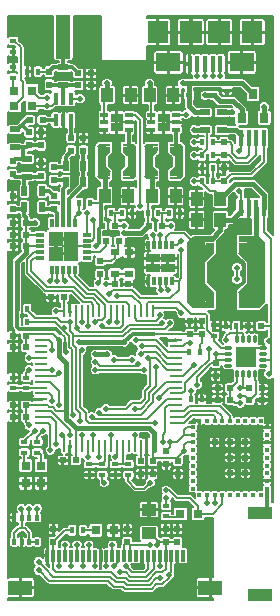
<source format=gtl>
G04 #@! TF.FileFunction,Copper,L1,Top,Signal*
%FSLAX46Y46*%
G04 Gerber Fmt 4.6, Leading zero omitted, Abs format (unit mm)*
G04 Created by KiCad (PCBNEW 4.0.6+dfsg1-1) date Thu Dec 21 22:59:20 2017*
%MOMM*%
%LPD*%
G01*
G04 APERTURE LIST*
%ADD10C,0.100000*%
%ADD11R,0.600000X0.500000*%
%ADD12R,0.800000X0.600000*%
%ADD13R,1.000000X0.250000*%
%ADD14R,0.250000X1.000000*%
%ADD15R,0.350000X0.500000*%
%ADD16R,1.250000X1.000000*%
%ADD17O,0.750000X0.300000*%
%ADD18O,0.300000X0.750000*%
%ADD19R,0.900000X0.900000*%
%ADD20R,0.400000X0.600000*%
%ADD21R,0.300000X1.000000*%
%ADD22R,2.000000X1.300000*%
%ADD23R,0.400000X0.300000*%
%ADD24R,0.300000X0.400000*%
%ADD25R,0.500000X0.500000*%
%ADD26R,0.600000X0.400000*%
%ADD27R,0.300000X0.730000*%
%ADD28R,0.730000X0.300000*%
%ADD29R,1.250000X1.250000*%
%ADD30R,0.500000X0.600000*%
%ADD31R,1.000000X1.250000*%
%ADD32R,0.797560X0.797560*%
%ADD33R,0.450000X1.450000*%
%ADD34R,0.650000X0.350000*%
%ADD35R,1.000000X0.800000*%
%ADD36R,0.300000X0.650000*%
%ADD37R,1.240000X0.775000*%
%ADD38R,0.900000X0.500000*%
%ADD39R,1.270000X4.191000*%
%ADD40R,1.270000X3.683000*%
%ADD41R,0.762000X2.540000*%
%ADD42R,0.889000X0.254000*%
%ADD43R,0.381000X0.444500*%
%ADD44R,0.500000X0.900000*%
%ADD45R,0.800000X0.900000*%
%ADD46R,0.600000X0.450000*%
%ADD47R,1.524000X5.080000*%
%ADD48R,1.778000X0.508000*%
%ADD49R,0.762000X0.889000*%
%ADD50R,2.000000X1.000000*%
%ADD51R,0.450000X1.000000*%
%ADD52R,0.400000X1.350000*%
%ADD53R,2.100000X1.600000*%
%ADD54R,1.900000X1.900000*%
%ADD55R,1.800000X1.900000*%
%ADD56C,0.500000*%
%ADD57C,0.200000*%
%ADD58C,0.400000*%
%ADD59C,0.300000*%
%ADD60C,0.150000*%
G04 APERTURE END LIST*
D10*
D11*
X51050000Y-98700000D03*
X52150000Y-98700000D03*
D12*
X56450000Y-94900000D03*
X57650000Y-94900000D03*
X56450000Y-96700000D03*
X57650000Y-96700000D03*
D13*
X50200000Y-101850000D03*
X50200000Y-102350000D03*
X50200000Y-102850000D03*
X50200000Y-103350000D03*
X50200000Y-103850000D03*
X50200000Y-104350000D03*
X50200000Y-104850000D03*
X50200000Y-105350000D03*
X50200000Y-105850000D03*
X50200000Y-106350000D03*
X50200000Y-106850000D03*
X50200000Y-107350000D03*
X50200000Y-107850000D03*
X50200000Y-108350000D03*
X50200000Y-108850000D03*
X50200000Y-109350000D03*
D14*
X52150000Y-111300000D03*
X52650000Y-111300000D03*
X53150000Y-111300000D03*
X53650000Y-111300000D03*
X54150000Y-111300000D03*
X54650000Y-111300000D03*
X55150000Y-111300000D03*
X55650000Y-111300000D03*
X56150000Y-111300000D03*
X56650000Y-111300000D03*
X57150000Y-111300000D03*
X57650000Y-111300000D03*
X58150000Y-111300000D03*
X58650000Y-111300000D03*
X59150000Y-111300000D03*
X59650000Y-111300000D03*
D13*
X61600000Y-109350000D03*
X61600000Y-108850000D03*
X61600000Y-108350000D03*
X61600000Y-107850000D03*
X61600000Y-107350000D03*
X61600000Y-106850000D03*
X61600000Y-106350000D03*
X61600000Y-105850000D03*
X61600000Y-105350000D03*
X61600000Y-104850000D03*
X61600000Y-104350000D03*
X61600000Y-103850000D03*
X61600000Y-103350000D03*
X61600000Y-102850000D03*
X61600000Y-102350000D03*
X61600000Y-101850000D03*
D14*
X59650000Y-99900000D03*
X59150000Y-99900000D03*
X58650000Y-99900000D03*
X58150000Y-99900000D03*
X57650000Y-99900000D03*
X57150000Y-99900000D03*
X56650000Y-99900000D03*
X56150000Y-99900000D03*
X55650000Y-99900000D03*
X55150000Y-99900000D03*
X54650000Y-99900000D03*
X54150000Y-99900000D03*
X53650000Y-99900000D03*
X53150000Y-99900000D03*
X52650000Y-99900000D03*
X52150000Y-99900000D03*
D15*
X47925000Y-119425000D03*
X48575000Y-119425000D03*
X49225000Y-119425000D03*
X49875000Y-119425000D03*
X47925000Y-117375000D03*
X48575000Y-117375000D03*
X49225000Y-117375000D03*
X49875000Y-117375000D03*
D16*
X59350000Y-116700000D03*
X59350000Y-118700000D03*
D17*
X66075000Y-103000000D03*
X66075000Y-103500000D03*
X66075000Y-104000000D03*
X66075000Y-104500000D03*
D18*
X66800000Y-105225000D03*
X67300000Y-105225000D03*
X67800000Y-105225000D03*
X68300000Y-105225000D03*
D17*
X69025000Y-104500000D03*
X69025000Y-104000000D03*
X69025000Y-103500000D03*
X69025000Y-103000000D03*
D18*
X68300000Y-102275000D03*
X67800000Y-102275000D03*
X67300000Y-102275000D03*
X66800000Y-102275000D03*
D19*
X68000000Y-104200000D03*
X68000000Y-103300000D03*
X67100000Y-104200000D03*
X67100000Y-103300000D03*
D20*
X62900000Y-107350000D03*
X63800000Y-107350000D03*
D21*
X50750000Y-120600000D03*
X51250000Y-120600000D03*
X51750000Y-120600000D03*
X52250000Y-120600000D03*
X52750000Y-120600000D03*
X53250000Y-120600000D03*
X53750000Y-120600000D03*
X54250000Y-120600000D03*
X54750000Y-120600000D03*
X55250000Y-120600000D03*
X55750000Y-120600000D03*
X56250000Y-120600000D03*
X56750000Y-120600000D03*
X57250000Y-120600000D03*
X57750000Y-120600000D03*
X58250000Y-120600000D03*
X58750000Y-120600000D03*
X59250000Y-120600000D03*
X59750000Y-120600000D03*
X60250000Y-120600000D03*
X60750000Y-120600000D03*
X61250000Y-120600000D03*
X61750000Y-120600000D03*
X62250000Y-120600000D03*
D22*
X48450000Y-123300000D03*
X64550000Y-123300000D03*
D23*
X69350000Y-114900000D03*
X69350000Y-114250000D03*
X69350000Y-113600000D03*
X69350000Y-112950000D03*
X69350000Y-112300000D03*
X69350000Y-111650000D03*
X69350000Y-111000000D03*
X69350000Y-110350000D03*
X69350000Y-109700000D03*
D24*
X68150000Y-109150000D03*
X67500000Y-109150000D03*
X66850000Y-109150000D03*
X66200000Y-109150000D03*
X65550000Y-109150000D03*
X64900000Y-109150000D03*
X64250000Y-109150000D03*
X63600000Y-109150000D03*
D23*
X63050000Y-109700000D03*
D24*
X68800000Y-109150000D03*
D23*
X63050000Y-110350000D03*
X63050000Y-111000000D03*
X63050000Y-111650000D03*
X63050000Y-112300000D03*
X63050000Y-112950000D03*
X63050000Y-113600000D03*
X63050000Y-114250000D03*
X63050000Y-114900000D03*
D24*
X63600000Y-115450000D03*
X64250000Y-115450000D03*
X64900000Y-115450000D03*
X65550000Y-115450000D03*
X66200000Y-115450000D03*
X66850000Y-115450000D03*
X67500000Y-115450000D03*
X68150000Y-115450000D03*
X68800000Y-115450000D03*
D25*
X66200000Y-112300000D03*
X67500000Y-112300000D03*
X66200000Y-113600000D03*
X67500000Y-113600000D03*
X66200000Y-111000000D03*
X67500000Y-111000000D03*
X64900000Y-111000000D03*
D26*
X48950000Y-105500000D03*
X48950000Y-106400000D03*
X54300000Y-112850000D03*
X54300000Y-113750000D03*
X55400000Y-113750000D03*
X55400000Y-112850000D03*
D27*
X53100000Y-92435000D03*
X52600000Y-92435000D03*
X52100000Y-92435000D03*
X51600000Y-92435000D03*
X51100000Y-92435000D03*
D28*
X50135000Y-93400000D03*
X50135000Y-93900000D03*
X50135000Y-94400000D03*
X50135000Y-94900000D03*
X50135000Y-95400000D03*
D27*
X51100000Y-96365000D03*
X51600000Y-96365000D03*
X52100000Y-96365000D03*
X52600000Y-96365000D03*
X53100000Y-96365000D03*
D28*
X54065000Y-95400000D03*
X54065000Y-94900000D03*
X54065000Y-94400000D03*
X54065000Y-93900000D03*
X54065000Y-93400000D03*
D29*
X51475000Y-95025000D03*
X52725000Y-95025000D03*
X51475000Y-93775000D03*
X52725000Y-93775000D03*
D30*
X52750000Y-86300000D03*
X52750000Y-85200000D03*
D11*
X48950000Y-92400000D03*
X47850000Y-92400000D03*
X48950000Y-94400000D03*
X47850000Y-94400000D03*
X48950000Y-93400000D03*
X47850000Y-93400000D03*
X56850000Y-93950000D03*
X55750000Y-93950000D03*
D31*
X65400000Y-92150000D03*
X63400000Y-92150000D03*
D30*
X65700000Y-88900000D03*
X65700000Y-87800000D03*
D31*
X65400000Y-90350000D03*
X63400000Y-90350000D03*
X57800000Y-81600000D03*
X55800000Y-81600000D03*
D11*
X59350000Y-92650000D03*
X60450000Y-92650000D03*
D31*
X59600000Y-90150000D03*
X61600000Y-90150000D03*
D30*
X65000000Y-104250000D03*
X65000000Y-105350000D03*
D11*
X68850000Y-101150000D03*
X67750000Y-101150000D03*
X66250000Y-106400000D03*
X65150000Y-106400000D03*
X67850000Y-106400000D03*
X68950000Y-106400000D03*
X67850000Y-107400000D03*
X68950000Y-107400000D03*
D30*
X47800000Y-91250000D03*
X47800000Y-90150000D03*
X51300000Y-90150000D03*
X51300000Y-91250000D03*
X50200000Y-88450000D03*
X50200000Y-87350000D03*
X47800000Y-88300000D03*
X47800000Y-87200000D03*
X50200000Y-85850000D03*
X50200000Y-84750000D03*
X49200000Y-85850000D03*
X49200000Y-84750000D03*
X65700000Y-86700000D03*
X65700000Y-85600000D03*
X51250000Y-118350000D03*
X51250000Y-119450000D03*
X57500000Y-118350000D03*
X57500000Y-119450000D03*
X55200000Y-95650000D03*
X55200000Y-96750000D03*
X61750000Y-118350000D03*
X61750000Y-119450000D03*
X60750000Y-118350000D03*
X60750000Y-119450000D03*
D11*
X47850000Y-101950000D03*
X48950000Y-101950000D03*
X48950000Y-108850000D03*
X47850000Y-108850000D03*
X48950000Y-107850000D03*
X47850000Y-107850000D03*
X47850000Y-102950000D03*
X48950000Y-102950000D03*
D30*
X62800000Y-100750000D03*
X62800000Y-101850000D03*
X59650000Y-113650000D03*
X59650000Y-112550000D03*
D11*
X52050000Y-112500000D03*
X53150000Y-112500000D03*
D30*
X63800000Y-100750000D03*
X63800000Y-101850000D03*
X58650000Y-113650000D03*
X58650000Y-112550000D03*
D32*
X49449300Y-82500000D03*
X47950700Y-82500000D03*
X48900000Y-112950700D03*
X48900000Y-114449300D03*
X62000700Y-117050000D03*
X63499300Y-117050000D03*
D33*
X67125000Y-91150000D03*
X67775000Y-91150000D03*
X68425000Y-91150000D03*
X69075000Y-91150000D03*
X69075000Y-85250000D03*
X68425000Y-85250000D03*
X67775000Y-85250000D03*
X67125000Y-85250000D03*
D34*
X61650000Y-84550000D03*
X61650000Y-83900000D03*
X61650000Y-83250000D03*
X59550000Y-83250000D03*
X59550000Y-83900000D03*
X59550000Y-84550000D03*
D35*
X60600000Y-83500000D03*
X60600000Y-84300000D03*
D36*
X61300000Y-94250000D03*
X60800000Y-94250000D03*
X60300000Y-94250000D03*
X59800000Y-94250000D03*
X59300000Y-94250000D03*
X59300000Y-97350000D03*
X59800000Y-97350000D03*
X60300000Y-97350000D03*
X60800000Y-97350000D03*
X61300000Y-97350000D03*
D37*
X59680000Y-96187500D03*
X60920000Y-96187500D03*
X59680000Y-95412500D03*
X60920000Y-95412500D03*
D20*
X63850000Y-88900000D03*
X64750000Y-88900000D03*
X64750000Y-87800000D03*
X63850000Y-87800000D03*
D26*
X47850000Y-106400000D03*
X47850000Y-105500000D03*
X57600000Y-113750000D03*
X57600000Y-112850000D03*
X56500000Y-112850000D03*
X56500000Y-113750000D03*
D20*
X59250000Y-91600000D03*
X60150000Y-91600000D03*
X61050000Y-91600000D03*
X61950000Y-91600000D03*
D26*
X64850000Y-101950000D03*
X64850000Y-101050000D03*
X47850000Y-77000000D03*
X47850000Y-77900000D03*
X48800000Y-110950000D03*
X48800000Y-111850000D03*
D20*
X66750000Y-101150000D03*
X65850000Y-101150000D03*
X53450000Y-90750000D03*
X54350000Y-90750000D03*
D38*
X65500000Y-83050000D03*
X65500000Y-84550000D03*
D26*
X60800000Y-116350000D03*
X60800000Y-117250000D03*
D38*
X64100000Y-84550000D03*
X64100000Y-83050000D03*
D20*
X48150000Y-99700000D03*
X49050000Y-99700000D03*
X48150000Y-100800000D03*
X49050000Y-100800000D03*
X64750000Y-86700000D03*
X63850000Y-86700000D03*
X64750000Y-85600000D03*
X63850000Y-85600000D03*
X63650000Y-103350000D03*
X62750000Y-103350000D03*
D39*
X54246300Y-76895500D03*
X49953700Y-76895500D03*
D40*
X52100000Y-76641500D03*
D31*
X61400000Y-81600000D03*
X59400000Y-81600000D03*
D11*
X55350000Y-92650000D03*
X56450000Y-92650000D03*
D31*
X55600000Y-90150000D03*
X57600000Y-90150000D03*
D20*
X55250000Y-91600000D03*
X56150000Y-91600000D03*
X57050000Y-91600000D03*
X57950000Y-91600000D03*
D34*
X57650000Y-84550000D03*
X57650000Y-83900000D03*
X57650000Y-83250000D03*
X55550000Y-83250000D03*
X55550000Y-83900000D03*
X55550000Y-84550000D03*
D35*
X56600000Y-83500000D03*
X56600000Y-84300000D03*
D41*
X61870000Y-87200000D03*
X59330000Y-87200000D03*
D42*
X61552500Y-88597000D03*
X61552500Y-85803000D03*
X59647500Y-88597000D03*
X59647500Y-85803000D03*
D43*
X61298500Y-86152250D03*
X59901500Y-86152250D03*
X59901500Y-88247750D03*
X61298500Y-88247750D03*
D10*
G36*
X61997000Y-85676038D02*
X62250962Y-85930000D01*
X61997000Y-86183962D01*
X61743038Y-85930000D01*
X61997000Y-85676038D01*
X61997000Y-85676038D01*
G37*
G36*
X61997000Y-88216038D02*
X62250962Y-88470000D01*
X61997000Y-88723962D01*
X61743038Y-88470000D01*
X61997000Y-88216038D01*
X61997000Y-88216038D01*
G37*
G36*
X59203000Y-88216038D02*
X59456962Y-88470000D01*
X59203000Y-88723962D01*
X58949038Y-88470000D01*
X59203000Y-88216038D01*
X59203000Y-88216038D01*
G37*
G36*
X59203000Y-85676038D02*
X59456962Y-85930000D01*
X59203000Y-86183962D01*
X58949038Y-85930000D01*
X59203000Y-85676038D01*
X59203000Y-85676038D01*
G37*
G36*
X61489000Y-85993737D02*
X61869763Y-86374500D01*
X61489000Y-86755263D01*
X61108237Y-86374500D01*
X61489000Y-85993737D01*
X61489000Y-85993737D01*
G37*
G36*
X61489000Y-87644737D02*
X61869763Y-88025500D01*
X61489000Y-88406263D01*
X61108237Y-88025500D01*
X61489000Y-87644737D01*
X61489000Y-87644737D01*
G37*
G36*
X59711000Y-87644737D02*
X60091763Y-88025500D01*
X59711000Y-88406263D01*
X59330237Y-88025500D01*
X59711000Y-87644737D01*
X59711000Y-87644737D01*
G37*
G36*
X59711000Y-85993737D02*
X60091763Y-86374500D01*
X59711000Y-86755263D01*
X59330237Y-86374500D01*
X59711000Y-85993737D01*
X59711000Y-85993737D01*
G37*
D41*
X57870000Y-87200000D03*
X55330000Y-87200000D03*
D42*
X57552500Y-88597000D03*
X57552500Y-85803000D03*
X55647500Y-88597000D03*
X55647500Y-85803000D03*
D43*
X57298500Y-86152250D03*
X55901500Y-86152250D03*
X55901500Y-88247750D03*
X57298500Y-88247750D03*
D10*
G36*
X57997000Y-85676038D02*
X58250962Y-85930000D01*
X57997000Y-86183962D01*
X57743038Y-85930000D01*
X57997000Y-85676038D01*
X57997000Y-85676038D01*
G37*
G36*
X57997000Y-88216038D02*
X58250962Y-88470000D01*
X57997000Y-88723962D01*
X57743038Y-88470000D01*
X57997000Y-88216038D01*
X57997000Y-88216038D01*
G37*
G36*
X55203000Y-88216038D02*
X55456962Y-88470000D01*
X55203000Y-88723962D01*
X54949038Y-88470000D01*
X55203000Y-88216038D01*
X55203000Y-88216038D01*
G37*
G36*
X55203000Y-85676038D02*
X55456962Y-85930000D01*
X55203000Y-86183962D01*
X54949038Y-85930000D01*
X55203000Y-85676038D01*
X55203000Y-85676038D01*
G37*
G36*
X57489000Y-85993737D02*
X57869763Y-86374500D01*
X57489000Y-86755263D01*
X57108237Y-86374500D01*
X57489000Y-85993737D01*
X57489000Y-85993737D01*
G37*
G36*
X57489000Y-87644737D02*
X57869763Y-88025500D01*
X57489000Y-88406263D01*
X57108237Y-88025500D01*
X57489000Y-87644737D01*
X57489000Y-87644737D01*
G37*
G36*
X55711000Y-87644737D02*
X56091763Y-88025500D01*
X55711000Y-88406263D01*
X55330237Y-88025500D01*
X55711000Y-87644737D01*
X55711000Y-87644737D01*
G37*
G36*
X55711000Y-85993737D02*
X56091763Y-86374500D01*
X55711000Y-86755263D01*
X55330237Y-86374500D01*
X55711000Y-85993737D01*
X55711000Y-85993737D01*
G37*
D32*
X54850700Y-118450000D03*
X56349300Y-118450000D03*
D20*
X52850000Y-118450000D03*
X53750000Y-118450000D03*
D30*
X51300000Y-88800000D03*
X51300000Y-87700000D03*
D11*
X49250000Y-83700000D03*
X50350000Y-83700000D03*
X53350000Y-80750000D03*
X54450000Y-80750000D03*
D30*
X50900000Y-80700000D03*
X50900000Y-79600000D03*
D11*
X53350000Y-79750000D03*
X54450000Y-79750000D03*
D38*
X52100000Y-79250000D03*
X52100000Y-80750000D03*
D44*
X48800000Y-89700000D03*
X50300000Y-89700000D03*
D38*
X49000000Y-87000000D03*
X49000000Y-88500000D03*
X48000000Y-84500000D03*
X48000000Y-86000000D03*
D44*
X50300000Y-91100000D03*
X48800000Y-91100000D03*
X52300000Y-88950000D03*
X53800000Y-88950000D03*
D45*
X67200000Y-83500000D03*
X69100000Y-83500000D03*
X68150000Y-81500000D03*
D26*
X65950000Y-81200000D03*
X65950000Y-82100000D03*
D46*
X62750000Y-81600000D03*
X64850000Y-81600000D03*
D11*
X66250000Y-107400000D03*
X65150000Y-107400000D03*
D30*
X60800000Y-111750000D03*
X60800000Y-112850000D03*
X61800000Y-112550000D03*
X61800000Y-113650000D03*
D32*
X49449300Y-81200000D03*
X47950700Y-81200000D03*
D26*
X47850000Y-80100000D03*
X47850000Y-79200000D03*
D47*
X68440000Y-96600000D03*
X63360000Y-96600000D03*
D48*
X67805000Y-99394000D03*
X67805000Y-93806000D03*
X63995000Y-99394000D03*
X63995000Y-93806000D03*
D49*
X67297000Y-94504500D03*
X64503000Y-94504500D03*
X64503000Y-98695500D03*
X67297000Y-98695500D03*
D10*
G36*
X68694000Y-93552077D02*
X69201923Y-94060000D01*
X68694000Y-94567923D01*
X68186077Y-94060000D01*
X68694000Y-93552077D01*
X68694000Y-93552077D01*
G37*
G36*
X68694000Y-98632077D02*
X69201923Y-99140000D01*
X68694000Y-99647923D01*
X68186077Y-99140000D01*
X68694000Y-98632077D01*
X68694000Y-98632077D01*
G37*
G36*
X63106000Y-98632077D02*
X63613923Y-99140000D01*
X63106000Y-99647923D01*
X62598077Y-99140000D01*
X63106000Y-98632077D01*
X63106000Y-98632077D01*
G37*
G36*
X63106000Y-93552077D02*
X63613923Y-94060000D01*
X63106000Y-94567923D01*
X62598077Y-94060000D01*
X63106000Y-93552077D01*
X63106000Y-93552077D01*
G37*
G36*
X67678000Y-94187473D02*
X68439527Y-94949000D01*
X67678000Y-95710527D01*
X66916473Y-94949000D01*
X67678000Y-94187473D01*
X67678000Y-94187473D01*
G37*
G36*
X67678000Y-97489473D02*
X68439527Y-98251000D01*
X67678000Y-99012527D01*
X66916473Y-98251000D01*
X67678000Y-97489473D01*
X67678000Y-97489473D01*
G37*
G36*
X64122000Y-97489473D02*
X64883527Y-98251000D01*
X64122000Y-99012527D01*
X63360473Y-98251000D01*
X64122000Y-97489473D01*
X64122000Y-97489473D01*
G37*
G36*
X64122000Y-94187473D02*
X64883527Y-94949000D01*
X64122000Y-95710527D01*
X63360473Y-94949000D01*
X64122000Y-94187473D01*
X64122000Y-94187473D01*
G37*
D50*
X68750000Y-116950000D03*
X68750000Y-123950000D03*
D51*
X51450000Y-83700000D03*
X52100000Y-83700000D03*
X52750000Y-83700000D03*
X52750000Y-81900000D03*
X52100000Y-81900000D03*
X51450000Y-81900000D03*
D52*
X65400000Y-78950000D03*
X64750000Y-78950000D03*
X64100000Y-78950000D03*
X63450000Y-78950000D03*
X62800000Y-78950000D03*
D53*
X61000000Y-78825000D03*
X67200000Y-78825000D03*
D54*
X65300000Y-76275000D03*
X62900000Y-76275000D03*
D55*
X68100000Y-76275000D03*
X60100000Y-76275000D03*
D30*
X53800000Y-85200000D03*
X53800000Y-86300000D03*
D44*
X53800000Y-87550000D03*
X52300000Y-87550000D03*
D20*
X49950000Y-79600000D03*
X49050000Y-79600000D03*
D32*
X50200000Y-112950700D03*
X50200000Y-114449300D03*
D26*
X49900000Y-110950000D03*
X49900000Y-111850000D03*
D11*
X57550000Y-97600000D03*
X56450000Y-97600000D03*
D56*
X69500000Y-87800000D03*
X48900000Y-97400000D03*
X48900000Y-98700000D03*
X58600000Y-82600000D03*
X66950000Y-81200000D03*
X67500000Y-87800000D03*
X66400000Y-87800000D03*
X65900000Y-97300000D03*
X64850000Y-100400000D03*
X66800000Y-78800000D03*
X49200000Y-107150000D03*
X58800000Y-110400000D03*
X52900000Y-98950000D03*
X60800000Y-102350000D03*
X51300000Y-114450000D03*
X47900000Y-114450000D03*
X54450000Y-82700000D03*
X49050000Y-78850000D03*
X47850000Y-78550000D03*
X53800000Y-84450000D03*
X62800000Y-80000000D03*
X61000000Y-80000000D03*
X52100000Y-84550000D03*
X57400000Y-103400000D03*
X47850000Y-103650000D03*
X66500000Y-92800000D03*
X65900000Y-94500000D03*
X65900000Y-98500000D03*
X54300000Y-107500000D03*
X67750000Y-100450000D03*
X58000000Y-107100000D03*
X64100000Y-118350000D03*
X62100000Y-100750000D03*
X47850000Y-107150000D03*
X57800000Y-79750000D03*
X63400000Y-93150000D03*
X60399960Y-89150000D03*
X57600000Y-89150000D03*
X54450000Y-81450000D03*
X55200000Y-79750000D03*
X55700000Y-116000000D03*
X47850000Y-109550000D03*
X64300000Y-105350000D03*
X63700000Y-109750000D03*
X64900000Y-113600000D03*
X64900000Y-112300000D03*
X68700000Y-110700000D03*
X68700000Y-114250000D03*
X51300000Y-112500000D03*
X58650000Y-114400000D03*
X47899997Y-116600000D03*
X48575000Y-118750000D03*
X51250000Y-117600000D03*
X57600000Y-117600000D03*
X68950000Y-108100000D03*
X68100000Y-76275000D03*
X61800000Y-114400000D03*
X59350000Y-115700000D03*
X62450000Y-118350000D03*
X47850000Y-95100000D03*
X50300000Y-98700000D03*
X47850000Y-104850000D03*
X52725000Y-93775000D03*
X52725000Y-95025000D03*
X51475000Y-95025000D03*
X51475000Y-93775000D03*
X60920000Y-96187500D03*
X60920000Y-95412500D03*
X59680000Y-95412500D03*
X59680000Y-96187500D03*
X58750000Y-121500000D03*
X47800000Y-89400000D03*
X50900000Y-84750000D03*
X50200000Y-86600000D03*
X67000000Y-89700000D03*
X67000000Y-86350000D03*
X69500000Y-102450000D03*
X65000000Y-103500000D03*
X55800000Y-80600000D03*
X59400000Y-80600000D03*
X62200000Y-80600000D03*
X63450000Y-106100000D03*
X69500000Y-105200000D03*
X59450000Y-114400000D03*
X63200000Y-85600000D03*
X63200000Y-88900000D03*
X63250000Y-83050000D03*
X59650000Y-93400000D03*
X59400000Y-119700000D03*
X67050000Y-107050000D03*
X61200000Y-92650000D03*
X62500000Y-83250000D03*
X54800000Y-103550000D03*
X55800000Y-103550000D03*
X52300000Y-103350000D03*
X56000000Y-98400000D03*
X62100000Y-94700000D03*
X54850000Y-94400000D03*
X49700000Y-92400000D03*
X60050000Y-119700000D03*
X67050000Y-106400000D03*
X61150000Y-111000000D03*
X60800000Y-115700000D03*
X67050000Y-107700000D03*
X49200000Y-103850000D03*
X55050000Y-97500000D03*
X64400000Y-103100000D03*
X65900000Y-102300000D03*
X53450000Y-91600000D03*
X56650000Y-98600000D03*
X51600000Y-97300000D03*
X56650000Y-100800000D03*
X57900000Y-104000000D03*
X56400000Y-104000000D03*
X56000000Y-100800000D03*
X52250000Y-97300000D03*
X54800000Y-100800000D03*
X51150000Y-104850000D03*
X54800000Y-104850000D03*
X58950000Y-104850000D03*
X56150000Y-110400000D03*
X57400000Y-121500000D03*
X53250000Y-119700000D03*
X52650000Y-110400000D03*
X51500000Y-111150000D03*
X52250000Y-119700000D03*
X51750000Y-121500000D03*
X51000000Y-111650000D03*
X52750000Y-121500000D03*
X52000000Y-110400000D03*
X53750000Y-121500000D03*
X53650000Y-110400000D03*
X54750000Y-121500000D03*
X54150000Y-112200000D03*
X55750000Y-121500000D03*
X54650000Y-110400000D03*
X56400000Y-121500000D03*
X55150000Y-112200000D03*
X56500000Y-112200000D03*
X56900000Y-122000000D03*
X59950000Y-104600000D03*
X58150000Y-108150000D03*
X58150000Y-110400000D03*
X54550000Y-108850000D03*
X54250000Y-119700000D03*
X55150000Y-108500000D03*
X56250000Y-119700000D03*
X58650000Y-103500000D03*
X63450000Y-80000000D03*
X58750000Y-102850000D03*
X64750000Y-80000000D03*
X58250000Y-102350000D03*
X64100000Y-80000000D03*
X62850000Y-102600000D03*
X66800000Y-96200000D03*
X66800000Y-97200000D03*
X62100000Y-100050000D03*
X53500000Y-109200000D03*
X61100000Y-100900000D03*
X50000000Y-121100000D03*
X60250000Y-122500000D03*
X64250000Y-116150000D03*
X53650000Y-100800000D03*
X52650000Y-100800000D03*
X61000000Y-98100000D03*
X49900000Y-116600000D03*
X60250000Y-121500000D03*
X52950000Y-108700000D03*
X49996446Y-121803554D03*
X64900000Y-116150000D03*
X52150000Y-101300000D03*
X53250000Y-101350000D03*
X60450000Y-100900000D03*
X60350000Y-98100000D03*
X49200000Y-116600000D03*
X61050000Y-122200000D03*
X53650000Y-103150000D03*
X54200000Y-101150000D03*
X62900000Y-106600000D03*
X59850000Y-109350000D03*
X58450000Y-104350000D03*
X54800000Y-104200000D03*
X49200000Y-104850000D03*
X62100000Y-93900000D03*
X66350000Y-83050000D03*
X60300000Y-93400000D03*
X63200000Y-86700000D03*
X63200000Y-84550000D03*
X69100000Y-82600000D03*
X58600000Y-91000000D03*
X57250000Y-92650000D03*
X55400000Y-101150000D03*
X50950000Y-97300000D03*
X50700000Y-81800000D03*
X53500000Y-81900000D03*
X54600000Y-92150000D03*
X50700000Y-82500000D03*
X54100000Y-91600000D03*
X55700000Y-108150000D03*
X59250000Y-103850000D03*
X55550030Y-114400000D03*
X64108553Y-81608553D03*
X65400000Y-80000000D03*
X51750000Y-107800000D03*
X50403554Y-110003554D03*
X60800000Y-115050000D03*
X60500000Y-111000000D03*
X60250000Y-100200000D03*
X51100000Y-107450000D03*
X49700000Y-110000000D03*
X60200000Y-107200000D03*
X51750000Y-105100000D03*
X53450000Y-102500000D03*
X62350000Y-111700000D03*
X51700000Y-102300000D03*
X51500000Y-99900000D03*
X57250000Y-102500000D03*
X49200000Y-109550000D03*
X48550000Y-116600000D03*
X57250000Y-93300000D03*
X63200000Y-104400000D03*
X51100000Y-103200000D03*
X55700000Y-97600000D03*
D57*
X57500000Y-118350000D02*
X57500000Y-117700000D01*
X57500000Y-117700000D02*
X57600000Y-117600000D01*
X52650000Y-99900000D02*
X52650000Y-99200000D01*
X52650000Y-99200000D02*
X52900000Y-98950000D01*
X48900000Y-98700000D02*
X48900000Y-97400000D01*
X50300000Y-98700000D02*
X48900000Y-98700000D01*
X50300000Y-98700000D02*
X51050000Y-98700000D01*
X57800000Y-82600000D02*
X58600000Y-82600000D01*
X57800000Y-81600000D02*
X57800000Y-82600000D01*
X65950000Y-81200000D02*
X66950000Y-81200000D01*
X66400000Y-87800000D02*
X67500000Y-87800000D01*
X65700000Y-87800000D02*
X66400000Y-87800000D01*
X65900000Y-97300000D02*
X65900000Y-94500000D01*
X65900000Y-98500000D02*
X65900000Y-97300000D01*
X66800000Y-78800000D02*
X67175000Y-78800000D01*
X67175000Y-78800000D02*
X67200000Y-78825000D01*
X64850000Y-101050000D02*
X64850000Y-100400000D01*
X68700000Y-111000000D02*
X68700000Y-110700000D01*
X61600000Y-102350000D02*
X60800000Y-102350000D01*
X50200000Y-107350000D02*
X49400000Y-107350000D01*
X49400000Y-107350000D02*
X49200000Y-107150000D01*
X59150000Y-110400000D02*
X58800000Y-110400000D01*
X59150000Y-110650000D02*
X59150000Y-110400000D01*
X59150000Y-110724998D02*
X59150000Y-110650000D01*
X59150000Y-111300000D02*
X59150000Y-110724998D01*
X50200000Y-114449300D02*
X51299300Y-114449300D01*
X51299300Y-114449300D02*
X51300000Y-114450000D01*
X48900000Y-114449300D02*
X47900700Y-114449300D01*
X47900700Y-114449300D02*
X47900000Y-114450000D01*
X47850000Y-102950000D02*
X47850000Y-103650000D01*
X54450000Y-81450000D02*
X54450000Y-82700000D01*
X49050000Y-79600000D02*
X49050000Y-78850000D01*
X47850000Y-77900000D02*
X47850000Y-78550000D01*
X47850000Y-79200000D02*
X47850000Y-78550000D01*
X53800000Y-85200000D02*
X53800000Y-84450000D01*
X62800000Y-78950000D02*
X62800000Y-80000000D01*
X61000000Y-78825000D02*
X61000000Y-80000000D01*
X52100000Y-83700000D02*
X52100000Y-84550000D01*
X65900000Y-94500000D02*
X65900000Y-93400000D01*
X65900000Y-93400000D02*
X66500000Y-92800000D01*
X66750000Y-100450000D02*
X65900000Y-99600000D01*
X65900000Y-99600000D02*
X65900000Y-98500000D01*
X67750000Y-100450000D02*
X66750000Y-100450000D01*
X58000000Y-107100000D02*
X54700000Y-107100000D01*
X54700000Y-107100000D02*
X54300000Y-107500000D01*
X67750000Y-101150000D02*
X67750000Y-100450000D01*
X61800000Y-113650000D02*
X61800000Y-114400000D01*
X48575000Y-119425000D02*
X48575000Y-118750000D01*
X63600000Y-109150000D02*
X63600000Y-109650000D01*
X63600000Y-109650000D02*
X63700000Y-109750000D01*
X64550000Y-123300000D02*
X64550000Y-118800000D01*
X64550000Y-118800000D02*
X64100000Y-118350000D01*
X61650000Y-83900000D02*
X61000000Y-83900000D01*
X61000000Y-83900000D02*
X60600000Y-84300000D01*
X57650000Y-83900000D02*
X57000000Y-83900000D01*
X57000000Y-83900000D02*
X56600000Y-84300000D01*
X62800000Y-100750000D02*
X62100000Y-100750000D01*
X47850000Y-107850000D02*
X47850000Y-107150000D01*
X55200000Y-79750000D02*
X57800000Y-79750000D01*
X63400000Y-92150000D02*
X63400000Y-93150000D01*
X57600000Y-90150000D02*
X57600000Y-89150000D01*
X54450000Y-80750000D02*
X54450000Y-81450000D01*
X54450000Y-79750000D02*
X55200000Y-79750000D01*
X56500000Y-113750000D02*
X56500000Y-115200000D01*
X56500000Y-115200000D02*
X55700000Y-116000000D01*
X47850000Y-108850000D02*
X47850000Y-109550000D01*
X47850000Y-104850000D02*
X47850000Y-105500000D01*
X65000000Y-105350000D02*
X64300000Y-105350000D01*
X59350000Y-115700000D02*
X59350000Y-116700000D01*
X58750000Y-121500000D02*
X58750000Y-120600000D01*
X58650000Y-113650000D02*
X58650000Y-114400000D01*
X66200000Y-113600000D02*
X64900000Y-113600000D01*
X66200000Y-112300000D02*
X64900000Y-112300000D01*
X69350000Y-111000000D02*
X68700000Y-111000000D01*
X69350000Y-114250000D02*
X68700000Y-114250000D01*
X52050000Y-112500000D02*
X51300000Y-112500000D01*
X47925000Y-117375000D02*
X47925000Y-116625003D01*
X47925000Y-116625003D02*
X47899997Y-116600000D01*
X51250000Y-118350000D02*
X51250000Y-117600000D01*
X68950000Y-107400000D02*
X68950000Y-108100000D01*
X61750000Y-118350000D02*
X62450000Y-118350000D01*
X69025000Y-103000000D02*
X68300000Y-103000000D01*
X68300000Y-103000000D02*
X68000000Y-103300000D01*
X59300000Y-94250000D02*
X59300000Y-95032500D01*
X59300000Y-95032500D02*
X59680000Y-95412500D01*
X47850000Y-94400000D02*
X47850000Y-95100000D01*
X54065000Y-94400000D02*
X52100000Y-94400000D01*
X52100000Y-94400000D02*
X51475000Y-93775000D01*
X47800000Y-90150000D02*
X47800000Y-89400000D01*
X50200000Y-84750000D02*
X50900000Y-84750000D01*
X50200000Y-87350000D02*
X50200000Y-86600000D01*
X67125000Y-91150000D02*
X67125000Y-89825000D01*
X67125000Y-89825000D02*
X67000000Y-89700000D01*
X67125000Y-85250000D02*
X67125000Y-86225000D01*
X67125000Y-86225000D02*
X67000000Y-86350000D01*
X63106000Y-94060000D02*
X62346000Y-93300000D01*
X61100000Y-93300000D02*
X60800000Y-93600000D01*
X62346000Y-93300000D02*
X61100000Y-93300000D01*
X60800000Y-93600000D02*
X60800000Y-94250000D01*
X67100000Y-91125000D02*
X67125000Y-91150000D01*
D58*
X65400000Y-93050000D02*
X64644000Y-93806000D01*
D57*
X64644000Y-93806000D02*
X63995000Y-93806000D01*
D58*
X65400000Y-92150000D02*
X65400000Y-93050000D01*
X66350000Y-84550000D02*
X65500000Y-84550000D01*
X66750000Y-84550000D02*
X66350000Y-84550000D01*
X66750000Y-84550000D02*
X67125000Y-84925000D01*
D57*
X67125000Y-84925000D02*
X67125000Y-85250000D01*
D58*
X66350000Y-92150000D02*
X67125000Y-91375000D01*
D57*
X67125000Y-91375000D02*
X67125000Y-91150000D01*
D58*
X65400000Y-92150000D02*
X66350000Y-92150000D01*
D57*
X69075000Y-85250000D02*
X69075000Y-86300000D01*
X68000000Y-88300000D02*
X69075000Y-87225000D01*
X69075000Y-87225000D02*
X69075000Y-86300000D01*
X66300000Y-88300000D02*
X65700000Y-88900000D01*
X66300000Y-88300000D02*
X68000000Y-88300000D01*
X64750000Y-87800000D02*
X64750000Y-88900000D01*
X64750000Y-88900000D02*
X65700000Y-88900000D01*
X65000000Y-103500000D02*
X65000000Y-103950000D01*
X65000000Y-103950000D02*
X65000000Y-104250000D01*
X66075000Y-104000000D02*
X65050000Y-104000000D01*
X65050000Y-104000000D02*
X65000000Y-103950000D01*
X64639976Y-104250000D02*
X65000000Y-104250000D01*
X63450000Y-106100000D02*
X63450000Y-105439976D01*
X63450000Y-105439976D02*
X64639976Y-104250000D01*
X66075000Y-103500000D02*
X65000000Y-103500000D01*
X69700000Y-101150000D02*
X69700000Y-102450000D01*
X69700000Y-102450000D02*
X69700000Y-104000000D01*
X69500000Y-102450000D02*
X69700000Y-102450000D01*
X69700000Y-104000000D02*
X69700000Y-105000000D01*
X69700000Y-105000000D02*
X69500000Y-105200000D01*
D58*
X62750000Y-80600000D02*
X67250000Y-80600000D01*
X55800000Y-80600000D02*
X55800000Y-81600000D01*
X59400000Y-80600000D02*
X59400000Y-81600000D01*
X62750000Y-80600000D02*
X62200000Y-80600000D01*
D57*
X57600000Y-113750000D02*
X57600000Y-114300000D01*
X57600000Y-114300000D02*
X58200001Y-114900001D01*
X58200001Y-114900001D02*
X58949999Y-114900001D01*
X58949999Y-114900001D02*
X59450000Y-114400000D01*
X69025000Y-104000000D02*
X69700000Y-104000000D01*
X69700000Y-100200000D02*
X69700000Y-93800000D01*
X69075000Y-91150000D02*
X69075000Y-93175000D01*
X69075000Y-93175000D02*
X69700000Y-93800000D01*
D58*
X65400000Y-90350000D02*
X66650000Y-89100000D01*
X66650000Y-89100000D02*
X68150000Y-89100000D01*
X68150000Y-89100000D02*
X69075000Y-90025000D01*
X69075000Y-90025000D02*
X69075000Y-91150000D01*
D57*
X69700000Y-100200000D02*
X69700000Y-101150000D01*
X68850000Y-101150000D02*
X69700000Y-101150000D01*
X69700000Y-100300000D02*
X69700000Y-100200000D01*
X63850000Y-85600000D02*
X63200000Y-85600000D01*
X55550000Y-83250000D02*
X55550000Y-82600000D01*
X55550000Y-82600000D02*
X55550000Y-81850000D01*
X63200000Y-88900000D02*
X63850000Y-88900000D01*
D58*
X62750000Y-81600000D02*
X62750000Y-82550000D01*
X62750000Y-82550000D02*
X63250000Y-83050000D01*
X64100000Y-83050000D02*
X63250000Y-83050000D01*
X63900000Y-83050000D02*
X64100000Y-83050000D01*
X62750000Y-81600000D02*
X62750000Y-80600000D01*
X67250000Y-80600000D02*
X68150000Y-81500000D01*
D57*
X59550000Y-83250000D02*
X59550000Y-81750000D01*
X59550000Y-81750000D02*
X59400000Y-81600000D01*
X65400000Y-90350000D02*
X65400000Y-90200000D01*
X65400000Y-90200000D02*
X64900000Y-89700000D01*
X64900000Y-89700000D02*
X64500000Y-89700000D01*
X64500000Y-89700000D02*
X63850000Y-89050000D01*
X63850000Y-89050000D02*
X63850000Y-88900000D01*
X55550000Y-81850000D02*
X55800000Y-81600000D01*
X55550000Y-83900000D02*
X55550000Y-83250000D01*
X59550000Y-83900000D02*
X59550000Y-83250000D01*
X63850000Y-85600000D02*
X63850000Y-85750000D01*
X59800000Y-94250000D02*
X59800000Y-93550000D01*
X59800000Y-93550000D02*
X59650000Y-93400000D01*
X67450000Y-107050000D02*
X67800000Y-107400000D01*
X67800000Y-107400000D02*
X67850000Y-107400000D01*
X67050000Y-107050000D02*
X67450000Y-107050000D01*
X59400000Y-119700000D02*
X57750000Y-119700000D01*
X67850000Y-107400000D02*
X67900000Y-107400000D01*
X67900000Y-107400000D02*
X68400000Y-106900000D01*
X68400000Y-106900000D02*
X68400000Y-105800000D01*
X68400000Y-105800000D02*
X68300000Y-105700000D01*
X68300000Y-105700000D02*
X68300000Y-105225000D01*
X57750000Y-120600000D02*
X57750000Y-119700000D01*
X57750000Y-119700000D02*
X57500000Y-119450000D01*
X57250000Y-120600000D02*
X57250000Y-119700000D01*
X57250000Y-119700000D02*
X57500000Y-119450000D01*
X60450000Y-92650000D02*
X61200000Y-92650000D01*
X61650000Y-83250000D02*
X62500000Y-83250000D01*
X60150000Y-91600000D02*
X60450000Y-91600000D01*
X60450000Y-91600000D02*
X61050000Y-91600000D01*
X60450000Y-92650000D02*
X60450000Y-91600000D01*
D59*
X48150000Y-100800000D02*
X48150000Y-101200000D01*
X48150000Y-101200000D02*
X48350000Y-101400000D01*
X48350000Y-101400000D02*
X51439288Y-101400000D01*
X51439288Y-101400000D02*
X51774643Y-101735355D01*
D57*
X56000000Y-98400000D02*
X56300001Y-98099999D01*
X56300001Y-98099999D02*
X57943573Y-98099999D01*
X57943573Y-98099999D02*
X58593574Y-98750000D01*
X61850000Y-97850000D02*
X61850000Y-97350000D01*
X58593574Y-98750000D02*
X61150000Y-98750000D01*
X61150000Y-98750000D02*
X61850000Y-98050000D01*
X61850000Y-98050000D02*
X61850000Y-97850000D01*
D58*
X48150000Y-99700000D02*
X48150000Y-95718602D01*
X48150000Y-95718602D02*
X48950000Y-94918602D01*
X48950000Y-94918602D02*
X48950000Y-94400000D01*
X54800000Y-103550000D02*
X55800000Y-103550000D01*
D59*
X47800000Y-91250000D02*
X48650000Y-91250000D01*
X48650000Y-91250000D02*
X48800000Y-91100000D01*
D58*
X49700000Y-92400000D02*
X48950000Y-92400000D01*
D59*
X48950000Y-92400000D02*
X48950000Y-91950000D01*
X48800000Y-91100000D02*
X48800000Y-91800000D01*
X48800000Y-91800000D02*
X48950000Y-91950000D01*
D57*
X52200000Y-102600000D02*
X52200001Y-102090003D01*
X52200001Y-102090003D02*
X51845353Y-101735355D01*
X51845353Y-101735355D02*
X51774643Y-101735355D01*
D59*
X52200000Y-102600000D02*
X52200000Y-103250000D01*
X52200000Y-103250000D02*
X52300000Y-103350000D01*
X55100000Y-94150000D02*
X55100000Y-92900000D01*
X55100000Y-92900000D02*
X55350000Y-92650000D01*
D57*
X54350000Y-90750000D02*
X55200000Y-90750000D01*
X55200000Y-90750000D02*
X55250000Y-90800000D01*
X62100000Y-94700000D02*
X62100000Y-97100000D01*
X61300000Y-97350000D02*
X61850000Y-97350000D01*
X61850000Y-97350000D02*
X62100000Y-97100000D01*
D59*
X48150000Y-100800000D02*
X48150000Y-99700000D01*
X54850000Y-94400000D02*
X55100000Y-94150000D01*
X55250000Y-91600000D02*
X55250000Y-90800000D01*
D57*
X55250000Y-90800000D02*
X55250000Y-90500000D01*
X48950000Y-93400000D02*
X48950000Y-92400000D01*
X48950000Y-93400000D02*
X50135000Y-93400000D01*
X48950000Y-94400000D02*
X48950000Y-93400000D01*
X50135000Y-94400000D02*
X48950000Y-94400000D01*
D58*
X55600000Y-90150000D02*
X55600000Y-88136500D01*
D57*
X55600000Y-88136500D02*
X55711000Y-88025500D01*
D59*
X55250000Y-91600000D02*
X55250000Y-92550000D01*
D57*
X55250000Y-92550000D02*
X55350000Y-92650000D01*
X55250000Y-90500000D02*
X55600000Y-90150000D01*
X67850000Y-106400000D02*
X67300000Y-106400000D01*
X67300000Y-106400000D02*
X67050000Y-106400000D01*
X67300000Y-105225000D02*
X67300000Y-106400000D01*
X51250000Y-120600000D02*
X51250000Y-121738522D01*
X59274945Y-122705033D02*
X59979977Y-122000001D01*
X51250000Y-121738522D02*
X51511478Y-122000000D01*
X51511478Y-122000000D02*
X56161478Y-122000000D01*
X57410024Y-122500000D02*
X57615057Y-122705033D01*
X59979977Y-122000001D02*
X60490001Y-122000001D01*
X56161478Y-122000000D02*
X56661478Y-122500000D01*
X60490001Y-122000001D02*
X60750000Y-121740002D01*
X56661478Y-122500000D02*
X57410024Y-122500000D01*
X57615057Y-122705033D02*
X59274945Y-122705033D01*
X60750000Y-121740002D02*
X60750000Y-120600000D01*
X59500000Y-118700000D02*
X60050000Y-119250000D01*
X60050000Y-119250000D02*
X60250000Y-119450000D01*
X60050000Y-119700000D02*
X60050000Y-119250000D01*
X60250000Y-119450000D02*
X60300000Y-119450000D01*
X59350000Y-118700000D02*
X59500000Y-118700000D01*
X60750000Y-119450000D02*
X60300000Y-119450000D01*
X60300000Y-119450000D02*
X60050000Y-119700000D01*
X61750000Y-119450000D02*
X60750000Y-119450000D01*
X60750000Y-120600000D02*
X60750000Y-119450000D01*
X51250000Y-119450000D02*
X52250000Y-118450000D01*
X52250000Y-118450000D02*
X52850000Y-118450000D01*
X51250000Y-119450000D02*
X51250000Y-120600000D01*
X56150000Y-95650000D02*
X56450000Y-95350000D01*
X56450000Y-95350000D02*
X56450000Y-94900000D01*
X55200000Y-95650000D02*
X56150000Y-95650000D01*
X56450000Y-94900000D02*
X56700000Y-94900000D01*
X56700000Y-94900000D02*
X56700000Y-94100000D01*
X56700000Y-94100000D02*
X56850000Y-93950000D01*
X54065000Y-94900000D02*
X55200000Y-94900000D01*
X55200000Y-94900000D02*
X55750000Y-94350000D01*
X55750000Y-94350000D02*
X55750000Y-93950000D01*
D59*
X50300000Y-89700000D02*
X50850000Y-89700000D01*
X50850000Y-89700000D02*
X51300000Y-90150000D01*
X51300000Y-91250000D02*
X50450000Y-91250000D01*
X50450000Y-91250000D02*
X50300000Y-91100000D01*
D57*
X51300000Y-91250000D02*
X51300000Y-91300000D01*
D59*
X51300000Y-91300000D02*
X51600000Y-91600000D01*
X51600000Y-92435000D02*
X51600000Y-91600000D01*
D57*
X66250000Y-106400000D02*
X66250000Y-107400000D01*
X66800000Y-105900000D02*
X66300000Y-106400000D01*
X66300000Y-106400000D02*
X66250000Y-106400000D01*
X66800000Y-105225000D02*
X66800000Y-105900000D01*
X66600000Y-107700000D02*
X66300000Y-107400000D01*
X66300000Y-107400000D02*
X66250000Y-107400000D01*
X67050000Y-107700000D02*
X66600000Y-107700000D01*
X66800000Y-105500000D02*
X66800000Y-105225000D01*
X62350000Y-110350000D02*
X62350000Y-109950000D01*
X62350000Y-109950000D02*
X62600000Y-109700000D01*
X62600000Y-109700000D02*
X63050000Y-109700000D01*
X61150000Y-111000000D02*
X61700000Y-111000000D01*
X61700000Y-111000000D02*
X62350000Y-110350000D01*
X60800000Y-115700000D02*
X60800000Y-116350000D01*
X62350000Y-110350000D02*
X63050000Y-110350000D01*
X60800000Y-111750000D02*
X61150000Y-111400000D01*
X61150000Y-111400000D02*
X61150000Y-111000000D01*
X63050000Y-109700000D02*
X63049990Y-109700010D01*
D59*
X49000000Y-88500000D02*
X50150000Y-88500000D01*
X50150000Y-88500000D02*
X50200000Y-88450000D01*
X49000000Y-88500000D02*
X48000000Y-88500000D01*
X48000000Y-88500000D02*
X47800000Y-88300000D01*
X48800000Y-89700000D02*
X48800000Y-88700000D01*
X48800000Y-88700000D02*
X49000000Y-88500000D01*
X49200000Y-85850000D02*
X50200000Y-85850000D01*
X49000000Y-87000000D02*
X48000000Y-87000000D01*
X48000000Y-87000000D02*
X47800000Y-87200000D01*
X48700000Y-86850000D02*
X48850000Y-87000000D01*
X48850000Y-87000000D02*
X49000000Y-87000000D01*
X48700000Y-86000000D02*
X49050000Y-86000000D01*
X48000000Y-86000000D02*
X48700000Y-86000000D01*
X48700000Y-86000000D02*
X48700000Y-86850000D01*
X49050000Y-86000000D02*
X49200000Y-85850000D01*
X49200000Y-84750000D02*
X49200000Y-84700000D01*
X49200000Y-84700000D02*
X48600000Y-84100000D01*
X48000000Y-84500000D02*
X48200000Y-84500000D01*
X48200000Y-84500000D02*
X48600000Y-84100000D01*
X49250000Y-83700000D02*
X49000000Y-83700000D01*
X49000000Y-83700000D02*
X48600000Y-84100000D01*
D57*
X65700000Y-86700000D02*
X66117904Y-86700000D01*
X66117904Y-86700000D02*
X66717904Y-87300000D01*
X66717904Y-87300000D02*
X67750000Y-87300000D01*
X67750000Y-87300000D02*
X68425000Y-86625000D01*
X68425000Y-86625000D02*
X68425000Y-85250000D01*
X64750000Y-86700000D02*
X65700000Y-86700000D01*
X67775000Y-85250000D02*
X67775000Y-86675000D01*
X66200000Y-85600000D02*
X65700000Y-85600000D01*
X67775000Y-86675000D02*
X67550000Y-86900000D01*
X67550000Y-86900000D02*
X66811478Y-86900000D01*
X66400000Y-86488522D02*
X66400000Y-85800000D01*
X66811478Y-86900000D02*
X66400000Y-86488522D01*
X66400000Y-85800000D02*
X66200000Y-85600000D01*
X65700000Y-85600000D02*
X64750000Y-85600000D01*
X50200000Y-103850000D02*
X49200000Y-103850000D01*
X55200000Y-96750000D02*
X55200000Y-97350000D01*
X55200000Y-97350000D02*
X55050000Y-97500000D01*
X58650000Y-111300000D02*
X58650000Y-112550000D01*
X47950700Y-82500000D02*
X48700000Y-81750700D01*
X48700000Y-81750700D02*
X48700000Y-80500000D01*
X47950000Y-77000000D02*
X47850000Y-77000000D01*
X48700000Y-80500000D02*
X48500000Y-80300000D01*
X48500000Y-80300000D02*
X48500000Y-77550000D01*
X48500000Y-77550000D02*
X47950000Y-77000000D01*
D58*
X68425000Y-91150000D02*
X68425000Y-96585000D01*
D57*
X68425000Y-96585000D02*
X68440000Y-96600000D01*
D59*
X61650000Y-84550000D02*
X61650000Y-86213500D01*
D57*
X61650000Y-86213500D02*
X61489000Y-86374500D01*
X61600000Y-106850000D02*
X62175002Y-106850000D01*
X62175002Y-106850000D02*
X62400000Y-106625002D01*
X62400000Y-106625002D02*
X62400000Y-105996402D01*
X62400000Y-105996402D02*
X63500000Y-104896402D01*
X63500000Y-104896402D02*
X63500000Y-104894988D01*
X64400000Y-103994988D02*
X64400000Y-103100000D01*
X63500000Y-104894988D02*
X64400000Y-103994988D01*
X65900000Y-102300000D02*
X65900000Y-102000000D01*
X67200000Y-101700000D02*
X67300000Y-101800000D01*
X67300000Y-101800000D02*
X67300000Y-102275000D01*
X66800000Y-101700000D02*
X67200000Y-101700000D01*
X66800000Y-101700000D02*
X66800000Y-101200000D01*
X66800000Y-102275000D02*
X66800000Y-101700000D01*
X66800000Y-101700000D02*
X66200000Y-101700000D01*
X66200000Y-101700000D02*
X65900000Y-102000000D01*
X66800000Y-101200000D02*
X66750000Y-101150000D01*
X53450000Y-90750000D02*
X53450000Y-91600000D01*
X53100000Y-92435000D02*
X53100000Y-91950000D01*
X53100000Y-91950000D02*
X53450000Y-91600000D01*
X56650000Y-98600000D02*
X57950000Y-98600000D01*
X57950000Y-98600000D02*
X58650000Y-99300000D01*
X58650000Y-99300000D02*
X58650000Y-99900000D01*
X53800026Y-99100000D02*
X54425002Y-99100000D01*
X50135000Y-94900000D02*
X49605012Y-94900000D01*
X49049990Y-96634980D02*
X50565019Y-98150009D01*
X54425002Y-99100000D02*
X54650000Y-99324998D01*
X49605012Y-94900000D02*
X49049990Y-95455022D01*
X54650000Y-99324998D02*
X54650000Y-99900000D01*
X49049990Y-95455022D02*
X49049990Y-96634980D01*
X52850035Y-98150009D02*
X53800026Y-99100000D01*
X50565019Y-98150009D02*
X52850035Y-98150009D01*
X54569980Y-98749990D02*
X53945004Y-98749990D01*
X49600000Y-95400000D02*
X50135000Y-95400000D01*
X49400000Y-95600000D02*
X49600000Y-95400000D01*
X52995014Y-97800000D02*
X50709999Y-97800001D01*
X49400000Y-96490002D02*
X49400000Y-95600000D01*
X50709999Y-97800001D02*
X49400000Y-96490002D01*
X55150000Y-99900000D02*
X55150000Y-99330010D01*
X55150000Y-99330010D02*
X54569980Y-98749990D01*
X53945004Y-98749990D02*
X52995014Y-97800000D01*
X56650000Y-99900000D02*
X56650000Y-100800000D01*
X51600000Y-96365000D02*
X51600000Y-97300000D01*
X56400000Y-104000000D02*
X57900000Y-104000000D01*
X56150000Y-99900000D02*
X56150000Y-100650000D01*
X56150000Y-100650000D02*
X56000000Y-100800000D01*
X52100000Y-96365000D02*
X52100000Y-97150000D01*
X52100000Y-97150000D02*
X52250000Y-97300000D01*
X54714958Y-98399980D02*
X54089982Y-98399980D01*
X52600000Y-96909998D02*
X52600000Y-96365000D01*
X55650000Y-99335022D02*
X54714958Y-98399980D01*
X55650000Y-99900000D02*
X55650000Y-99335022D01*
X54089982Y-98399980D02*
X52600000Y-96909998D01*
X54800000Y-100800000D02*
X54950999Y-100649001D01*
X54950999Y-100649001D02*
X55412477Y-100649001D01*
X55412477Y-100649001D02*
X55650000Y-100411478D01*
X55650000Y-100411478D02*
X55650000Y-99900000D01*
X53100000Y-96365000D02*
X53100000Y-96915010D01*
X57650000Y-99324998D02*
X57650000Y-99900000D01*
X53100000Y-96915010D02*
X54234960Y-98049970D01*
X55909966Y-99100000D02*
X57425002Y-99100000D01*
X54234960Y-98049970D02*
X54859936Y-98049970D01*
X54859936Y-98049970D02*
X55909966Y-99100000D01*
X57425002Y-99100000D02*
X57650000Y-99324998D01*
X61600000Y-108350000D02*
X62300000Y-108350000D01*
X62300000Y-108350000D02*
X62700020Y-107949980D01*
X62700020Y-107949980D02*
X65349980Y-107949980D01*
X65349980Y-107949980D02*
X66200000Y-108800000D01*
X66200000Y-108800000D02*
X66200000Y-109150000D01*
X50200000Y-104850000D02*
X51150000Y-104850000D01*
X54800000Y-104850000D02*
X58950000Y-104850000D01*
X56150000Y-110400000D02*
X56150000Y-111300000D01*
X59250000Y-120600000D02*
X59250000Y-121450000D01*
X57400000Y-121500000D02*
X57905013Y-122005013D01*
X57905013Y-122005013D02*
X58984989Y-122005013D01*
X58984989Y-122005013D02*
X59250000Y-121740002D01*
X59250000Y-121740002D02*
X59250000Y-121450000D01*
X56500000Y-112850000D02*
X57150000Y-112850000D01*
X57150000Y-112850000D02*
X57600000Y-112850000D01*
X57150000Y-111300000D02*
X57150000Y-112850000D01*
X52650000Y-110400000D02*
X52650000Y-109936410D01*
X52650000Y-109936410D02*
X51063590Y-108350000D01*
X51063590Y-108350000D02*
X50200000Y-108350000D01*
X53250000Y-120600000D02*
X53250000Y-119700000D01*
X51500000Y-111150000D02*
X51499999Y-111149999D01*
X51499999Y-111149999D02*
X51499999Y-109281397D01*
X51499999Y-109281397D02*
X51068602Y-108850000D01*
X51068602Y-108850000D02*
X50200000Y-108850000D01*
X52250000Y-119700000D02*
X52250000Y-120600000D01*
X51000000Y-111650000D02*
X51000000Y-109550000D01*
X51000000Y-109550000D02*
X50800000Y-109350000D01*
X50800000Y-109350000D02*
X50200000Y-109350000D01*
X51750000Y-120600000D02*
X51750000Y-121500000D01*
X52150000Y-111300000D02*
X52150000Y-110550000D01*
X52150000Y-110550000D02*
X52000000Y-110400000D01*
X52750000Y-120600000D02*
X52750000Y-121500000D01*
X53650000Y-110400000D02*
X53650000Y-111300000D01*
X53750000Y-120600000D02*
X53750000Y-121500000D01*
X54150000Y-111300000D02*
X54150000Y-112200000D01*
X54750000Y-121500000D02*
X54750000Y-120600000D01*
X54650000Y-110400000D02*
X54650000Y-111300000D01*
X55750000Y-121500000D02*
X55750000Y-120600000D01*
X56750000Y-121150000D02*
X56400000Y-121500000D01*
X56750000Y-120600000D02*
X56750000Y-121150000D01*
X55150000Y-111300000D02*
X55150000Y-112200000D01*
X54300000Y-112850000D02*
X55400000Y-112850000D01*
X55650000Y-111300000D02*
X55650000Y-112600000D01*
X55650000Y-112600000D02*
X55400000Y-112850000D01*
X56650000Y-111300000D02*
X56650000Y-112050000D01*
X56650000Y-112050000D02*
X56500000Y-112200000D01*
X59750000Y-120600000D02*
X59750000Y-121734990D01*
X59750000Y-121734990D02*
X59129967Y-122355023D01*
X59129967Y-122355023D02*
X57760035Y-122355023D01*
X57760035Y-122355023D02*
X57405012Y-122000000D01*
X57405012Y-122000000D02*
X56900000Y-122000000D01*
X50200000Y-106350000D02*
X49000000Y-106350000D01*
X49000000Y-106350000D02*
X48950000Y-106400000D01*
X47850000Y-106400000D02*
X48950000Y-106400000D01*
X58150000Y-108150000D02*
X58644988Y-108150000D01*
X58644988Y-108150000D02*
X59349989Y-107444999D01*
X59349989Y-107444999D02*
X59349989Y-106815021D01*
X59349989Y-106815021D02*
X59950000Y-106215010D01*
X59950000Y-106215010D02*
X59950000Y-104600000D01*
X58150000Y-111300000D02*
X58150000Y-110400000D01*
X61600000Y-107350000D02*
X60850000Y-107350000D01*
X60850000Y-107350000D02*
X59200020Y-108999980D01*
X59200020Y-108999980D02*
X54699980Y-108999980D01*
X54699980Y-108999980D02*
X54550000Y-108850000D01*
X54250000Y-120600000D02*
X54250000Y-119700000D01*
X54250000Y-119700040D02*
X54249960Y-119700000D01*
X61600000Y-105850000D02*
X60809998Y-105850000D01*
X60809998Y-105850000D02*
X59699999Y-106959999D01*
X59699999Y-106959999D02*
X59699999Y-107589977D01*
X59699999Y-107589977D02*
X58640006Y-108649970D01*
X58640006Y-108649970D02*
X55299970Y-108649970D01*
X55299970Y-108649970D02*
X55150000Y-108500000D01*
X56250000Y-120600000D02*
X56250000Y-119700000D01*
X61600000Y-104350000D02*
X60910024Y-104350000D01*
X60910024Y-104350000D02*
X59910024Y-103350000D01*
X59910024Y-103350000D02*
X58800000Y-103350000D01*
X58800000Y-103350000D02*
X58650000Y-103500000D01*
X63450000Y-78950000D02*
X63450000Y-80000000D01*
X58750000Y-102850000D02*
X59905012Y-102850000D01*
X59905012Y-102850000D02*
X60905012Y-103850000D01*
X60905012Y-103850000D02*
X61600000Y-103850000D01*
X64750000Y-78950000D02*
X64750000Y-80000000D01*
X61600000Y-103350000D02*
X62750000Y-103350000D01*
X58250000Y-102350000D02*
X59959972Y-102350000D01*
X59959972Y-102350000D02*
X60959972Y-103350000D01*
X60959972Y-103350000D02*
X61600000Y-103350000D01*
X64100000Y-78950000D02*
X64100000Y-80000000D01*
X62250000Y-102850000D02*
X62500000Y-102600000D01*
X62500000Y-102600000D02*
X62850000Y-102600000D01*
X61600000Y-102850000D02*
X62250000Y-102850000D01*
X66800000Y-97200000D02*
X66800000Y-96200000D01*
X59650000Y-99900000D02*
X59650000Y-99750000D01*
X59650000Y-99750000D02*
X59800000Y-99600000D01*
X59800000Y-99600000D02*
X61650000Y-99600000D01*
X61650000Y-99600000D02*
X62100000Y-100050000D01*
X65450000Y-103000000D02*
X66075000Y-103000000D01*
X64850000Y-101950000D02*
X64850000Y-102400000D01*
X64850000Y-102400000D02*
X65450000Y-103000000D01*
X59150000Y-99900000D02*
X59150000Y-99250000D01*
X59150000Y-99250000D02*
X59300000Y-99100000D01*
X59300000Y-99100000D02*
X61890002Y-99100000D01*
X61890002Y-99100000D02*
X62890001Y-100099999D01*
X64150001Y-100099999D02*
X64300000Y-100249998D01*
X62890001Y-100099999D02*
X64150001Y-100099999D01*
X64300000Y-100249998D02*
X64300000Y-101500000D01*
X64300000Y-101500000D02*
X64750000Y-101950000D01*
X64750000Y-101950000D02*
X64850000Y-101950000D01*
X64799998Y-101850000D02*
X64850000Y-101850000D01*
X52950010Y-102600000D02*
X52950010Y-102765020D01*
X53150000Y-102965010D02*
X53150000Y-103734990D01*
X52950010Y-102765020D02*
X53150000Y-102965010D01*
X53150000Y-103734990D02*
X53149989Y-103735001D01*
X53500000Y-108700000D02*
X53500000Y-109200000D01*
X53149989Y-103735001D02*
X53149989Y-105249989D01*
X53149989Y-105249989D02*
X53150020Y-105250020D01*
X53150020Y-105250020D02*
X53150020Y-108160018D01*
X53150020Y-108160018D02*
X53500000Y-108509998D01*
X53500000Y-108509998D02*
X53500000Y-108700000D01*
X57788562Y-101400000D02*
X60700000Y-101400000D01*
X60700000Y-101400000D02*
X61100000Y-101000000D01*
X61100000Y-101000000D02*
X61100000Y-100900000D01*
X52950010Y-102000010D02*
X52950020Y-102000000D01*
X52950020Y-102000000D02*
X57188562Y-102000000D01*
X57188562Y-102000000D02*
X57788562Y-101400000D01*
X52950010Y-102600000D02*
X52950010Y-102000010D01*
X52950010Y-102740012D02*
X52950010Y-102600000D01*
X52650000Y-100800000D02*
X52650000Y-101520022D01*
X52650000Y-101520022D02*
X52950010Y-101820032D01*
X52950010Y-101820032D02*
X52950010Y-102000010D01*
X52950010Y-102000010D02*
X52951010Y-102001010D01*
X52650000Y-100800000D02*
X51900000Y-100800000D01*
X51900000Y-100800000D02*
X51550000Y-100450000D01*
X51550000Y-100450000D02*
X49700000Y-100450000D01*
X49700000Y-100450000D02*
X49050000Y-99800000D01*
X49050000Y-99800000D02*
X49050000Y-99700000D01*
X60250000Y-122500000D02*
X59974966Y-122500000D01*
X57470079Y-123055043D02*
X57265046Y-122850010D01*
X51249010Y-122349010D02*
X50550000Y-121650000D01*
X59974966Y-122500000D02*
X59419923Y-123055043D01*
X59419923Y-123055043D02*
X57470079Y-123055043D01*
X57265046Y-122850010D02*
X56517914Y-122850010D01*
X56517914Y-122850010D02*
X56017904Y-122350000D01*
X56017904Y-122350000D02*
X51650000Y-122350000D01*
X51650000Y-122350000D02*
X51649010Y-122349010D01*
X50550000Y-121650000D02*
X50000000Y-121100000D01*
X51649010Y-122349010D02*
X51249010Y-122349010D01*
X61000000Y-98100000D02*
X61000000Y-98009998D01*
X61000000Y-98009998D02*
X60800000Y-97809998D01*
X60800000Y-97350000D02*
X60800000Y-97809998D01*
X64250000Y-115450000D02*
X64250000Y-116150000D01*
X53650000Y-99900000D02*
X53650000Y-100800000D01*
X49875000Y-117375000D02*
X49875000Y-116625000D01*
X49875000Y-116625000D02*
X49900000Y-116600000D01*
X60250000Y-120600000D02*
X60250000Y-121500000D01*
X52600000Y-101995014D02*
X52600000Y-102909998D01*
X52600000Y-102909998D02*
X52800000Y-103109998D01*
X52799979Y-105394967D02*
X52800010Y-105394998D01*
X52800000Y-103109998D02*
X52800000Y-103590002D01*
X52800000Y-103590002D02*
X52799979Y-103590023D01*
X52799979Y-103590023D02*
X52799979Y-105394967D01*
X52800010Y-105394998D02*
X52800010Y-108550010D01*
X52800010Y-108550010D02*
X52950000Y-108700000D01*
X53250000Y-101350000D02*
X53549001Y-101649001D01*
X53549001Y-101649001D02*
X54849001Y-101649001D01*
X54849001Y-101649001D02*
X54850000Y-101650000D01*
X54850000Y-101650000D02*
X57043574Y-101650000D01*
X57043574Y-101650000D02*
X57643574Y-101050000D01*
X57643574Y-101050000D02*
X60300000Y-101050000D01*
X60300000Y-101050000D02*
X60450000Y-100900000D01*
X52150000Y-101300000D02*
X52150000Y-101545014D01*
X52150000Y-101545014D02*
X52600000Y-101995014D01*
X49050000Y-100800000D02*
X51404986Y-100800000D01*
X51404986Y-100800000D02*
X52600000Y-101995014D01*
X53150000Y-101250000D02*
X53150000Y-99900000D01*
X53250000Y-101350000D02*
X53150000Y-101250000D01*
X61050000Y-122200000D02*
X61050000Y-122438522D01*
X61050000Y-122438522D02*
X60488522Y-123000000D01*
X60488522Y-123000000D02*
X59969954Y-123000000D01*
X61250000Y-120600000D02*
X61250000Y-122000000D01*
X61250000Y-122000000D02*
X61050000Y-122200000D01*
X59564901Y-123405053D02*
X57325101Y-123405053D01*
X59969954Y-123000000D02*
X59564901Y-123405053D01*
X57120068Y-123200020D02*
X56374350Y-123200020D01*
X57325101Y-123405053D02*
X57120068Y-123200020D01*
X56374350Y-123200020D02*
X55874330Y-122700000D01*
X55874330Y-122700000D02*
X50892892Y-122700000D01*
X50892892Y-122700000D02*
X49996446Y-121803554D01*
X60300000Y-97350000D02*
X60300000Y-98050000D01*
X60300000Y-98050000D02*
X60350000Y-98100000D01*
X64900000Y-115450000D02*
X64900000Y-116150000D01*
X49225000Y-117375000D02*
X49225000Y-116625000D01*
X49225000Y-116625000D02*
X49200000Y-116600000D01*
X54000000Y-109100000D02*
X54250000Y-109350000D01*
X59850000Y-109350000D02*
X54250000Y-109350000D01*
X54000000Y-109100000D02*
X54000000Y-108515010D01*
X53500000Y-103300000D02*
X53650000Y-103150000D01*
X54000000Y-108515010D02*
X53500030Y-108015040D01*
X53500030Y-108015040D02*
X53500030Y-105105042D01*
X53500030Y-105105042D02*
X53499999Y-105105011D01*
X53499999Y-105105011D02*
X53500000Y-103300000D01*
X62900000Y-106600000D02*
X62900000Y-107350000D01*
X54150000Y-100649997D02*
X54150000Y-101100000D01*
X54150000Y-101100000D02*
X54200000Y-101150000D01*
X54150000Y-99900000D02*
X54150000Y-100649997D01*
X61600000Y-109350000D02*
X62289976Y-109350000D01*
X62289976Y-109350000D02*
X62989976Y-108650000D01*
X64900000Y-108800000D02*
X64900000Y-109150000D01*
X62989976Y-108650000D02*
X64750000Y-108650000D01*
X64750000Y-108650000D02*
X64900000Y-108800000D01*
X61600000Y-108850000D02*
X62294988Y-108850000D01*
X62294988Y-108850000D02*
X62844998Y-108299990D01*
X62844998Y-108299990D02*
X65049990Y-108299990D01*
X65049990Y-108299990D02*
X65550000Y-108800000D01*
X65550000Y-108800000D02*
X65550000Y-109150000D01*
X54800000Y-104200000D02*
X54890002Y-104200000D01*
X54890002Y-104200000D02*
X55190002Y-104500000D01*
X55190002Y-104500000D02*
X58300000Y-104500000D01*
X58300000Y-104500000D02*
X58450000Y-104350000D01*
X48950000Y-105500000D02*
X48950000Y-105100000D01*
X48950000Y-105100000D02*
X49200000Y-104850000D01*
X61300000Y-94250000D02*
X61750000Y-94250000D01*
X61750000Y-94250000D02*
X62100000Y-93900000D01*
D58*
X65500000Y-83050000D02*
X66350000Y-83050000D01*
D57*
X64100000Y-84550000D02*
X64300000Y-84750000D01*
X64300000Y-84750000D02*
X64300000Y-86150000D01*
X64300000Y-86150000D02*
X63850000Y-86600000D01*
X63850000Y-86600000D02*
X63850000Y-86700000D01*
D58*
X64100000Y-84550000D02*
X63200000Y-84550000D01*
D57*
X60300000Y-94250000D02*
X60300000Y-93450000D01*
X60300000Y-93450000D02*
X60250000Y-93400000D01*
X63200000Y-86700000D02*
X63850000Y-86700000D01*
D58*
X69100000Y-83500000D02*
X69100000Y-82600000D01*
D57*
X56450000Y-92650000D02*
X57250000Y-92650000D01*
X58600000Y-91000000D02*
X58600000Y-83700000D01*
X58600000Y-83700000D02*
X58150000Y-83250000D01*
X58150000Y-83250000D02*
X57650000Y-83250000D01*
X56150000Y-91600000D02*
X56450000Y-91600000D01*
X56450000Y-91600000D02*
X57050000Y-91600000D01*
X56450000Y-92650000D02*
X56450000Y-91600000D01*
D59*
X57650000Y-84550000D02*
X57650000Y-86213500D01*
D57*
X57650000Y-86213500D02*
X57489000Y-86374500D01*
X57150000Y-99900000D02*
X57150000Y-101050000D01*
X57150000Y-101050000D02*
X56900000Y-101300000D01*
X56900000Y-101300000D02*
X55549990Y-101299990D01*
X55549990Y-101299990D02*
X55400000Y-101150000D01*
X51100000Y-96365000D02*
X51100000Y-97150000D01*
X51100000Y-97150000D02*
X50950000Y-97300000D01*
X60800000Y-117350000D02*
X61800700Y-117350000D01*
X61800700Y-117350000D02*
X62000700Y-117150000D01*
D59*
X52300000Y-86800000D02*
X52750000Y-86350000D01*
D57*
X52750000Y-86350000D02*
X52750000Y-86300000D01*
D59*
X52300000Y-87550000D02*
X52300000Y-86800000D01*
X51300000Y-87700000D02*
X52150000Y-87700000D01*
D57*
X52150000Y-87700000D02*
X52300000Y-87550000D01*
D59*
X51300000Y-88800000D02*
X52150000Y-88800000D01*
D57*
X52150000Y-88800000D02*
X52300000Y-88950000D01*
D59*
X52100000Y-92435000D02*
X52100000Y-89500000D01*
D57*
X52300000Y-88950000D02*
X52300000Y-89300000D01*
D59*
X52300000Y-89300000D02*
X52100000Y-89500000D01*
X51450000Y-83700000D02*
X50350000Y-83700000D01*
X52100000Y-80750000D02*
X50950000Y-80750000D01*
D57*
X50950000Y-80750000D02*
X50900000Y-80700000D01*
D59*
X53350000Y-80750000D02*
X52100000Y-80750000D01*
X52100000Y-80750000D02*
X52100000Y-81900000D01*
D57*
X49950000Y-79600000D02*
X50900000Y-79600000D01*
D59*
X52100000Y-79250000D02*
X52850000Y-79250000D01*
X52850000Y-79250000D02*
X53350000Y-79750000D01*
X52100000Y-79250000D02*
X51250000Y-79250000D01*
X51250000Y-79250000D02*
X50900000Y-79600000D01*
X52100000Y-76641500D02*
X52100000Y-79250000D01*
D57*
X50700000Y-81800000D02*
X50049300Y-81800000D01*
X50049300Y-81800000D02*
X49449300Y-81200000D01*
X54065000Y-93900000D02*
X54530002Y-93900000D01*
X54530002Y-93900000D02*
X54700000Y-93730002D01*
X54700000Y-93730002D02*
X54700000Y-92250000D01*
X54700000Y-92250000D02*
X54600000Y-92150000D01*
X53500000Y-81900000D02*
X53200000Y-81900000D01*
X53200000Y-81900000D02*
X52750000Y-81900000D01*
X50700000Y-82500000D02*
X49449300Y-82500000D01*
X54100000Y-91600000D02*
X54100000Y-93365000D01*
X54100000Y-93365000D02*
X54065000Y-93400000D01*
X51450000Y-82150000D02*
X51100000Y-82500000D01*
X51100000Y-82500000D02*
X50700000Y-82500000D01*
X51450000Y-81900000D02*
X51450000Y-82150000D01*
X59250000Y-103850000D02*
X59349998Y-103850000D01*
X59449999Y-103950001D02*
X59449999Y-104859997D01*
X59450001Y-106220021D02*
X58999979Y-106670043D01*
X59349998Y-103850000D02*
X59449999Y-103950001D01*
X59449999Y-104859997D02*
X59450001Y-104859999D01*
X59450001Y-104859999D02*
X59450001Y-106220021D01*
X58999979Y-106670043D02*
X58999979Y-107300021D01*
X58999979Y-107300021D02*
X58650001Y-107649999D01*
X58650001Y-107649999D02*
X57909999Y-107649999D01*
X57909999Y-107649999D02*
X57409998Y-108150000D01*
X57409998Y-108150000D02*
X55700000Y-108150000D01*
X59250000Y-103850000D02*
X59250001Y-103850001D01*
X59250001Y-103850001D02*
X59550000Y-103850001D01*
X55400000Y-113750000D02*
X55400000Y-114249970D01*
X55400000Y-114249970D02*
X55550030Y-114400000D01*
X59250000Y-103850000D02*
X59915036Y-103850000D01*
X59915036Y-103850000D02*
X60915036Y-104850000D01*
X60915036Y-104850000D02*
X61600000Y-104850000D01*
D58*
X64108553Y-81608553D02*
X64841447Y-81608553D01*
X64841447Y-81608553D02*
X64850000Y-81600000D01*
D57*
X65400000Y-78950000D02*
X65400000Y-80000000D01*
D58*
X67200000Y-82800000D02*
X66500000Y-82100000D01*
X66500000Y-82100000D02*
X65950000Y-82100000D01*
X67200000Y-83500000D02*
X67200000Y-82800000D01*
X64850000Y-81600000D02*
X65350000Y-82100000D01*
X65350000Y-82100000D02*
X65950000Y-82100000D01*
D57*
X47850000Y-80100000D02*
X47850000Y-81099300D01*
X47850000Y-81099300D02*
X47950700Y-81200000D01*
X51750000Y-106600000D02*
X51750000Y-107800000D01*
X51750000Y-106600000D02*
X51000000Y-105850000D01*
X51000000Y-105850000D02*
X50200000Y-105850000D01*
X49900000Y-110950000D02*
X49900000Y-110507108D01*
X49900000Y-110507108D02*
X50403554Y-110003554D01*
X53750000Y-118450000D02*
X54850700Y-118450000D01*
X63000000Y-115900000D02*
X62800000Y-115700000D01*
X62800000Y-115700000D02*
X61700000Y-115700000D01*
X61700000Y-115700000D02*
X61050000Y-115050000D01*
X61050000Y-115050000D02*
X60800000Y-115050000D01*
X60700000Y-110150000D02*
X60500000Y-110350000D01*
X60500000Y-110350000D02*
X60500000Y-111000000D01*
X61600000Y-107850000D02*
X60950000Y-107850000D01*
X60950000Y-107850000D02*
X60700000Y-108100000D01*
X60700000Y-108100000D02*
X60700000Y-110150000D01*
X62900000Y-115800000D02*
X63000000Y-115900000D01*
X63000000Y-115900000D02*
X63499300Y-116399300D01*
X63499300Y-116399300D02*
X63499300Y-117050000D01*
X63499300Y-117050000D02*
X64740002Y-117050000D01*
X64740002Y-117050000D02*
X65550000Y-116240002D01*
X65550000Y-116240002D02*
X65550000Y-115450000D01*
X58374998Y-100700000D02*
X59909998Y-100700000D01*
X59909998Y-100700000D02*
X60250000Y-100359998D01*
X60250000Y-100359998D02*
X60250000Y-100200000D01*
X58374998Y-100700000D02*
X58150000Y-100475002D01*
X58150000Y-100475002D02*
X58150000Y-99900000D01*
X51100000Y-107100000D02*
X51100000Y-107450000D01*
X51100000Y-107100000D02*
X50850000Y-106850000D01*
X50850000Y-106850000D02*
X50200000Y-106850000D01*
X48800000Y-110950000D02*
X48800000Y-110900000D01*
X48800000Y-110900000D02*
X49700000Y-110000000D01*
X48800000Y-111850000D02*
X48800000Y-112850700D01*
X48800000Y-112850700D02*
X48900000Y-112950700D01*
X69350000Y-116650000D02*
X69050000Y-116950000D01*
X69050000Y-116950000D02*
X68750000Y-116950000D01*
D59*
X69350000Y-114900000D02*
X69350000Y-116650000D01*
D57*
X61600000Y-106350000D02*
X61050000Y-106350000D01*
X61050000Y-106350000D02*
X60200000Y-107200000D01*
X50200000Y-105350000D02*
X51500000Y-105350000D01*
X51500000Y-105350000D02*
X51750000Y-105100000D01*
X52150000Y-99900000D02*
X52150000Y-98700000D01*
D58*
X58650000Y-93300000D02*
X59300000Y-92650000D01*
D57*
X59300000Y-92650000D02*
X59350000Y-92650000D01*
D58*
X57250000Y-93300000D02*
X58650000Y-93300000D01*
D57*
X52350000Y-108300000D02*
X51507164Y-108300000D01*
X51507164Y-108300000D02*
X51207164Y-108000000D01*
X51207164Y-108000000D02*
X50911478Y-108000000D01*
X50911478Y-108000000D02*
X50761478Y-107850000D01*
X50761478Y-107850000D02*
X50200000Y-107850000D01*
D58*
X52350000Y-105581398D02*
X52350000Y-108300000D01*
X52350000Y-108300000D02*
X52350000Y-109000000D01*
X51700000Y-102300000D02*
X51700000Y-103638002D01*
X52349969Y-104287971D02*
X52349969Y-105581367D01*
X51700000Y-103638002D02*
X52349969Y-104287971D01*
X52349969Y-105581367D02*
X52350000Y-105581398D01*
X52350000Y-109000000D02*
X52650000Y-109300000D01*
X52650000Y-109300000D02*
X53150000Y-109800000D01*
D57*
X48950000Y-108850000D02*
X48950000Y-109300000D01*
X48950000Y-109300000D02*
X49200000Y-109550000D01*
D59*
X57250000Y-102500000D02*
X57349990Y-102400010D01*
X57349990Y-102400010D02*
X57354250Y-102400010D01*
X57354250Y-102400010D02*
X57954260Y-101800000D01*
X57250000Y-102500000D02*
X57254260Y-102500000D01*
D57*
X59850026Y-101850026D02*
X59800000Y-101800000D01*
D59*
X59800000Y-101800000D02*
X57954260Y-101800000D01*
D57*
X48950000Y-101950000D02*
X48950000Y-102950000D01*
X49350000Y-101850000D02*
X48950000Y-101850000D01*
X50200000Y-101850000D02*
X49350000Y-101850000D01*
X63650000Y-103350000D02*
X63650000Y-102700000D01*
X63800000Y-101850000D02*
X63800000Y-102550000D01*
X63800000Y-102550000D02*
X63650000Y-102700000D01*
D58*
X57250000Y-102500000D02*
X54300000Y-102500000D01*
X54300000Y-102500000D02*
X53450000Y-102500000D01*
D57*
X62350000Y-111250000D02*
X62600000Y-111000000D01*
X62600000Y-111000000D02*
X63050000Y-111000000D01*
X62350000Y-111700000D02*
X62350000Y-111250000D01*
X60300000Y-112300000D02*
X61750000Y-112300000D01*
X60200000Y-112300000D02*
X60300000Y-112300000D01*
X60300000Y-112300000D02*
X59700000Y-112300000D01*
X59700000Y-112300000D02*
X59650000Y-112250000D01*
X61750000Y-112300000D02*
X61800000Y-112250000D01*
X61800000Y-112550000D02*
X61800000Y-112250000D01*
X61800000Y-112250000D02*
X62350000Y-111700000D01*
X48814521Y-118250999D02*
X48600000Y-118250999D01*
X48600000Y-118250999D02*
X48335479Y-118250999D01*
X48575000Y-117375000D02*
X48575000Y-118225999D01*
X48575000Y-118225999D02*
X48600000Y-118250999D01*
X49225000Y-119425000D02*
X49225000Y-118661478D01*
X48335479Y-118250999D02*
X47925000Y-118661478D01*
X49225000Y-118661478D02*
X48814521Y-118250999D01*
X47925000Y-118661478D02*
X47925000Y-118800000D01*
X47925000Y-118800000D02*
X47925000Y-119425000D01*
D58*
X59750001Y-111600001D02*
X59750001Y-110161999D01*
X59750001Y-110161999D02*
X59388002Y-109800000D01*
X59388002Y-109800000D02*
X58700000Y-109800000D01*
X58700000Y-109800000D02*
X53150000Y-109800000D01*
D57*
X59650000Y-112550000D02*
X59650000Y-112250000D01*
X59650000Y-112250000D02*
X59650000Y-111300000D01*
X50200000Y-101850000D02*
X51250000Y-101850000D01*
X51250000Y-101850000D02*
X51700000Y-102300000D01*
X53150000Y-111300000D02*
X53150000Y-109800000D01*
X62800000Y-101850000D02*
X63800000Y-101850000D01*
X61600000Y-101850000D02*
X62800000Y-101850000D01*
X61600000Y-101850000D02*
X61599974Y-101850026D01*
X61599974Y-101850026D02*
X59850026Y-101850026D01*
X59850026Y-101850026D02*
X59850000Y-101850000D01*
X52150000Y-99900000D02*
X51500000Y-99900000D01*
X48575000Y-117375000D02*
X48575000Y-116625000D01*
X48575000Y-116625000D02*
X48550000Y-116600000D01*
X49225000Y-119425000D02*
X49875000Y-119425000D01*
X53150000Y-111300000D02*
X53150000Y-112500000D01*
X59653554Y-111303554D02*
X59650000Y-111300000D01*
X48950000Y-107850000D02*
X50200000Y-107850000D01*
X48950000Y-108850000D02*
X48950000Y-107850000D01*
D58*
X59600000Y-90150000D02*
X59600000Y-88136500D01*
D57*
X59600000Y-88136500D02*
X59711000Y-88025500D01*
X59250000Y-91600000D02*
X59250000Y-92550000D01*
X59250000Y-92550000D02*
X59350000Y-92650000D01*
X59250000Y-91600000D02*
X59250000Y-90500000D01*
X59250000Y-90500000D02*
X59600000Y-90150000D01*
D59*
X52750000Y-83700000D02*
X52750000Y-85200000D01*
X53800000Y-86300000D02*
X53800000Y-87550000D01*
X53800000Y-88950000D02*
X53800000Y-87700000D01*
X52600000Y-90350000D02*
X53800000Y-89150000D01*
D57*
X53800000Y-89150000D02*
X53800000Y-88950000D01*
D59*
X52600000Y-92435000D02*
X52600000Y-90350000D01*
D57*
X49900000Y-111850000D02*
X50000000Y-111850000D01*
X50000000Y-111850000D02*
X50200000Y-112050000D01*
X50200000Y-112950700D02*
X50200000Y-112050000D01*
X61600000Y-105350000D02*
X62250000Y-105350000D01*
X62250000Y-105350000D02*
X63200000Y-104400000D01*
X56450000Y-96700000D02*
X57650000Y-96700000D01*
X56450000Y-97600000D02*
X56450000Y-96700000D01*
X51100000Y-103200000D02*
X51100000Y-102600000D01*
X50200000Y-102350000D02*
X50850000Y-102350000D01*
X50850000Y-102350000D02*
X51100000Y-102600000D01*
X56450000Y-97600000D02*
X55700000Y-97600000D01*
D60*
G36*
X49470592Y-106725000D02*
X49470592Y-106975000D01*
X49486281Y-107058380D01*
X49510611Y-107096191D01*
X49509254Y-107097548D01*
X49475000Y-107180244D01*
X49475000Y-107243750D01*
X49531250Y-107300000D01*
X50150000Y-107300000D01*
X50150000Y-107280000D01*
X50250000Y-107280000D01*
X50250000Y-107300000D01*
X50270000Y-107300000D01*
X50270000Y-107400000D01*
X50250000Y-107400000D01*
X50250000Y-107420000D01*
X50150000Y-107420000D01*
X50150000Y-107400000D01*
X49531250Y-107400000D01*
X49475000Y-107456250D01*
X49475000Y-107519756D01*
X49477172Y-107525000D01*
X49465296Y-107525000D01*
X49463719Y-107516620D01*
X49414441Y-107440040D01*
X49339253Y-107388666D01*
X49250000Y-107370592D01*
X48650000Y-107370592D01*
X48566620Y-107386281D01*
X48490040Y-107435559D01*
X48438666Y-107510747D01*
X48420592Y-107600000D01*
X48420592Y-108100000D01*
X48436281Y-108183380D01*
X48485559Y-108259960D01*
X48560747Y-108311334D01*
X48625000Y-108324345D01*
X48625000Y-108375296D01*
X48566620Y-108386281D01*
X48490040Y-108435559D01*
X48438666Y-108510747D01*
X48420592Y-108600000D01*
X48420592Y-109100000D01*
X48436281Y-109183380D01*
X48485559Y-109259960D01*
X48560747Y-109311334D01*
X48630046Y-109325367D01*
X48649739Y-109424372D01*
X48720190Y-109529810D01*
X48725013Y-109534633D01*
X48724918Y-109644069D01*
X48797080Y-109818714D01*
X48930583Y-109952451D01*
X49105102Y-110024918D01*
X49215366Y-110025014D01*
X48719788Y-110520592D01*
X48500000Y-110520592D01*
X48416620Y-110536281D01*
X48340040Y-110585559D01*
X48288666Y-110660747D01*
X48270592Y-110750000D01*
X48270592Y-111150000D01*
X48286281Y-111233380D01*
X48335559Y-111309960D01*
X48410747Y-111361334D01*
X48500000Y-111379408D01*
X49100000Y-111379408D01*
X49183380Y-111363719D01*
X49259960Y-111314441D01*
X49311334Y-111239253D01*
X49329408Y-111150000D01*
X49329408Y-110830212D01*
X49370592Y-110789028D01*
X49370592Y-111150000D01*
X49386281Y-111233380D01*
X49435559Y-111309960D01*
X49510747Y-111361334D01*
X49600000Y-111379408D01*
X50200000Y-111379408D01*
X50283380Y-111363719D01*
X50359960Y-111314441D01*
X50411334Y-111239253D01*
X50429408Y-111150000D01*
X50429408Y-110750000D01*
X50413719Y-110666620D01*
X50364441Y-110590040D01*
X50312309Y-110554419D01*
X50388187Y-110478541D01*
X50497623Y-110478636D01*
X50672268Y-110406474D01*
X50675000Y-110403747D01*
X50675000Y-111303268D01*
X50597549Y-111380583D01*
X50525082Y-111555102D01*
X50524918Y-111744069D01*
X50597080Y-111918714D01*
X50730583Y-112052451D01*
X50905102Y-112124918D01*
X51094069Y-112125082D01*
X51268714Y-112052920D01*
X51402451Y-111919417D01*
X51474918Y-111744898D01*
X51475022Y-111624979D01*
X51594069Y-111625082D01*
X51768714Y-111552920D01*
X51795592Y-111526089D01*
X51795592Y-111800000D01*
X51811281Y-111883380D01*
X51860559Y-111959960D01*
X51935747Y-112011334D01*
X52003232Y-112025000D01*
X51999998Y-112025000D01*
X51999998Y-112081248D01*
X51943750Y-112025000D01*
X51705245Y-112025000D01*
X51622548Y-112059254D01*
X51559254Y-112122548D01*
X51525000Y-112205244D01*
X51525000Y-112393750D01*
X51581250Y-112450000D01*
X52000000Y-112450000D01*
X52000000Y-112430000D01*
X52100000Y-112430000D01*
X52100000Y-112450000D01*
X52518750Y-112450000D01*
X52575000Y-112393750D01*
X52575000Y-112205244D01*
X52540746Y-112122548D01*
X52477452Y-112059254D01*
X52394755Y-112025000D01*
X52298427Y-112025000D01*
X52358380Y-112013719D01*
X52396191Y-111989389D01*
X52397548Y-111990746D01*
X52480244Y-112025000D01*
X52543750Y-112025000D01*
X52600000Y-111968750D01*
X52600000Y-111350000D01*
X52580000Y-111350000D01*
X52580000Y-111250000D01*
X52600000Y-111250000D01*
X52600000Y-111230000D01*
X52700000Y-111230000D01*
X52700000Y-111250000D01*
X52720000Y-111250000D01*
X52720000Y-111350000D01*
X52700000Y-111350000D01*
X52700000Y-111968750D01*
X52756250Y-112025000D01*
X52819756Y-112025000D01*
X52825000Y-112022828D01*
X52825000Y-112025296D01*
X52766620Y-112036281D01*
X52690040Y-112085559D01*
X52638666Y-112160747D01*
X52620592Y-112250000D01*
X52620592Y-112750000D01*
X52636281Y-112833380D01*
X52685559Y-112909960D01*
X52760747Y-112961334D01*
X52850000Y-112979408D01*
X53450000Y-112979408D01*
X53533380Y-112963719D01*
X53609960Y-112914441D01*
X53661334Y-112839253D01*
X53679408Y-112750000D01*
X53679408Y-112304936D01*
X53747080Y-112468714D01*
X53809099Y-112530842D01*
X53788666Y-112560747D01*
X53770592Y-112650000D01*
X53770592Y-113050000D01*
X53786281Y-113133380D01*
X53835559Y-113209960D01*
X53910747Y-113261334D01*
X54000000Y-113279408D01*
X54600000Y-113279408D01*
X54683380Y-113263719D01*
X54759960Y-113214441D01*
X54786909Y-113175000D01*
X54913063Y-113175000D01*
X54935559Y-113209960D01*
X55010747Y-113261334D01*
X55100000Y-113279408D01*
X55700000Y-113279408D01*
X55783380Y-113263719D01*
X55859960Y-113214441D01*
X55911334Y-113139253D01*
X55929408Y-113050000D01*
X55929408Y-112755581D01*
X55937313Y-112743750D01*
X55950261Y-112724373D01*
X55975000Y-112600000D01*
X55975000Y-112019283D01*
X56025000Y-112029408D01*
X56056513Y-112029408D01*
X56025082Y-112105102D01*
X56024918Y-112294069D01*
X56090598Y-112453026D01*
X56040040Y-112485559D01*
X55988666Y-112560747D01*
X55970592Y-112650000D01*
X55970592Y-113050000D01*
X55986281Y-113133380D01*
X56035559Y-113209960D01*
X56110747Y-113261334D01*
X56200000Y-113279408D01*
X56800000Y-113279408D01*
X56883380Y-113263719D01*
X56959960Y-113214441D01*
X56986909Y-113175000D01*
X57113063Y-113175000D01*
X57135559Y-113209960D01*
X57210747Y-113261334D01*
X57300000Y-113279408D01*
X57900000Y-113279408D01*
X57983380Y-113263719D01*
X58059960Y-113214441D01*
X58111334Y-113139253D01*
X58129408Y-113050000D01*
X58129408Y-112650000D01*
X58113719Y-112566620D01*
X58064441Y-112490040D01*
X57989253Y-112438666D01*
X57900000Y-112420592D01*
X57475000Y-112420592D01*
X57475000Y-112019283D01*
X57525000Y-112029408D01*
X57775000Y-112029408D01*
X57858380Y-112013719D01*
X57900021Y-111986924D01*
X57935747Y-112011334D01*
X58025000Y-112029408D01*
X58275000Y-112029408D01*
X58325000Y-112020000D01*
X58325000Y-112034704D01*
X58316620Y-112036281D01*
X58240040Y-112085559D01*
X58188666Y-112160747D01*
X58170592Y-112250000D01*
X58170592Y-112850000D01*
X58186281Y-112933380D01*
X58235559Y-113009960D01*
X58310747Y-113061334D01*
X58400000Y-113079408D01*
X58900000Y-113079408D01*
X58983380Y-113063719D01*
X59059960Y-113014441D01*
X59111334Y-112939253D01*
X59129408Y-112850000D01*
X59129408Y-112250000D01*
X59113719Y-112166620D01*
X59064441Y-112090040D01*
X58989253Y-112038666D01*
X58975000Y-112035780D01*
X58975000Y-112022828D01*
X58980244Y-112025000D01*
X59043750Y-112025000D01*
X59100000Y-111968750D01*
X59100000Y-111350000D01*
X59080000Y-111350000D01*
X59080000Y-111250000D01*
X59100000Y-111250000D01*
X59100000Y-110631250D01*
X59043750Y-110575000D01*
X58980244Y-110575000D01*
X58897548Y-110609254D01*
X58896264Y-110610538D01*
X58864253Y-110588666D01*
X58775000Y-110570592D01*
X58593487Y-110570592D01*
X58624918Y-110494898D01*
X58625082Y-110305931D01*
X58591642Y-110225000D01*
X59211962Y-110225000D01*
X59325001Y-110338039D01*
X59325001Y-110577173D01*
X59319756Y-110575000D01*
X59256250Y-110575000D01*
X59200000Y-110631250D01*
X59200000Y-111250000D01*
X59220000Y-111250000D01*
X59220000Y-111350000D01*
X59200000Y-111350000D01*
X59200000Y-111968750D01*
X59256250Y-112025000D01*
X59319756Y-112025000D01*
X59325000Y-112022828D01*
X59325000Y-112034704D01*
X59316620Y-112036281D01*
X59240040Y-112085559D01*
X59188666Y-112160747D01*
X59170592Y-112250000D01*
X59170592Y-112850000D01*
X59186281Y-112933380D01*
X59235559Y-113009960D01*
X59310747Y-113061334D01*
X59400000Y-113079408D01*
X59900000Y-113079408D01*
X59983380Y-113063719D01*
X60059960Y-113014441D01*
X60099720Y-112956250D01*
X60325000Y-112956250D01*
X60325000Y-113194755D01*
X60359254Y-113277452D01*
X60422548Y-113340746D01*
X60505244Y-113375000D01*
X60693750Y-113375000D01*
X60750000Y-113318750D01*
X60750000Y-112900000D01*
X60850000Y-112900000D01*
X60850000Y-113318750D01*
X60906250Y-113375000D01*
X61094756Y-113375000D01*
X61177452Y-113340746D01*
X61212953Y-113305245D01*
X61325000Y-113305245D01*
X61325000Y-113543750D01*
X61381250Y-113600000D01*
X61750000Y-113600000D01*
X61750000Y-113181250D01*
X61850000Y-113181250D01*
X61850000Y-113600000D01*
X62218750Y-113600000D01*
X62275000Y-113543750D01*
X62275000Y-113305245D01*
X62240746Y-113222548D01*
X62177452Y-113159254D01*
X62094756Y-113125000D01*
X61906250Y-113125000D01*
X61850000Y-113181250D01*
X61750000Y-113181250D01*
X61693750Y-113125000D01*
X61505244Y-113125000D01*
X61422548Y-113159254D01*
X61359254Y-113222548D01*
X61325000Y-113305245D01*
X61212953Y-113305245D01*
X61240746Y-113277452D01*
X61275000Y-113194755D01*
X61275000Y-112956250D01*
X61218750Y-112900000D01*
X60850000Y-112900000D01*
X60750000Y-112900000D01*
X60381250Y-112900000D01*
X60325000Y-112956250D01*
X60099720Y-112956250D01*
X60111334Y-112939253D01*
X60129408Y-112850000D01*
X60129408Y-112625000D01*
X60325000Y-112625000D01*
X60325000Y-112743750D01*
X60381250Y-112800000D01*
X60750000Y-112800000D01*
X60750000Y-112780000D01*
X60850000Y-112780000D01*
X60850000Y-112800000D01*
X61218750Y-112800000D01*
X61275000Y-112743750D01*
X61275000Y-112625000D01*
X61320592Y-112625000D01*
X61320592Y-112850000D01*
X61336281Y-112933380D01*
X61385559Y-113009960D01*
X61460747Y-113061334D01*
X61550000Y-113079408D01*
X62050000Y-113079408D01*
X62133380Y-113063719D01*
X62209960Y-113014441D01*
X62261334Y-112939253D01*
X62279408Y-112850000D01*
X62279408Y-112250000D01*
X62276274Y-112233345D01*
X62334632Y-112174987D01*
X62444069Y-112175082D01*
X62618714Y-112102920D01*
X62633017Y-112088642D01*
X62620592Y-112150000D01*
X62620592Y-112450000D01*
X62636281Y-112533380D01*
X62685559Y-112609960D01*
X62707027Y-112624628D01*
X62690040Y-112635559D01*
X62638666Y-112710747D01*
X62620592Y-112800000D01*
X62620592Y-113100000D01*
X62636281Y-113183380D01*
X62685559Y-113259960D01*
X62707027Y-113274628D01*
X62690040Y-113285559D01*
X62638666Y-113360747D01*
X62620592Y-113450000D01*
X62620592Y-113750000D01*
X62636281Y-113833380D01*
X62685559Y-113909960D01*
X62707027Y-113924628D01*
X62690040Y-113935559D01*
X62638666Y-114010747D01*
X62620592Y-114100000D01*
X62620592Y-114400000D01*
X62636281Y-114483380D01*
X62685559Y-114559960D01*
X62707027Y-114574628D01*
X62690040Y-114585559D01*
X62638666Y-114660747D01*
X62620592Y-114750000D01*
X62620592Y-115050000D01*
X62636281Y-115133380D01*
X62685559Y-115209960D01*
X62760747Y-115261334D01*
X62850000Y-115279408D01*
X63220592Y-115279408D01*
X63220592Y-115650000D01*
X63223135Y-115663515D01*
X63029810Y-115470190D01*
X62924372Y-115399739D01*
X62800000Y-115375000D01*
X61834620Y-115375000D01*
X61279810Y-114820190D01*
X61174372Y-114749739D01*
X61170699Y-114749008D01*
X61069417Y-114647549D01*
X60894898Y-114575082D01*
X60705931Y-114574918D01*
X60531286Y-114647080D01*
X60397549Y-114780583D01*
X60325082Y-114955102D01*
X60324918Y-115144069D01*
X60397080Y-115318714D01*
X60453249Y-115374981D01*
X60397549Y-115430583D01*
X60325082Y-115605102D01*
X60324918Y-115794069D01*
X60390598Y-115953026D01*
X60340040Y-115985559D01*
X60288666Y-116060747D01*
X60270592Y-116150000D01*
X60270592Y-116550000D01*
X60286281Y-116633380D01*
X60335559Y-116709960D01*
X60410747Y-116761334D01*
X60500000Y-116779408D01*
X61100000Y-116779408D01*
X61183380Y-116763719D01*
X61259960Y-116714441D01*
X61311334Y-116639253D01*
X61329408Y-116550000D01*
X61329408Y-116150000D01*
X61313719Y-116066620D01*
X61264441Y-115990040D01*
X61209481Y-115952487D01*
X61274918Y-115794898D01*
X61274970Y-115734590D01*
X61470190Y-115929810D01*
X61575628Y-116000261D01*
X61700000Y-116025001D01*
X61700005Y-116025000D01*
X62665380Y-116025000D01*
X63068262Y-116427882D01*
X63017140Y-116437501D01*
X62940560Y-116486779D01*
X62889186Y-116561967D01*
X62871112Y-116651220D01*
X62871112Y-117448780D01*
X62886801Y-117532160D01*
X62936079Y-117608740D01*
X63011267Y-117660114D01*
X63100520Y-117678188D01*
X63898080Y-117678188D01*
X63981460Y-117662499D01*
X64058040Y-117613221D01*
X64109414Y-117538033D01*
X64127488Y-117448780D01*
X64127488Y-117375000D01*
X64740002Y-117375000D01*
X64775000Y-117368039D01*
X64775000Y-122425000D01*
X64656250Y-122425000D01*
X64600000Y-122481250D01*
X64600000Y-123250000D01*
X64620000Y-123250000D01*
X64620000Y-123350000D01*
X64600000Y-123350000D01*
X64600000Y-124118750D01*
X64656250Y-124175000D01*
X64775000Y-124175000D01*
X64775000Y-124325000D01*
X47375000Y-124325000D01*
X47375000Y-124162472D01*
X47405245Y-124175000D01*
X48343750Y-124175000D01*
X48400000Y-124118750D01*
X48400000Y-123350000D01*
X48500000Y-123350000D01*
X48500000Y-124118750D01*
X48556250Y-124175000D01*
X49494755Y-124175000D01*
X49577452Y-124140746D01*
X49640746Y-124077452D01*
X49675000Y-123994756D01*
X49675000Y-123406250D01*
X49618750Y-123350000D01*
X48500000Y-123350000D01*
X48400000Y-123350000D01*
X48380000Y-123350000D01*
X48380000Y-123250000D01*
X48400000Y-123250000D01*
X48400000Y-122481250D01*
X48500000Y-122481250D01*
X48500000Y-123250000D01*
X49618750Y-123250000D01*
X49675000Y-123193750D01*
X49675000Y-122605244D01*
X49640746Y-122522548D01*
X49577452Y-122459254D01*
X49494755Y-122425000D01*
X48556250Y-122425000D01*
X48500000Y-122481250D01*
X48400000Y-122481250D01*
X48343750Y-122425000D01*
X47405245Y-122425000D01*
X47375000Y-122437528D01*
X47375000Y-121897623D01*
X49521364Y-121897623D01*
X49593526Y-122072268D01*
X49727029Y-122206005D01*
X49901548Y-122278472D01*
X50011840Y-122278568D01*
X50663082Y-122929810D01*
X50768520Y-123000261D01*
X50892892Y-123025000D01*
X55739710Y-123025000D01*
X56144540Y-123429830D01*
X56249978Y-123500281D01*
X56374350Y-123525020D01*
X56985448Y-123525020D01*
X57095289Y-123634860D01*
X57095291Y-123634863D01*
X57158496Y-123677095D01*
X57200728Y-123705314D01*
X57325101Y-123730053D01*
X59564901Y-123730053D01*
X59689273Y-123705314D01*
X59794711Y-123634863D01*
X59794712Y-123634862D01*
X60023323Y-123406250D01*
X63325000Y-123406250D01*
X63325000Y-123994756D01*
X63359254Y-124077452D01*
X63422548Y-124140746D01*
X63505245Y-124175000D01*
X64443750Y-124175000D01*
X64500000Y-124118750D01*
X64500000Y-123350000D01*
X63381250Y-123350000D01*
X63325000Y-123406250D01*
X60023323Y-123406250D01*
X60104573Y-123325000D01*
X60488522Y-123325000D01*
X60612894Y-123300261D01*
X60718332Y-123229810D01*
X61279810Y-122668332D01*
X61321964Y-122605244D01*
X63325000Y-122605244D01*
X63325000Y-123193750D01*
X63381250Y-123250000D01*
X64500000Y-123250000D01*
X64500000Y-122481250D01*
X64443750Y-122425000D01*
X63505245Y-122425000D01*
X63422548Y-122459254D01*
X63359254Y-122522548D01*
X63325000Y-122605244D01*
X61321964Y-122605244D01*
X61333137Y-122588523D01*
X61452451Y-122469417D01*
X61524918Y-122294898D01*
X61525033Y-122162128D01*
X61550261Y-122124372D01*
X61575001Y-122000000D01*
X61575000Y-121999995D01*
X61575000Y-121325000D01*
X61643750Y-121325000D01*
X61700000Y-121268750D01*
X61700000Y-120650000D01*
X61680000Y-120650000D01*
X61680000Y-120550000D01*
X61700000Y-120550000D01*
X61700000Y-120530000D01*
X61800000Y-120530000D01*
X61800000Y-120550000D01*
X61820000Y-120550000D01*
X61820000Y-120650000D01*
X61800000Y-120650000D01*
X61800000Y-121268750D01*
X61856250Y-121325000D01*
X61944755Y-121325000D01*
X61998293Y-121302824D01*
X62010747Y-121311334D01*
X62100000Y-121329408D01*
X62400000Y-121329408D01*
X62483380Y-121313719D01*
X62559960Y-121264441D01*
X62611334Y-121189253D01*
X62629408Y-121100000D01*
X62629408Y-120100000D01*
X62613719Y-120016620D01*
X62564441Y-119940040D01*
X62489253Y-119888666D01*
X62400000Y-119870592D01*
X62189921Y-119870592D01*
X62211334Y-119839253D01*
X62229408Y-119750000D01*
X62229408Y-119150000D01*
X62213719Y-119066620D01*
X62164441Y-118990040D01*
X62089253Y-118938666D01*
X62000000Y-118920592D01*
X61500000Y-118920592D01*
X61416620Y-118936281D01*
X61340040Y-118985559D01*
X61288666Y-119060747D01*
X61275655Y-119125000D01*
X61224704Y-119125000D01*
X61213719Y-119066620D01*
X61164441Y-118990040D01*
X61089253Y-118938666D01*
X61000000Y-118920592D01*
X60500000Y-118920592D01*
X60416620Y-118936281D01*
X60340040Y-118985559D01*
X60301534Y-119041914D01*
X60279810Y-119020190D01*
X60279807Y-119020188D01*
X60204408Y-118944789D01*
X60204408Y-118456250D01*
X60275000Y-118456250D01*
X60275000Y-118694755D01*
X60309254Y-118777452D01*
X60372548Y-118840746D01*
X60455244Y-118875000D01*
X60643750Y-118875000D01*
X60700000Y-118818750D01*
X60700000Y-118400000D01*
X60800000Y-118400000D01*
X60800000Y-118818750D01*
X60856250Y-118875000D01*
X61044756Y-118875000D01*
X61127452Y-118840746D01*
X61190746Y-118777452D01*
X61225000Y-118694755D01*
X61225000Y-118456250D01*
X61275000Y-118456250D01*
X61275000Y-118694755D01*
X61309254Y-118777452D01*
X61372548Y-118840746D01*
X61455244Y-118875000D01*
X61643750Y-118875000D01*
X61700000Y-118818750D01*
X61700000Y-118400000D01*
X61800000Y-118400000D01*
X61800000Y-118818750D01*
X61856250Y-118875000D01*
X62044756Y-118875000D01*
X62127452Y-118840746D01*
X62190746Y-118777452D01*
X62225000Y-118694755D01*
X62225000Y-118456250D01*
X62168750Y-118400000D01*
X61800000Y-118400000D01*
X61700000Y-118400000D01*
X61331250Y-118400000D01*
X61275000Y-118456250D01*
X61225000Y-118456250D01*
X61168750Y-118400000D01*
X60800000Y-118400000D01*
X60700000Y-118400000D01*
X60331250Y-118400000D01*
X60275000Y-118456250D01*
X60204408Y-118456250D01*
X60204408Y-118200000D01*
X60188719Y-118116620D01*
X60139441Y-118040040D01*
X60088518Y-118005245D01*
X60275000Y-118005245D01*
X60275000Y-118243750D01*
X60331250Y-118300000D01*
X60700000Y-118300000D01*
X60700000Y-117881250D01*
X60800000Y-117881250D01*
X60800000Y-118300000D01*
X61168750Y-118300000D01*
X61225000Y-118243750D01*
X61225000Y-118005245D01*
X61275000Y-118005245D01*
X61275000Y-118243750D01*
X61331250Y-118300000D01*
X61700000Y-118300000D01*
X61700000Y-117881250D01*
X61800000Y-117881250D01*
X61800000Y-118300000D01*
X62168750Y-118300000D01*
X62225000Y-118243750D01*
X62225000Y-118005245D01*
X62190746Y-117922548D01*
X62127452Y-117859254D01*
X62044756Y-117825000D01*
X61856250Y-117825000D01*
X61800000Y-117881250D01*
X61700000Y-117881250D01*
X61643750Y-117825000D01*
X61455244Y-117825000D01*
X61372548Y-117859254D01*
X61309254Y-117922548D01*
X61275000Y-118005245D01*
X61225000Y-118005245D01*
X61190746Y-117922548D01*
X61127452Y-117859254D01*
X61044756Y-117825000D01*
X60856250Y-117825000D01*
X60800000Y-117881250D01*
X60700000Y-117881250D01*
X60643750Y-117825000D01*
X60455244Y-117825000D01*
X60372548Y-117859254D01*
X60309254Y-117922548D01*
X60275000Y-118005245D01*
X60088518Y-118005245D01*
X60064253Y-117988666D01*
X59975000Y-117970592D01*
X58725000Y-117970592D01*
X58641620Y-117986281D01*
X58565040Y-118035559D01*
X58513666Y-118110747D01*
X58495592Y-118200000D01*
X58495592Y-119200000D01*
X58511281Y-119283380D01*
X58560559Y-119359960D01*
X58582571Y-119375000D01*
X57979408Y-119375000D01*
X57979408Y-119150000D01*
X57963719Y-119066620D01*
X57914441Y-118990040D01*
X57839253Y-118938666D01*
X57750000Y-118920592D01*
X57250000Y-118920592D01*
X57166620Y-118936281D01*
X57090040Y-118985559D01*
X57038666Y-119060747D01*
X57020592Y-119150000D01*
X57020592Y-119469788D01*
X57020190Y-119470190D01*
X56949739Y-119575628D01*
X56925000Y-119700000D01*
X56925000Y-119875655D01*
X56900000Y-119870592D01*
X56693487Y-119870592D01*
X56724918Y-119794898D01*
X56725082Y-119605931D01*
X56652920Y-119431286D01*
X56519417Y-119297549D01*
X56344898Y-119225082D01*
X56155931Y-119224918D01*
X55981286Y-119297080D01*
X55847549Y-119430583D01*
X55775082Y-119605102D01*
X55774918Y-119794069D01*
X55806537Y-119870592D01*
X55600000Y-119870592D01*
X55516620Y-119886281D01*
X55499142Y-119897528D01*
X55444755Y-119875000D01*
X55356250Y-119875000D01*
X55300000Y-119931250D01*
X55300000Y-120550000D01*
X55320000Y-120550000D01*
X55320000Y-120650000D01*
X55300000Y-120650000D01*
X55300000Y-121268750D01*
X55322399Y-121291149D01*
X55275082Y-121405102D01*
X55274918Y-121594069D01*
X55308358Y-121675000D01*
X55191657Y-121675000D01*
X55224918Y-121594898D01*
X55225082Y-121405931D01*
X55177639Y-121291111D01*
X55200000Y-121268750D01*
X55200000Y-120650000D01*
X55180000Y-120650000D01*
X55180000Y-120550000D01*
X55200000Y-120550000D01*
X55200000Y-119931250D01*
X55143750Y-119875000D01*
X55055245Y-119875000D01*
X55001707Y-119897176D01*
X54989253Y-119888666D01*
X54900000Y-119870592D01*
X54693487Y-119870592D01*
X54724918Y-119794898D01*
X54725082Y-119605931D01*
X54652920Y-119431286D01*
X54519417Y-119297549D01*
X54344898Y-119225082D01*
X54155931Y-119224918D01*
X53981286Y-119297080D01*
X53847549Y-119430583D01*
X53775082Y-119605102D01*
X53774918Y-119794069D01*
X53806537Y-119870592D01*
X53693487Y-119870592D01*
X53724918Y-119794898D01*
X53725082Y-119605931D01*
X53652920Y-119431286D01*
X53519417Y-119297549D01*
X53344898Y-119225082D01*
X53155931Y-119224918D01*
X52981286Y-119297080D01*
X52847549Y-119430583D01*
X52775082Y-119605102D01*
X52774918Y-119794069D01*
X52806537Y-119870592D01*
X52693487Y-119870592D01*
X52724918Y-119794898D01*
X52725082Y-119605931D01*
X52652920Y-119431286D01*
X52519417Y-119297549D01*
X52344898Y-119225082D01*
X52155931Y-119224918D01*
X51981286Y-119297080D01*
X51847549Y-119430583D01*
X51775082Y-119605102D01*
X51774918Y-119794069D01*
X51806537Y-119870592D01*
X51689921Y-119870592D01*
X51711334Y-119839253D01*
X51729408Y-119750000D01*
X51729408Y-119430212D01*
X52384619Y-118775000D01*
X52425296Y-118775000D01*
X52436281Y-118833380D01*
X52485559Y-118909960D01*
X52560747Y-118961334D01*
X52650000Y-118979408D01*
X53050000Y-118979408D01*
X53133380Y-118963719D01*
X53209960Y-118914441D01*
X53261334Y-118839253D01*
X53279408Y-118750000D01*
X53279408Y-118150000D01*
X53320592Y-118150000D01*
X53320592Y-118750000D01*
X53336281Y-118833380D01*
X53385559Y-118909960D01*
X53460747Y-118961334D01*
X53550000Y-118979408D01*
X53950000Y-118979408D01*
X54033380Y-118963719D01*
X54109960Y-118914441D01*
X54161334Y-118839253D01*
X54174345Y-118775000D01*
X54222512Y-118775000D01*
X54222512Y-118848780D01*
X54238201Y-118932160D01*
X54287479Y-119008740D01*
X54362667Y-119060114D01*
X54451920Y-119078188D01*
X55249480Y-119078188D01*
X55332860Y-119062499D01*
X55409440Y-119013221D01*
X55460814Y-118938033D01*
X55478888Y-118848780D01*
X55478888Y-118556250D01*
X55725520Y-118556250D01*
X55725520Y-118893536D01*
X55759774Y-118976232D01*
X55823068Y-119039526D01*
X55905765Y-119073780D01*
X56243050Y-119073780D01*
X56299300Y-119017530D01*
X56299300Y-118500000D01*
X56399300Y-118500000D01*
X56399300Y-119017530D01*
X56455550Y-119073780D01*
X56792835Y-119073780D01*
X56875532Y-119039526D01*
X56938826Y-118976232D01*
X56973080Y-118893536D01*
X56973080Y-118556250D01*
X56916830Y-118500000D01*
X56399300Y-118500000D01*
X56299300Y-118500000D01*
X55781770Y-118500000D01*
X55725520Y-118556250D01*
X55478888Y-118556250D01*
X55478888Y-118456250D01*
X57025000Y-118456250D01*
X57025000Y-118694755D01*
X57059254Y-118777452D01*
X57122548Y-118840746D01*
X57205244Y-118875000D01*
X57393750Y-118875000D01*
X57450000Y-118818750D01*
X57450000Y-118400000D01*
X57550000Y-118400000D01*
X57550000Y-118818750D01*
X57606250Y-118875000D01*
X57794756Y-118875000D01*
X57877452Y-118840746D01*
X57940746Y-118777452D01*
X57975000Y-118694755D01*
X57975000Y-118456250D01*
X57918750Y-118400000D01*
X57550000Y-118400000D01*
X57450000Y-118400000D01*
X57081250Y-118400000D01*
X57025000Y-118456250D01*
X55478888Y-118456250D01*
X55478888Y-118051220D01*
X55470467Y-118006464D01*
X55725520Y-118006464D01*
X55725520Y-118343750D01*
X55781770Y-118400000D01*
X56299300Y-118400000D01*
X56299300Y-117882470D01*
X56399300Y-117882470D01*
X56399300Y-118400000D01*
X56916830Y-118400000D01*
X56973080Y-118343750D01*
X56973080Y-118006464D01*
X56972576Y-118005245D01*
X57025000Y-118005245D01*
X57025000Y-118243750D01*
X57081250Y-118300000D01*
X57450000Y-118300000D01*
X57450000Y-117881250D01*
X57550000Y-117881250D01*
X57550000Y-118300000D01*
X57918750Y-118300000D01*
X57975000Y-118243750D01*
X57975000Y-118005245D01*
X57940746Y-117922548D01*
X57877452Y-117859254D01*
X57794756Y-117825000D01*
X57606250Y-117825000D01*
X57550000Y-117881250D01*
X57450000Y-117881250D01*
X57393750Y-117825000D01*
X57205244Y-117825000D01*
X57122548Y-117859254D01*
X57059254Y-117922548D01*
X57025000Y-118005245D01*
X56972576Y-118005245D01*
X56938826Y-117923768D01*
X56875532Y-117860474D01*
X56792835Y-117826220D01*
X56455550Y-117826220D01*
X56399300Y-117882470D01*
X56299300Y-117882470D01*
X56243050Y-117826220D01*
X55905765Y-117826220D01*
X55823068Y-117860474D01*
X55759774Y-117923768D01*
X55725520Y-118006464D01*
X55470467Y-118006464D01*
X55463199Y-117967840D01*
X55413921Y-117891260D01*
X55338733Y-117839886D01*
X55249480Y-117821812D01*
X54451920Y-117821812D01*
X54368540Y-117837501D01*
X54291960Y-117886779D01*
X54240586Y-117961967D01*
X54222512Y-118051220D01*
X54222512Y-118125000D01*
X54174704Y-118125000D01*
X54163719Y-118066620D01*
X54114441Y-117990040D01*
X54039253Y-117938666D01*
X53950000Y-117920592D01*
X53550000Y-117920592D01*
X53466620Y-117936281D01*
X53390040Y-117985559D01*
X53338666Y-118060747D01*
X53320592Y-118150000D01*
X53279408Y-118150000D01*
X53263719Y-118066620D01*
X53214441Y-117990040D01*
X53139253Y-117938666D01*
X53050000Y-117920592D01*
X52650000Y-117920592D01*
X52566620Y-117936281D01*
X52490040Y-117985559D01*
X52438666Y-118060747D01*
X52425655Y-118125000D01*
X52250005Y-118125000D01*
X52250000Y-118124999D01*
X52125628Y-118149739D01*
X52020190Y-118220190D01*
X52020188Y-118220193D01*
X51725000Y-118515381D01*
X51725000Y-118456250D01*
X51668750Y-118400000D01*
X51300000Y-118400000D01*
X51300000Y-118818750D01*
X51356250Y-118875000D01*
X51365380Y-118875000D01*
X51319788Y-118920592D01*
X51000000Y-118920592D01*
X50916620Y-118936281D01*
X50840040Y-118985559D01*
X50788666Y-119060747D01*
X50770592Y-119150000D01*
X50770592Y-119750000D01*
X50786281Y-119833380D01*
X50829972Y-119901278D01*
X50800000Y-119931250D01*
X50800000Y-120550000D01*
X50820000Y-120550000D01*
X50820000Y-120650000D01*
X50800000Y-120650000D01*
X50800000Y-121268750D01*
X50856250Y-121325000D01*
X50925000Y-121325000D01*
X50925000Y-121565380D01*
X50779810Y-121420190D01*
X50779807Y-121420188D01*
X50664185Y-121304565D01*
X50700000Y-121268750D01*
X50700000Y-120650000D01*
X50431250Y-120650000D01*
X50375000Y-120706250D01*
X50375000Y-120803317D01*
X50269417Y-120697549D01*
X50094898Y-120625082D01*
X49905931Y-120624918D01*
X49731286Y-120697080D01*
X49597549Y-120830583D01*
X49525082Y-121005102D01*
X49524918Y-121194069D01*
X49597080Y-121368714D01*
X49678252Y-121450028D01*
X49593995Y-121534137D01*
X49521528Y-121708656D01*
X49521364Y-121897623D01*
X47375000Y-121897623D01*
X47375000Y-120055244D01*
X50375000Y-120055244D01*
X50375000Y-120493750D01*
X50431250Y-120550000D01*
X50700000Y-120550000D01*
X50700000Y-119931250D01*
X50643750Y-119875000D01*
X50555245Y-119875000D01*
X50472548Y-119909254D01*
X50409254Y-119972548D01*
X50375000Y-120055244D01*
X47375000Y-120055244D01*
X47375000Y-119175000D01*
X47520592Y-119175000D01*
X47520592Y-119675000D01*
X47536281Y-119758380D01*
X47585559Y-119834960D01*
X47660747Y-119886334D01*
X47750000Y-119904408D01*
X48100000Y-119904408D01*
X48183380Y-119888719D01*
X48251614Y-119844812D01*
X48272548Y-119865746D01*
X48355244Y-119900000D01*
X48468750Y-119900000D01*
X48525000Y-119843750D01*
X48525000Y-119475000D01*
X48505000Y-119475000D01*
X48505000Y-119375000D01*
X48525000Y-119375000D01*
X48525000Y-119006250D01*
X48468750Y-118950000D01*
X48355244Y-118950000D01*
X48272548Y-118984254D01*
X48250968Y-119005834D01*
X48250000Y-119005173D01*
X48250000Y-118796098D01*
X48470099Y-118575999D01*
X48679901Y-118575999D01*
X48900000Y-118796098D01*
X48900000Y-119004150D01*
X48898386Y-119005188D01*
X48877452Y-118984254D01*
X48794756Y-118950000D01*
X48681250Y-118950000D01*
X48625000Y-119006250D01*
X48625000Y-119375000D01*
X48645000Y-119375000D01*
X48645000Y-119475000D01*
X48625000Y-119475000D01*
X48625000Y-119843750D01*
X48681250Y-119900000D01*
X48794756Y-119900000D01*
X48877452Y-119865746D01*
X48899032Y-119844166D01*
X48960747Y-119886334D01*
X49050000Y-119904408D01*
X49400000Y-119904408D01*
X49483380Y-119888719D01*
X49550771Y-119845354D01*
X49610747Y-119886334D01*
X49700000Y-119904408D01*
X50050000Y-119904408D01*
X50133380Y-119888719D01*
X50209960Y-119839441D01*
X50261334Y-119764253D01*
X50279408Y-119675000D01*
X50279408Y-119175000D01*
X50263719Y-119091620D01*
X50214441Y-119015040D01*
X50139253Y-118963666D01*
X50050000Y-118945592D01*
X49700000Y-118945592D01*
X49616620Y-118961281D01*
X49550000Y-119004150D01*
X49550000Y-118661478D01*
X49525261Y-118537106D01*
X49471236Y-118456250D01*
X50775000Y-118456250D01*
X50775000Y-118694755D01*
X50809254Y-118777452D01*
X50872548Y-118840746D01*
X50955244Y-118875000D01*
X51143750Y-118875000D01*
X51200000Y-118818750D01*
X51200000Y-118400000D01*
X50831250Y-118400000D01*
X50775000Y-118456250D01*
X49471236Y-118456250D01*
X49454810Y-118431668D01*
X49044331Y-118021189D01*
X49020469Y-118005245D01*
X50775000Y-118005245D01*
X50775000Y-118243750D01*
X50831250Y-118300000D01*
X51200000Y-118300000D01*
X51200000Y-117881250D01*
X51300000Y-117881250D01*
X51300000Y-118300000D01*
X51668750Y-118300000D01*
X51725000Y-118243750D01*
X51725000Y-118005245D01*
X51690746Y-117922548D01*
X51627452Y-117859254D01*
X51544756Y-117825000D01*
X51356250Y-117825000D01*
X51300000Y-117881250D01*
X51200000Y-117881250D01*
X51143750Y-117825000D01*
X50955244Y-117825000D01*
X50872548Y-117859254D01*
X50809254Y-117922548D01*
X50775000Y-118005245D01*
X49020469Y-118005245D01*
X48938893Y-117950738D01*
X48900000Y-117943002D01*
X48900000Y-117795850D01*
X48900771Y-117795354D01*
X48960747Y-117836334D01*
X49050000Y-117854408D01*
X49400000Y-117854408D01*
X49483380Y-117838719D01*
X49550771Y-117795354D01*
X49610747Y-117836334D01*
X49700000Y-117854408D01*
X50050000Y-117854408D01*
X50133380Y-117838719D01*
X50209960Y-117789441D01*
X50261334Y-117714253D01*
X50279408Y-117625000D01*
X50279408Y-117125000D01*
X50263719Y-117041620D01*
X50214441Y-116965040D01*
X50209822Y-116961884D01*
X50302451Y-116869417D01*
X50328680Y-116806250D01*
X58500000Y-116806250D01*
X58500000Y-117244755D01*
X58534254Y-117327452D01*
X58597548Y-117390746D01*
X58680244Y-117425000D01*
X59243750Y-117425000D01*
X59300000Y-117368750D01*
X59300000Y-116750000D01*
X59400000Y-116750000D01*
X59400000Y-117368750D01*
X59456250Y-117425000D01*
X60019756Y-117425000D01*
X60102452Y-117390746D01*
X60165746Y-117327452D01*
X60200000Y-117244755D01*
X60200000Y-117050000D01*
X60270592Y-117050000D01*
X60270592Y-117450000D01*
X60286281Y-117533380D01*
X60335559Y-117609960D01*
X60410747Y-117661334D01*
X60500000Y-117679408D01*
X61100000Y-117679408D01*
X61123427Y-117675000D01*
X61586177Y-117675000D01*
X61601920Y-117678188D01*
X62399480Y-117678188D01*
X62482860Y-117662499D01*
X62559440Y-117613221D01*
X62610814Y-117538033D01*
X62628888Y-117448780D01*
X62628888Y-116651220D01*
X62613199Y-116567840D01*
X62563921Y-116491260D01*
X62488733Y-116439886D01*
X62399480Y-116421812D01*
X61601920Y-116421812D01*
X61518540Y-116437501D01*
X61441960Y-116486779D01*
X61390586Y-116561967D01*
X61372512Y-116651220D01*
X61372512Y-117025000D01*
X61324704Y-117025000D01*
X61313719Y-116966620D01*
X61264441Y-116890040D01*
X61189253Y-116838666D01*
X61100000Y-116820592D01*
X60500000Y-116820592D01*
X60416620Y-116836281D01*
X60340040Y-116885559D01*
X60288666Y-116960747D01*
X60270592Y-117050000D01*
X60200000Y-117050000D01*
X60200000Y-116806250D01*
X60143750Y-116750000D01*
X59400000Y-116750000D01*
X59300000Y-116750000D01*
X58556250Y-116750000D01*
X58500000Y-116806250D01*
X50328680Y-116806250D01*
X50374918Y-116694898D01*
X50375082Y-116505931D01*
X50302920Y-116331286D01*
X50169417Y-116197549D01*
X50067539Y-116155245D01*
X58500000Y-116155245D01*
X58500000Y-116593750D01*
X58556250Y-116650000D01*
X59300000Y-116650000D01*
X59300000Y-116031250D01*
X59400000Y-116031250D01*
X59400000Y-116650000D01*
X60143750Y-116650000D01*
X60200000Y-116593750D01*
X60200000Y-116155245D01*
X60165746Y-116072548D01*
X60102452Y-116009254D01*
X60019756Y-115975000D01*
X59456250Y-115975000D01*
X59400000Y-116031250D01*
X59300000Y-116031250D01*
X59243750Y-115975000D01*
X58680244Y-115975000D01*
X58597548Y-116009254D01*
X58534254Y-116072548D01*
X58500000Y-116155245D01*
X50067539Y-116155245D01*
X49994898Y-116125082D01*
X49805931Y-116124918D01*
X49631286Y-116197080D01*
X49549975Y-116278248D01*
X49469417Y-116197549D01*
X49294898Y-116125082D01*
X49105931Y-116124918D01*
X48931286Y-116197080D01*
X48875019Y-116253249D01*
X48819417Y-116197549D01*
X48644898Y-116125082D01*
X48455931Y-116124918D01*
X48281286Y-116197080D01*
X48147549Y-116330583D01*
X48075082Y-116505102D01*
X48074918Y-116694069D01*
X48147080Y-116868714D01*
X48201968Y-116923698D01*
X48144756Y-116900000D01*
X48031250Y-116900000D01*
X47975000Y-116956250D01*
X47975000Y-117325000D01*
X47995000Y-117325000D01*
X47995000Y-117425000D01*
X47975000Y-117425000D01*
X47975000Y-117793750D01*
X48031250Y-117850000D01*
X48144756Y-117850000D01*
X48227452Y-117815746D01*
X48249032Y-117794166D01*
X48250000Y-117794827D01*
X48250000Y-117943002D01*
X48211107Y-117950738D01*
X48105669Y-118021189D01*
X47695190Y-118431668D01*
X47624739Y-118537106D01*
X47600000Y-118661478D01*
X47600000Y-119004150D01*
X47590040Y-119010559D01*
X47538666Y-119085747D01*
X47520592Y-119175000D01*
X47375000Y-119175000D01*
X47375000Y-117481250D01*
X47525000Y-117481250D01*
X47525000Y-117669755D01*
X47559254Y-117752452D01*
X47622548Y-117815746D01*
X47705244Y-117850000D01*
X47818750Y-117850000D01*
X47875000Y-117793750D01*
X47875000Y-117425000D01*
X47581250Y-117425000D01*
X47525000Y-117481250D01*
X47375000Y-117481250D01*
X47375000Y-117080245D01*
X47525000Y-117080245D01*
X47525000Y-117268750D01*
X47581250Y-117325000D01*
X47875000Y-117325000D01*
X47875000Y-116956250D01*
X47818750Y-116900000D01*
X47705244Y-116900000D01*
X47622548Y-116934254D01*
X47559254Y-116997548D01*
X47525000Y-117080245D01*
X47375000Y-117080245D01*
X47375000Y-114555550D01*
X48276220Y-114555550D01*
X48276220Y-114892835D01*
X48310474Y-114975532D01*
X48373768Y-115038826D01*
X48456464Y-115073080D01*
X48793750Y-115073080D01*
X48850000Y-115016830D01*
X48850000Y-114499300D01*
X48950000Y-114499300D01*
X48950000Y-115016830D01*
X49006250Y-115073080D01*
X49343536Y-115073080D01*
X49426232Y-115038826D01*
X49489526Y-114975532D01*
X49523780Y-114892835D01*
X49523780Y-114555550D01*
X49576220Y-114555550D01*
X49576220Y-114892835D01*
X49610474Y-114975532D01*
X49673768Y-115038826D01*
X49756464Y-115073080D01*
X50093750Y-115073080D01*
X50150000Y-115016830D01*
X50150000Y-114499300D01*
X50250000Y-114499300D01*
X50250000Y-115016830D01*
X50306250Y-115073080D01*
X50643536Y-115073080D01*
X50726232Y-115038826D01*
X50789526Y-114975532D01*
X50823780Y-114892835D01*
X50823780Y-114555550D01*
X50767530Y-114499300D01*
X50250000Y-114499300D01*
X50150000Y-114499300D01*
X49632470Y-114499300D01*
X49576220Y-114555550D01*
X49523780Y-114555550D01*
X49467530Y-114499300D01*
X48950000Y-114499300D01*
X48850000Y-114499300D01*
X48332470Y-114499300D01*
X48276220Y-114555550D01*
X47375000Y-114555550D01*
X47375000Y-114005765D01*
X48276220Y-114005765D01*
X48276220Y-114343050D01*
X48332470Y-114399300D01*
X48850000Y-114399300D01*
X48850000Y-113881770D01*
X48950000Y-113881770D01*
X48950000Y-114399300D01*
X49467530Y-114399300D01*
X49523780Y-114343050D01*
X49523780Y-114005765D01*
X49576220Y-114005765D01*
X49576220Y-114343050D01*
X49632470Y-114399300D01*
X50150000Y-114399300D01*
X50150000Y-113881770D01*
X50250000Y-113881770D01*
X50250000Y-114399300D01*
X50767530Y-114399300D01*
X50823780Y-114343050D01*
X50823780Y-114005765D01*
X50789526Y-113923068D01*
X50726232Y-113859774D01*
X50717725Y-113856250D01*
X53775000Y-113856250D01*
X53775000Y-113994755D01*
X53809254Y-114077452D01*
X53872548Y-114140746D01*
X53955244Y-114175000D01*
X54193750Y-114175000D01*
X54250000Y-114118750D01*
X54250000Y-113800000D01*
X54350000Y-113800000D01*
X54350000Y-114118750D01*
X54406250Y-114175000D01*
X54644756Y-114175000D01*
X54727452Y-114140746D01*
X54790746Y-114077452D01*
X54825000Y-113994755D01*
X54825000Y-113856250D01*
X54768750Y-113800000D01*
X54350000Y-113800000D01*
X54250000Y-113800000D01*
X53831250Y-113800000D01*
X53775000Y-113856250D01*
X50717725Y-113856250D01*
X50643536Y-113825520D01*
X50306250Y-113825520D01*
X50250000Y-113881770D01*
X50150000Y-113881770D01*
X50093750Y-113825520D01*
X49756464Y-113825520D01*
X49673768Y-113859774D01*
X49610474Y-113923068D01*
X49576220Y-114005765D01*
X49523780Y-114005765D01*
X49489526Y-113923068D01*
X49426232Y-113859774D01*
X49343536Y-113825520D01*
X49006250Y-113825520D01*
X48950000Y-113881770D01*
X48850000Y-113881770D01*
X48793750Y-113825520D01*
X48456464Y-113825520D01*
X48373768Y-113859774D01*
X48310474Y-113923068D01*
X48276220Y-114005765D01*
X47375000Y-114005765D01*
X47375000Y-111650000D01*
X48270592Y-111650000D01*
X48270592Y-112050000D01*
X48286281Y-112133380D01*
X48335559Y-112209960D01*
X48410747Y-112261334D01*
X48475000Y-112274345D01*
X48475000Y-112327446D01*
X48417840Y-112338201D01*
X48341260Y-112387479D01*
X48289886Y-112462667D01*
X48271812Y-112551920D01*
X48271812Y-113349480D01*
X48287501Y-113432860D01*
X48336779Y-113509440D01*
X48411967Y-113560814D01*
X48501220Y-113578888D01*
X49298780Y-113578888D01*
X49382160Y-113563199D01*
X49458740Y-113513921D01*
X49510114Y-113438733D01*
X49528188Y-113349480D01*
X49528188Y-112551920D01*
X49512499Y-112468540D01*
X49463221Y-112391960D01*
X49388033Y-112340586D01*
X49298780Y-112322512D01*
X49125000Y-112322512D01*
X49125000Y-112274704D01*
X49183380Y-112263719D01*
X49259960Y-112214441D01*
X49311334Y-112139253D01*
X49329408Y-112050000D01*
X49329408Y-111650000D01*
X49370592Y-111650000D01*
X49370592Y-112050000D01*
X49386281Y-112133380D01*
X49435559Y-112209960D01*
X49510747Y-112261334D01*
X49600000Y-112279408D01*
X49875000Y-112279408D01*
X49875000Y-112322512D01*
X49801220Y-112322512D01*
X49717840Y-112338201D01*
X49641260Y-112387479D01*
X49589886Y-112462667D01*
X49571812Y-112551920D01*
X49571812Y-113349480D01*
X49587501Y-113432860D01*
X49636779Y-113509440D01*
X49711967Y-113560814D01*
X49801220Y-113578888D01*
X50598780Y-113578888D01*
X50682160Y-113563199D01*
X50758740Y-113513921D01*
X50764668Y-113505245D01*
X53775000Y-113505245D01*
X53775000Y-113643750D01*
X53831250Y-113700000D01*
X54250000Y-113700000D01*
X54250000Y-113381250D01*
X54350000Y-113381250D01*
X54350000Y-113700000D01*
X54768750Y-113700000D01*
X54825000Y-113643750D01*
X54825000Y-113550000D01*
X54870592Y-113550000D01*
X54870592Y-113950000D01*
X54886281Y-114033380D01*
X54935559Y-114109960D01*
X55010747Y-114161334D01*
X55075000Y-114174345D01*
X55075000Y-114249970D01*
X55082451Y-114287428D01*
X55075112Y-114305102D01*
X55074948Y-114494069D01*
X55147110Y-114668714D01*
X55280613Y-114802451D01*
X55455132Y-114874918D01*
X55644099Y-114875082D01*
X55818744Y-114802920D01*
X55952481Y-114669417D01*
X56024948Y-114494898D01*
X56025112Y-114305931D01*
X55952950Y-114131286D01*
X55890913Y-114069140D01*
X55911334Y-114039253D01*
X55929408Y-113950000D01*
X55929408Y-113856250D01*
X55975000Y-113856250D01*
X55975000Y-113994755D01*
X56009254Y-114077452D01*
X56072548Y-114140746D01*
X56155244Y-114175000D01*
X56393750Y-114175000D01*
X56450000Y-114118750D01*
X56450000Y-113800000D01*
X56550000Y-113800000D01*
X56550000Y-114118750D01*
X56606250Y-114175000D01*
X56844756Y-114175000D01*
X56927452Y-114140746D01*
X56990746Y-114077452D01*
X57025000Y-113994755D01*
X57025000Y-113856250D01*
X56968750Y-113800000D01*
X56550000Y-113800000D01*
X56450000Y-113800000D01*
X56031250Y-113800000D01*
X55975000Y-113856250D01*
X55929408Y-113856250D01*
X55929408Y-113550000D01*
X55920987Y-113505245D01*
X55975000Y-113505245D01*
X55975000Y-113643750D01*
X56031250Y-113700000D01*
X56450000Y-113700000D01*
X56450000Y-113381250D01*
X56550000Y-113381250D01*
X56550000Y-113700000D01*
X56968750Y-113700000D01*
X57025000Y-113643750D01*
X57025000Y-113550000D01*
X57070592Y-113550000D01*
X57070592Y-113950000D01*
X57086281Y-114033380D01*
X57135559Y-114109960D01*
X57210747Y-114161334D01*
X57275000Y-114174345D01*
X57275000Y-114300000D01*
X57299739Y-114424372D01*
X57370190Y-114529810D01*
X57970189Y-115129808D01*
X57970191Y-115129811D01*
X58025280Y-115166620D01*
X58075629Y-115200262D01*
X58200001Y-115225002D01*
X58200006Y-115225001D01*
X58949999Y-115225001D01*
X59074371Y-115200262D01*
X59179809Y-115129811D01*
X59434633Y-114874987D01*
X59544069Y-114875082D01*
X59718714Y-114802920D01*
X59852451Y-114669417D01*
X59924918Y-114494898D01*
X59925082Y-114305931D01*
X59870982Y-114175000D01*
X59944756Y-114175000D01*
X60027452Y-114140746D01*
X60090746Y-114077452D01*
X60125000Y-113994755D01*
X60125000Y-113756250D01*
X61325000Y-113756250D01*
X61325000Y-113994755D01*
X61359254Y-114077452D01*
X61422548Y-114140746D01*
X61505244Y-114175000D01*
X61693750Y-114175000D01*
X61750000Y-114118750D01*
X61750000Y-113700000D01*
X61850000Y-113700000D01*
X61850000Y-114118750D01*
X61906250Y-114175000D01*
X62094756Y-114175000D01*
X62177452Y-114140746D01*
X62240746Y-114077452D01*
X62275000Y-113994755D01*
X62275000Y-113756250D01*
X62218750Y-113700000D01*
X61850000Y-113700000D01*
X61750000Y-113700000D01*
X61381250Y-113700000D01*
X61325000Y-113756250D01*
X60125000Y-113756250D01*
X60068750Y-113700000D01*
X59700000Y-113700000D01*
X59700000Y-113720000D01*
X59600000Y-113720000D01*
X59600000Y-113700000D01*
X59231250Y-113700000D01*
X59175000Y-113756250D01*
X59175000Y-113994755D01*
X59177520Y-114000839D01*
X59047549Y-114130583D01*
X58975082Y-114305102D01*
X58974986Y-114415394D01*
X58815379Y-114575001D01*
X58334620Y-114575001D01*
X57932847Y-114173227D01*
X57983380Y-114163719D01*
X58059960Y-114114441D01*
X58111334Y-114039253D01*
X58129408Y-113950000D01*
X58129408Y-113756250D01*
X58175000Y-113756250D01*
X58175000Y-113994755D01*
X58209254Y-114077452D01*
X58272548Y-114140746D01*
X58355244Y-114175000D01*
X58543750Y-114175000D01*
X58600000Y-114118750D01*
X58600000Y-113700000D01*
X58700000Y-113700000D01*
X58700000Y-114118750D01*
X58756250Y-114175000D01*
X58944756Y-114175000D01*
X59027452Y-114140746D01*
X59090746Y-114077452D01*
X59125000Y-113994755D01*
X59125000Y-113756250D01*
X59068750Y-113700000D01*
X58700000Y-113700000D01*
X58600000Y-113700000D01*
X58231250Y-113700000D01*
X58175000Y-113756250D01*
X58129408Y-113756250D01*
X58129408Y-113550000D01*
X58113719Y-113466620D01*
X58064441Y-113390040D01*
X57989253Y-113338666D01*
X57900000Y-113320592D01*
X57300000Y-113320592D01*
X57216620Y-113336281D01*
X57140040Y-113385559D01*
X57088666Y-113460747D01*
X57070592Y-113550000D01*
X57025000Y-113550000D01*
X57025000Y-113505245D01*
X56990746Y-113422548D01*
X56927452Y-113359254D01*
X56844756Y-113325000D01*
X56606250Y-113325000D01*
X56550000Y-113381250D01*
X56450000Y-113381250D01*
X56393750Y-113325000D01*
X56155244Y-113325000D01*
X56072548Y-113359254D01*
X56009254Y-113422548D01*
X55975000Y-113505245D01*
X55920987Y-113505245D01*
X55913719Y-113466620D01*
X55864441Y-113390040D01*
X55789253Y-113338666D01*
X55700000Y-113320592D01*
X55100000Y-113320592D01*
X55016620Y-113336281D01*
X54940040Y-113385559D01*
X54888666Y-113460747D01*
X54870592Y-113550000D01*
X54825000Y-113550000D01*
X54825000Y-113505245D01*
X54790746Y-113422548D01*
X54727452Y-113359254D01*
X54644756Y-113325000D01*
X54406250Y-113325000D01*
X54350000Y-113381250D01*
X54250000Y-113381250D01*
X54193750Y-113325000D01*
X53955244Y-113325000D01*
X53872548Y-113359254D01*
X53809254Y-113422548D01*
X53775000Y-113505245D01*
X50764668Y-113505245D01*
X50810114Y-113438733D01*
X50828188Y-113349480D01*
X50828188Y-113305245D01*
X58175000Y-113305245D01*
X58175000Y-113543750D01*
X58231250Y-113600000D01*
X58600000Y-113600000D01*
X58600000Y-113181250D01*
X58700000Y-113181250D01*
X58700000Y-113600000D01*
X59068750Y-113600000D01*
X59125000Y-113543750D01*
X59125000Y-113305245D01*
X59175000Y-113305245D01*
X59175000Y-113543750D01*
X59231250Y-113600000D01*
X59600000Y-113600000D01*
X59600000Y-113181250D01*
X59700000Y-113181250D01*
X59700000Y-113600000D01*
X60068750Y-113600000D01*
X60125000Y-113543750D01*
X60125000Y-113305245D01*
X60090746Y-113222548D01*
X60027452Y-113159254D01*
X59944756Y-113125000D01*
X59756250Y-113125000D01*
X59700000Y-113181250D01*
X59600000Y-113181250D01*
X59543750Y-113125000D01*
X59355244Y-113125000D01*
X59272548Y-113159254D01*
X59209254Y-113222548D01*
X59175000Y-113305245D01*
X59125000Y-113305245D01*
X59090746Y-113222548D01*
X59027452Y-113159254D01*
X58944756Y-113125000D01*
X58756250Y-113125000D01*
X58700000Y-113181250D01*
X58600000Y-113181250D01*
X58543750Y-113125000D01*
X58355244Y-113125000D01*
X58272548Y-113159254D01*
X58209254Y-113222548D01*
X58175000Y-113305245D01*
X50828188Y-113305245D01*
X50828188Y-112606250D01*
X51525000Y-112606250D01*
X51525000Y-112794756D01*
X51559254Y-112877452D01*
X51622548Y-112940746D01*
X51705245Y-112975000D01*
X51943750Y-112975000D01*
X52000000Y-112918750D01*
X52000000Y-112550000D01*
X52100000Y-112550000D01*
X52100000Y-112918750D01*
X52156250Y-112975000D01*
X52394755Y-112975000D01*
X52477452Y-112940746D01*
X52540746Y-112877452D01*
X52575000Y-112794756D01*
X52575000Y-112606250D01*
X52518750Y-112550000D01*
X52100000Y-112550000D01*
X52000000Y-112550000D01*
X51581250Y-112550000D01*
X51525000Y-112606250D01*
X50828188Y-112606250D01*
X50828188Y-112551920D01*
X50812499Y-112468540D01*
X50763221Y-112391960D01*
X50688033Y-112340586D01*
X50598780Y-112322512D01*
X50525000Y-112322512D01*
X50525000Y-112050005D01*
X50525001Y-112050000D01*
X50500261Y-111925628D01*
X50429810Y-111820190D01*
X50429408Y-111819788D01*
X50429408Y-111650000D01*
X50413719Y-111566620D01*
X50364441Y-111490040D01*
X50289253Y-111438666D01*
X50200000Y-111420592D01*
X49600000Y-111420592D01*
X49516620Y-111436281D01*
X49440040Y-111485559D01*
X49388666Y-111560747D01*
X49370592Y-111650000D01*
X49329408Y-111650000D01*
X49313719Y-111566620D01*
X49264441Y-111490040D01*
X49189253Y-111438666D01*
X49100000Y-111420592D01*
X48500000Y-111420592D01*
X48416620Y-111436281D01*
X48340040Y-111485559D01*
X48288666Y-111560747D01*
X48270592Y-111650000D01*
X47375000Y-111650000D01*
X47375000Y-109243198D01*
X47422548Y-109290746D01*
X47505245Y-109325000D01*
X47743750Y-109325000D01*
X47800000Y-109268750D01*
X47800000Y-108900000D01*
X47900000Y-108900000D01*
X47900000Y-109268750D01*
X47956250Y-109325000D01*
X48194755Y-109325000D01*
X48277452Y-109290746D01*
X48340746Y-109227452D01*
X48375000Y-109144756D01*
X48375000Y-108956250D01*
X48318750Y-108900000D01*
X47900000Y-108900000D01*
X47800000Y-108900000D01*
X47780000Y-108900000D01*
X47780000Y-108800000D01*
X47800000Y-108800000D01*
X47800000Y-108431250D01*
X47900000Y-108431250D01*
X47900000Y-108800000D01*
X48318750Y-108800000D01*
X48375000Y-108743750D01*
X48375000Y-108555244D01*
X48340746Y-108472548D01*
X48277452Y-108409254D01*
X48194755Y-108375000D01*
X47956250Y-108375000D01*
X47900000Y-108431250D01*
X47800000Y-108431250D01*
X47743750Y-108375000D01*
X47505245Y-108375000D01*
X47422548Y-108409254D01*
X47375000Y-108456802D01*
X47375000Y-108243198D01*
X47422548Y-108290746D01*
X47505245Y-108325000D01*
X47743750Y-108325000D01*
X47800000Y-108268750D01*
X47800000Y-107900000D01*
X47900000Y-107900000D01*
X47900000Y-108268750D01*
X47956250Y-108325000D01*
X48194755Y-108325000D01*
X48277452Y-108290746D01*
X48340746Y-108227452D01*
X48375000Y-108144756D01*
X48375000Y-107956250D01*
X48318750Y-107900000D01*
X47900000Y-107900000D01*
X47800000Y-107900000D01*
X47780000Y-107900000D01*
X47780000Y-107800000D01*
X47800000Y-107800000D01*
X47800000Y-107431250D01*
X47900000Y-107431250D01*
X47900000Y-107800000D01*
X48318750Y-107800000D01*
X48375000Y-107743750D01*
X48375000Y-107555244D01*
X48340746Y-107472548D01*
X48277452Y-107409254D01*
X48194755Y-107375000D01*
X47956250Y-107375000D01*
X47900000Y-107431250D01*
X47800000Y-107431250D01*
X47743750Y-107375000D01*
X47505245Y-107375000D01*
X47422548Y-107409254D01*
X47375000Y-107456802D01*
X47375000Y-106743551D01*
X47385559Y-106759960D01*
X47460747Y-106811334D01*
X47550000Y-106829408D01*
X48150000Y-106829408D01*
X48233380Y-106813719D01*
X48309960Y-106764441D01*
X48336909Y-106725000D01*
X48463063Y-106725000D01*
X48485559Y-106759960D01*
X48560747Y-106811334D01*
X48650000Y-106829408D01*
X49250000Y-106829408D01*
X49333380Y-106813719D01*
X49409960Y-106764441D01*
X49461334Y-106689253D01*
X49464220Y-106675000D01*
X49480717Y-106675000D01*
X49470592Y-106725000D01*
X49470592Y-106725000D01*
G37*
X49470592Y-106725000D02*
X49470592Y-106975000D01*
X49486281Y-107058380D01*
X49510611Y-107096191D01*
X49509254Y-107097548D01*
X49475000Y-107180244D01*
X49475000Y-107243750D01*
X49531250Y-107300000D01*
X50150000Y-107300000D01*
X50150000Y-107280000D01*
X50250000Y-107280000D01*
X50250000Y-107300000D01*
X50270000Y-107300000D01*
X50270000Y-107400000D01*
X50250000Y-107400000D01*
X50250000Y-107420000D01*
X50150000Y-107420000D01*
X50150000Y-107400000D01*
X49531250Y-107400000D01*
X49475000Y-107456250D01*
X49475000Y-107519756D01*
X49477172Y-107525000D01*
X49465296Y-107525000D01*
X49463719Y-107516620D01*
X49414441Y-107440040D01*
X49339253Y-107388666D01*
X49250000Y-107370592D01*
X48650000Y-107370592D01*
X48566620Y-107386281D01*
X48490040Y-107435559D01*
X48438666Y-107510747D01*
X48420592Y-107600000D01*
X48420592Y-108100000D01*
X48436281Y-108183380D01*
X48485559Y-108259960D01*
X48560747Y-108311334D01*
X48625000Y-108324345D01*
X48625000Y-108375296D01*
X48566620Y-108386281D01*
X48490040Y-108435559D01*
X48438666Y-108510747D01*
X48420592Y-108600000D01*
X48420592Y-109100000D01*
X48436281Y-109183380D01*
X48485559Y-109259960D01*
X48560747Y-109311334D01*
X48630046Y-109325367D01*
X48649739Y-109424372D01*
X48720190Y-109529810D01*
X48725013Y-109534633D01*
X48724918Y-109644069D01*
X48797080Y-109818714D01*
X48930583Y-109952451D01*
X49105102Y-110024918D01*
X49215366Y-110025014D01*
X48719788Y-110520592D01*
X48500000Y-110520592D01*
X48416620Y-110536281D01*
X48340040Y-110585559D01*
X48288666Y-110660747D01*
X48270592Y-110750000D01*
X48270592Y-111150000D01*
X48286281Y-111233380D01*
X48335559Y-111309960D01*
X48410747Y-111361334D01*
X48500000Y-111379408D01*
X49100000Y-111379408D01*
X49183380Y-111363719D01*
X49259960Y-111314441D01*
X49311334Y-111239253D01*
X49329408Y-111150000D01*
X49329408Y-110830212D01*
X49370592Y-110789028D01*
X49370592Y-111150000D01*
X49386281Y-111233380D01*
X49435559Y-111309960D01*
X49510747Y-111361334D01*
X49600000Y-111379408D01*
X50200000Y-111379408D01*
X50283380Y-111363719D01*
X50359960Y-111314441D01*
X50411334Y-111239253D01*
X50429408Y-111150000D01*
X50429408Y-110750000D01*
X50413719Y-110666620D01*
X50364441Y-110590040D01*
X50312309Y-110554419D01*
X50388187Y-110478541D01*
X50497623Y-110478636D01*
X50672268Y-110406474D01*
X50675000Y-110403747D01*
X50675000Y-111303268D01*
X50597549Y-111380583D01*
X50525082Y-111555102D01*
X50524918Y-111744069D01*
X50597080Y-111918714D01*
X50730583Y-112052451D01*
X50905102Y-112124918D01*
X51094069Y-112125082D01*
X51268714Y-112052920D01*
X51402451Y-111919417D01*
X51474918Y-111744898D01*
X51475022Y-111624979D01*
X51594069Y-111625082D01*
X51768714Y-111552920D01*
X51795592Y-111526089D01*
X51795592Y-111800000D01*
X51811281Y-111883380D01*
X51860559Y-111959960D01*
X51935747Y-112011334D01*
X52003232Y-112025000D01*
X51999998Y-112025000D01*
X51999998Y-112081248D01*
X51943750Y-112025000D01*
X51705245Y-112025000D01*
X51622548Y-112059254D01*
X51559254Y-112122548D01*
X51525000Y-112205244D01*
X51525000Y-112393750D01*
X51581250Y-112450000D01*
X52000000Y-112450000D01*
X52000000Y-112430000D01*
X52100000Y-112430000D01*
X52100000Y-112450000D01*
X52518750Y-112450000D01*
X52575000Y-112393750D01*
X52575000Y-112205244D01*
X52540746Y-112122548D01*
X52477452Y-112059254D01*
X52394755Y-112025000D01*
X52298427Y-112025000D01*
X52358380Y-112013719D01*
X52396191Y-111989389D01*
X52397548Y-111990746D01*
X52480244Y-112025000D01*
X52543750Y-112025000D01*
X52600000Y-111968750D01*
X52600000Y-111350000D01*
X52580000Y-111350000D01*
X52580000Y-111250000D01*
X52600000Y-111250000D01*
X52600000Y-111230000D01*
X52700000Y-111230000D01*
X52700000Y-111250000D01*
X52720000Y-111250000D01*
X52720000Y-111350000D01*
X52700000Y-111350000D01*
X52700000Y-111968750D01*
X52756250Y-112025000D01*
X52819756Y-112025000D01*
X52825000Y-112022828D01*
X52825000Y-112025296D01*
X52766620Y-112036281D01*
X52690040Y-112085559D01*
X52638666Y-112160747D01*
X52620592Y-112250000D01*
X52620592Y-112750000D01*
X52636281Y-112833380D01*
X52685559Y-112909960D01*
X52760747Y-112961334D01*
X52850000Y-112979408D01*
X53450000Y-112979408D01*
X53533380Y-112963719D01*
X53609960Y-112914441D01*
X53661334Y-112839253D01*
X53679408Y-112750000D01*
X53679408Y-112304936D01*
X53747080Y-112468714D01*
X53809099Y-112530842D01*
X53788666Y-112560747D01*
X53770592Y-112650000D01*
X53770592Y-113050000D01*
X53786281Y-113133380D01*
X53835559Y-113209960D01*
X53910747Y-113261334D01*
X54000000Y-113279408D01*
X54600000Y-113279408D01*
X54683380Y-113263719D01*
X54759960Y-113214441D01*
X54786909Y-113175000D01*
X54913063Y-113175000D01*
X54935559Y-113209960D01*
X55010747Y-113261334D01*
X55100000Y-113279408D01*
X55700000Y-113279408D01*
X55783380Y-113263719D01*
X55859960Y-113214441D01*
X55911334Y-113139253D01*
X55929408Y-113050000D01*
X55929408Y-112755581D01*
X55937313Y-112743750D01*
X55950261Y-112724373D01*
X55975000Y-112600000D01*
X55975000Y-112019283D01*
X56025000Y-112029408D01*
X56056513Y-112029408D01*
X56025082Y-112105102D01*
X56024918Y-112294069D01*
X56090598Y-112453026D01*
X56040040Y-112485559D01*
X55988666Y-112560747D01*
X55970592Y-112650000D01*
X55970592Y-113050000D01*
X55986281Y-113133380D01*
X56035559Y-113209960D01*
X56110747Y-113261334D01*
X56200000Y-113279408D01*
X56800000Y-113279408D01*
X56883380Y-113263719D01*
X56959960Y-113214441D01*
X56986909Y-113175000D01*
X57113063Y-113175000D01*
X57135559Y-113209960D01*
X57210747Y-113261334D01*
X57300000Y-113279408D01*
X57900000Y-113279408D01*
X57983380Y-113263719D01*
X58059960Y-113214441D01*
X58111334Y-113139253D01*
X58129408Y-113050000D01*
X58129408Y-112650000D01*
X58113719Y-112566620D01*
X58064441Y-112490040D01*
X57989253Y-112438666D01*
X57900000Y-112420592D01*
X57475000Y-112420592D01*
X57475000Y-112019283D01*
X57525000Y-112029408D01*
X57775000Y-112029408D01*
X57858380Y-112013719D01*
X57900021Y-111986924D01*
X57935747Y-112011334D01*
X58025000Y-112029408D01*
X58275000Y-112029408D01*
X58325000Y-112020000D01*
X58325000Y-112034704D01*
X58316620Y-112036281D01*
X58240040Y-112085559D01*
X58188666Y-112160747D01*
X58170592Y-112250000D01*
X58170592Y-112850000D01*
X58186281Y-112933380D01*
X58235559Y-113009960D01*
X58310747Y-113061334D01*
X58400000Y-113079408D01*
X58900000Y-113079408D01*
X58983380Y-113063719D01*
X59059960Y-113014441D01*
X59111334Y-112939253D01*
X59129408Y-112850000D01*
X59129408Y-112250000D01*
X59113719Y-112166620D01*
X59064441Y-112090040D01*
X58989253Y-112038666D01*
X58975000Y-112035780D01*
X58975000Y-112022828D01*
X58980244Y-112025000D01*
X59043750Y-112025000D01*
X59100000Y-111968750D01*
X59100000Y-111350000D01*
X59080000Y-111350000D01*
X59080000Y-111250000D01*
X59100000Y-111250000D01*
X59100000Y-110631250D01*
X59043750Y-110575000D01*
X58980244Y-110575000D01*
X58897548Y-110609254D01*
X58896264Y-110610538D01*
X58864253Y-110588666D01*
X58775000Y-110570592D01*
X58593487Y-110570592D01*
X58624918Y-110494898D01*
X58625082Y-110305931D01*
X58591642Y-110225000D01*
X59211962Y-110225000D01*
X59325001Y-110338039D01*
X59325001Y-110577173D01*
X59319756Y-110575000D01*
X59256250Y-110575000D01*
X59200000Y-110631250D01*
X59200000Y-111250000D01*
X59220000Y-111250000D01*
X59220000Y-111350000D01*
X59200000Y-111350000D01*
X59200000Y-111968750D01*
X59256250Y-112025000D01*
X59319756Y-112025000D01*
X59325000Y-112022828D01*
X59325000Y-112034704D01*
X59316620Y-112036281D01*
X59240040Y-112085559D01*
X59188666Y-112160747D01*
X59170592Y-112250000D01*
X59170592Y-112850000D01*
X59186281Y-112933380D01*
X59235559Y-113009960D01*
X59310747Y-113061334D01*
X59400000Y-113079408D01*
X59900000Y-113079408D01*
X59983380Y-113063719D01*
X60059960Y-113014441D01*
X60099720Y-112956250D01*
X60325000Y-112956250D01*
X60325000Y-113194755D01*
X60359254Y-113277452D01*
X60422548Y-113340746D01*
X60505244Y-113375000D01*
X60693750Y-113375000D01*
X60750000Y-113318750D01*
X60750000Y-112900000D01*
X60850000Y-112900000D01*
X60850000Y-113318750D01*
X60906250Y-113375000D01*
X61094756Y-113375000D01*
X61177452Y-113340746D01*
X61212953Y-113305245D01*
X61325000Y-113305245D01*
X61325000Y-113543750D01*
X61381250Y-113600000D01*
X61750000Y-113600000D01*
X61750000Y-113181250D01*
X61850000Y-113181250D01*
X61850000Y-113600000D01*
X62218750Y-113600000D01*
X62275000Y-113543750D01*
X62275000Y-113305245D01*
X62240746Y-113222548D01*
X62177452Y-113159254D01*
X62094756Y-113125000D01*
X61906250Y-113125000D01*
X61850000Y-113181250D01*
X61750000Y-113181250D01*
X61693750Y-113125000D01*
X61505244Y-113125000D01*
X61422548Y-113159254D01*
X61359254Y-113222548D01*
X61325000Y-113305245D01*
X61212953Y-113305245D01*
X61240746Y-113277452D01*
X61275000Y-113194755D01*
X61275000Y-112956250D01*
X61218750Y-112900000D01*
X60850000Y-112900000D01*
X60750000Y-112900000D01*
X60381250Y-112900000D01*
X60325000Y-112956250D01*
X60099720Y-112956250D01*
X60111334Y-112939253D01*
X60129408Y-112850000D01*
X60129408Y-112625000D01*
X60325000Y-112625000D01*
X60325000Y-112743750D01*
X60381250Y-112800000D01*
X60750000Y-112800000D01*
X60750000Y-112780000D01*
X60850000Y-112780000D01*
X60850000Y-112800000D01*
X61218750Y-112800000D01*
X61275000Y-112743750D01*
X61275000Y-112625000D01*
X61320592Y-112625000D01*
X61320592Y-112850000D01*
X61336281Y-112933380D01*
X61385559Y-113009960D01*
X61460747Y-113061334D01*
X61550000Y-113079408D01*
X62050000Y-113079408D01*
X62133380Y-113063719D01*
X62209960Y-113014441D01*
X62261334Y-112939253D01*
X62279408Y-112850000D01*
X62279408Y-112250000D01*
X62276274Y-112233345D01*
X62334632Y-112174987D01*
X62444069Y-112175082D01*
X62618714Y-112102920D01*
X62633017Y-112088642D01*
X62620592Y-112150000D01*
X62620592Y-112450000D01*
X62636281Y-112533380D01*
X62685559Y-112609960D01*
X62707027Y-112624628D01*
X62690040Y-112635559D01*
X62638666Y-112710747D01*
X62620592Y-112800000D01*
X62620592Y-113100000D01*
X62636281Y-113183380D01*
X62685559Y-113259960D01*
X62707027Y-113274628D01*
X62690040Y-113285559D01*
X62638666Y-113360747D01*
X62620592Y-113450000D01*
X62620592Y-113750000D01*
X62636281Y-113833380D01*
X62685559Y-113909960D01*
X62707027Y-113924628D01*
X62690040Y-113935559D01*
X62638666Y-114010747D01*
X62620592Y-114100000D01*
X62620592Y-114400000D01*
X62636281Y-114483380D01*
X62685559Y-114559960D01*
X62707027Y-114574628D01*
X62690040Y-114585559D01*
X62638666Y-114660747D01*
X62620592Y-114750000D01*
X62620592Y-115050000D01*
X62636281Y-115133380D01*
X62685559Y-115209960D01*
X62760747Y-115261334D01*
X62850000Y-115279408D01*
X63220592Y-115279408D01*
X63220592Y-115650000D01*
X63223135Y-115663515D01*
X63029810Y-115470190D01*
X62924372Y-115399739D01*
X62800000Y-115375000D01*
X61834620Y-115375000D01*
X61279810Y-114820190D01*
X61174372Y-114749739D01*
X61170699Y-114749008D01*
X61069417Y-114647549D01*
X60894898Y-114575082D01*
X60705931Y-114574918D01*
X60531286Y-114647080D01*
X60397549Y-114780583D01*
X60325082Y-114955102D01*
X60324918Y-115144069D01*
X60397080Y-115318714D01*
X60453249Y-115374981D01*
X60397549Y-115430583D01*
X60325082Y-115605102D01*
X60324918Y-115794069D01*
X60390598Y-115953026D01*
X60340040Y-115985559D01*
X60288666Y-116060747D01*
X60270592Y-116150000D01*
X60270592Y-116550000D01*
X60286281Y-116633380D01*
X60335559Y-116709960D01*
X60410747Y-116761334D01*
X60500000Y-116779408D01*
X61100000Y-116779408D01*
X61183380Y-116763719D01*
X61259960Y-116714441D01*
X61311334Y-116639253D01*
X61329408Y-116550000D01*
X61329408Y-116150000D01*
X61313719Y-116066620D01*
X61264441Y-115990040D01*
X61209481Y-115952487D01*
X61274918Y-115794898D01*
X61274970Y-115734590D01*
X61470190Y-115929810D01*
X61575628Y-116000261D01*
X61700000Y-116025001D01*
X61700005Y-116025000D01*
X62665380Y-116025000D01*
X63068262Y-116427882D01*
X63017140Y-116437501D01*
X62940560Y-116486779D01*
X62889186Y-116561967D01*
X62871112Y-116651220D01*
X62871112Y-117448780D01*
X62886801Y-117532160D01*
X62936079Y-117608740D01*
X63011267Y-117660114D01*
X63100520Y-117678188D01*
X63898080Y-117678188D01*
X63981460Y-117662499D01*
X64058040Y-117613221D01*
X64109414Y-117538033D01*
X64127488Y-117448780D01*
X64127488Y-117375000D01*
X64740002Y-117375000D01*
X64775000Y-117368039D01*
X64775000Y-122425000D01*
X64656250Y-122425000D01*
X64600000Y-122481250D01*
X64600000Y-123250000D01*
X64620000Y-123250000D01*
X64620000Y-123350000D01*
X64600000Y-123350000D01*
X64600000Y-124118750D01*
X64656250Y-124175000D01*
X64775000Y-124175000D01*
X64775000Y-124325000D01*
X47375000Y-124325000D01*
X47375000Y-124162472D01*
X47405245Y-124175000D01*
X48343750Y-124175000D01*
X48400000Y-124118750D01*
X48400000Y-123350000D01*
X48500000Y-123350000D01*
X48500000Y-124118750D01*
X48556250Y-124175000D01*
X49494755Y-124175000D01*
X49577452Y-124140746D01*
X49640746Y-124077452D01*
X49675000Y-123994756D01*
X49675000Y-123406250D01*
X49618750Y-123350000D01*
X48500000Y-123350000D01*
X48400000Y-123350000D01*
X48380000Y-123350000D01*
X48380000Y-123250000D01*
X48400000Y-123250000D01*
X48400000Y-122481250D01*
X48500000Y-122481250D01*
X48500000Y-123250000D01*
X49618750Y-123250000D01*
X49675000Y-123193750D01*
X49675000Y-122605244D01*
X49640746Y-122522548D01*
X49577452Y-122459254D01*
X49494755Y-122425000D01*
X48556250Y-122425000D01*
X48500000Y-122481250D01*
X48400000Y-122481250D01*
X48343750Y-122425000D01*
X47405245Y-122425000D01*
X47375000Y-122437528D01*
X47375000Y-121897623D01*
X49521364Y-121897623D01*
X49593526Y-122072268D01*
X49727029Y-122206005D01*
X49901548Y-122278472D01*
X50011840Y-122278568D01*
X50663082Y-122929810D01*
X50768520Y-123000261D01*
X50892892Y-123025000D01*
X55739710Y-123025000D01*
X56144540Y-123429830D01*
X56249978Y-123500281D01*
X56374350Y-123525020D01*
X56985448Y-123525020D01*
X57095289Y-123634860D01*
X57095291Y-123634863D01*
X57158496Y-123677095D01*
X57200728Y-123705314D01*
X57325101Y-123730053D01*
X59564901Y-123730053D01*
X59689273Y-123705314D01*
X59794711Y-123634863D01*
X59794712Y-123634862D01*
X60023323Y-123406250D01*
X63325000Y-123406250D01*
X63325000Y-123994756D01*
X63359254Y-124077452D01*
X63422548Y-124140746D01*
X63505245Y-124175000D01*
X64443750Y-124175000D01*
X64500000Y-124118750D01*
X64500000Y-123350000D01*
X63381250Y-123350000D01*
X63325000Y-123406250D01*
X60023323Y-123406250D01*
X60104573Y-123325000D01*
X60488522Y-123325000D01*
X60612894Y-123300261D01*
X60718332Y-123229810D01*
X61279810Y-122668332D01*
X61321964Y-122605244D01*
X63325000Y-122605244D01*
X63325000Y-123193750D01*
X63381250Y-123250000D01*
X64500000Y-123250000D01*
X64500000Y-122481250D01*
X64443750Y-122425000D01*
X63505245Y-122425000D01*
X63422548Y-122459254D01*
X63359254Y-122522548D01*
X63325000Y-122605244D01*
X61321964Y-122605244D01*
X61333137Y-122588523D01*
X61452451Y-122469417D01*
X61524918Y-122294898D01*
X61525033Y-122162128D01*
X61550261Y-122124372D01*
X61575001Y-122000000D01*
X61575000Y-121999995D01*
X61575000Y-121325000D01*
X61643750Y-121325000D01*
X61700000Y-121268750D01*
X61700000Y-120650000D01*
X61680000Y-120650000D01*
X61680000Y-120550000D01*
X61700000Y-120550000D01*
X61700000Y-120530000D01*
X61800000Y-120530000D01*
X61800000Y-120550000D01*
X61820000Y-120550000D01*
X61820000Y-120650000D01*
X61800000Y-120650000D01*
X61800000Y-121268750D01*
X61856250Y-121325000D01*
X61944755Y-121325000D01*
X61998293Y-121302824D01*
X62010747Y-121311334D01*
X62100000Y-121329408D01*
X62400000Y-121329408D01*
X62483380Y-121313719D01*
X62559960Y-121264441D01*
X62611334Y-121189253D01*
X62629408Y-121100000D01*
X62629408Y-120100000D01*
X62613719Y-120016620D01*
X62564441Y-119940040D01*
X62489253Y-119888666D01*
X62400000Y-119870592D01*
X62189921Y-119870592D01*
X62211334Y-119839253D01*
X62229408Y-119750000D01*
X62229408Y-119150000D01*
X62213719Y-119066620D01*
X62164441Y-118990040D01*
X62089253Y-118938666D01*
X62000000Y-118920592D01*
X61500000Y-118920592D01*
X61416620Y-118936281D01*
X61340040Y-118985559D01*
X61288666Y-119060747D01*
X61275655Y-119125000D01*
X61224704Y-119125000D01*
X61213719Y-119066620D01*
X61164441Y-118990040D01*
X61089253Y-118938666D01*
X61000000Y-118920592D01*
X60500000Y-118920592D01*
X60416620Y-118936281D01*
X60340040Y-118985559D01*
X60301534Y-119041914D01*
X60279810Y-119020190D01*
X60279807Y-119020188D01*
X60204408Y-118944789D01*
X60204408Y-118456250D01*
X60275000Y-118456250D01*
X60275000Y-118694755D01*
X60309254Y-118777452D01*
X60372548Y-118840746D01*
X60455244Y-118875000D01*
X60643750Y-118875000D01*
X60700000Y-118818750D01*
X60700000Y-118400000D01*
X60800000Y-118400000D01*
X60800000Y-118818750D01*
X60856250Y-118875000D01*
X61044756Y-118875000D01*
X61127452Y-118840746D01*
X61190746Y-118777452D01*
X61225000Y-118694755D01*
X61225000Y-118456250D01*
X61275000Y-118456250D01*
X61275000Y-118694755D01*
X61309254Y-118777452D01*
X61372548Y-118840746D01*
X61455244Y-118875000D01*
X61643750Y-118875000D01*
X61700000Y-118818750D01*
X61700000Y-118400000D01*
X61800000Y-118400000D01*
X61800000Y-118818750D01*
X61856250Y-118875000D01*
X62044756Y-118875000D01*
X62127452Y-118840746D01*
X62190746Y-118777452D01*
X62225000Y-118694755D01*
X62225000Y-118456250D01*
X62168750Y-118400000D01*
X61800000Y-118400000D01*
X61700000Y-118400000D01*
X61331250Y-118400000D01*
X61275000Y-118456250D01*
X61225000Y-118456250D01*
X61168750Y-118400000D01*
X60800000Y-118400000D01*
X60700000Y-118400000D01*
X60331250Y-118400000D01*
X60275000Y-118456250D01*
X60204408Y-118456250D01*
X60204408Y-118200000D01*
X60188719Y-118116620D01*
X60139441Y-118040040D01*
X60088518Y-118005245D01*
X60275000Y-118005245D01*
X60275000Y-118243750D01*
X60331250Y-118300000D01*
X60700000Y-118300000D01*
X60700000Y-117881250D01*
X60800000Y-117881250D01*
X60800000Y-118300000D01*
X61168750Y-118300000D01*
X61225000Y-118243750D01*
X61225000Y-118005245D01*
X61275000Y-118005245D01*
X61275000Y-118243750D01*
X61331250Y-118300000D01*
X61700000Y-118300000D01*
X61700000Y-117881250D01*
X61800000Y-117881250D01*
X61800000Y-118300000D01*
X62168750Y-118300000D01*
X62225000Y-118243750D01*
X62225000Y-118005245D01*
X62190746Y-117922548D01*
X62127452Y-117859254D01*
X62044756Y-117825000D01*
X61856250Y-117825000D01*
X61800000Y-117881250D01*
X61700000Y-117881250D01*
X61643750Y-117825000D01*
X61455244Y-117825000D01*
X61372548Y-117859254D01*
X61309254Y-117922548D01*
X61275000Y-118005245D01*
X61225000Y-118005245D01*
X61190746Y-117922548D01*
X61127452Y-117859254D01*
X61044756Y-117825000D01*
X60856250Y-117825000D01*
X60800000Y-117881250D01*
X60700000Y-117881250D01*
X60643750Y-117825000D01*
X60455244Y-117825000D01*
X60372548Y-117859254D01*
X60309254Y-117922548D01*
X60275000Y-118005245D01*
X60088518Y-118005245D01*
X60064253Y-117988666D01*
X59975000Y-117970592D01*
X58725000Y-117970592D01*
X58641620Y-117986281D01*
X58565040Y-118035559D01*
X58513666Y-118110747D01*
X58495592Y-118200000D01*
X58495592Y-119200000D01*
X58511281Y-119283380D01*
X58560559Y-119359960D01*
X58582571Y-119375000D01*
X57979408Y-119375000D01*
X57979408Y-119150000D01*
X57963719Y-119066620D01*
X57914441Y-118990040D01*
X57839253Y-118938666D01*
X57750000Y-118920592D01*
X57250000Y-118920592D01*
X57166620Y-118936281D01*
X57090040Y-118985559D01*
X57038666Y-119060747D01*
X57020592Y-119150000D01*
X57020592Y-119469788D01*
X57020190Y-119470190D01*
X56949739Y-119575628D01*
X56925000Y-119700000D01*
X56925000Y-119875655D01*
X56900000Y-119870592D01*
X56693487Y-119870592D01*
X56724918Y-119794898D01*
X56725082Y-119605931D01*
X56652920Y-119431286D01*
X56519417Y-119297549D01*
X56344898Y-119225082D01*
X56155931Y-119224918D01*
X55981286Y-119297080D01*
X55847549Y-119430583D01*
X55775082Y-119605102D01*
X55774918Y-119794069D01*
X55806537Y-119870592D01*
X55600000Y-119870592D01*
X55516620Y-119886281D01*
X55499142Y-119897528D01*
X55444755Y-119875000D01*
X55356250Y-119875000D01*
X55300000Y-119931250D01*
X55300000Y-120550000D01*
X55320000Y-120550000D01*
X55320000Y-120650000D01*
X55300000Y-120650000D01*
X55300000Y-121268750D01*
X55322399Y-121291149D01*
X55275082Y-121405102D01*
X55274918Y-121594069D01*
X55308358Y-121675000D01*
X55191657Y-121675000D01*
X55224918Y-121594898D01*
X55225082Y-121405931D01*
X55177639Y-121291111D01*
X55200000Y-121268750D01*
X55200000Y-120650000D01*
X55180000Y-120650000D01*
X55180000Y-120550000D01*
X55200000Y-120550000D01*
X55200000Y-119931250D01*
X55143750Y-119875000D01*
X55055245Y-119875000D01*
X55001707Y-119897176D01*
X54989253Y-119888666D01*
X54900000Y-119870592D01*
X54693487Y-119870592D01*
X54724918Y-119794898D01*
X54725082Y-119605931D01*
X54652920Y-119431286D01*
X54519417Y-119297549D01*
X54344898Y-119225082D01*
X54155931Y-119224918D01*
X53981286Y-119297080D01*
X53847549Y-119430583D01*
X53775082Y-119605102D01*
X53774918Y-119794069D01*
X53806537Y-119870592D01*
X53693487Y-119870592D01*
X53724918Y-119794898D01*
X53725082Y-119605931D01*
X53652920Y-119431286D01*
X53519417Y-119297549D01*
X53344898Y-119225082D01*
X53155931Y-119224918D01*
X52981286Y-119297080D01*
X52847549Y-119430583D01*
X52775082Y-119605102D01*
X52774918Y-119794069D01*
X52806537Y-119870592D01*
X52693487Y-119870592D01*
X52724918Y-119794898D01*
X52725082Y-119605931D01*
X52652920Y-119431286D01*
X52519417Y-119297549D01*
X52344898Y-119225082D01*
X52155931Y-119224918D01*
X51981286Y-119297080D01*
X51847549Y-119430583D01*
X51775082Y-119605102D01*
X51774918Y-119794069D01*
X51806537Y-119870592D01*
X51689921Y-119870592D01*
X51711334Y-119839253D01*
X51729408Y-119750000D01*
X51729408Y-119430212D01*
X52384619Y-118775000D01*
X52425296Y-118775000D01*
X52436281Y-118833380D01*
X52485559Y-118909960D01*
X52560747Y-118961334D01*
X52650000Y-118979408D01*
X53050000Y-118979408D01*
X53133380Y-118963719D01*
X53209960Y-118914441D01*
X53261334Y-118839253D01*
X53279408Y-118750000D01*
X53279408Y-118150000D01*
X53320592Y-118150000D01*
X53320592Y-118750000D01*
X53336281Y-118833380D01*
X53385559Y-118909960D01*
X53460747Y-118961334D01*
X53550000Y-118979408D01*
X53950000Y-118979408D01*
X54033380Y-118963719D01*
X54109960Y-118914441D01*
X54161334Y-118839253D01*
X54174345Y-118775000D01*
X54222512Y-118775000D01*
X54222512Y-118848780D01*
X54238201Y-118932160D01*
X54287479Y-119008740D01*
X54362667Y-119060114D01*
X54451920Y-119078188D01*
X55249480Y-119078188D01*
X55332860Y-119062499D01*
X55409440Y-119013221D01*
X55460814Y-118938033D01*
X55478888Y-118848780D01*
X55478888Y-118556250D01*
X55725520Y-118556250D01*
X55725520Y-118893536D01*
X55759774Y-118976232D01*
X55823068Y-119039526D01*
X55905765Y-119073780D01*
X56243050Y-119073780D01*
X56299300Y-119017530D01*
X56299300Y-118500000D01*
X56399300Y-118500000D01*
X56399300Y-119017530D01*
X56455550Y-119073780D01*
X56792835Y-119073780D01*
X56875532Y-119039526D01*
X56938826Y-118976232D01*
X56973080Y-118893536D01*
X56973080Y-118556250D01*
X56916830Y-118500000D01*
X56399300Y-118500000D01*
X56299300Y-118500000D01*
X55781770Y-118500000D01*
X55725520Y-118556250D01*
X55478888Y-118556250D01*
X55478888Y-118456250D01*
X57025000Y-118456250D01*
X57025000Y-118694755D01*
X57059254Y-118777452D01*
X57122548Y-118840746D01*
X57205244Y-118875000D01*
X57393750Y-118875000D01*
X57450000Y-118818750D01*
X57450000Y-118400000D01*
X57550000Y-118400000D01*
X57550000Y-118818750D01*
X57606250Y-118875000D01*
X57794756Y-118875000D01*
X57877452Y-118840746D01*
X57940746Y-118777452D01*
X57975000Y-118694755D01*
X57975000Y-118456250D01*
X57918750Y-118400000D01*
X57550000Y-118400000D01*
X57450000Y-118400000D01*
X57081250Y-118400000D01*
X57025000Y-118456250D01*
X55478888Y-118456250D01*
X55478888Y-118051220D01*
X55470467Y-118006464D01*
X55725520Y-118006464D01*
X55725520Y-118343750D01*
X55781770Y-118400000D01*
X56299300Y-118400000D01*
X56299300Y-117882470D01*
X56399300Y-117882470D01*
X56399300Y-118400000D01*
X56916830Y-118400000D01*
X56973080Y-118343750D01*
X56973080Y-118006464D01*
X56972576Y-118005245D01*
X57025000Y-118005245D01*
X57025000Y-118243750D01*
X57081250Y-118300000D01*
X57450000Y-118300000D01*
X57450000Y-117881250D01*
X57550000Y-117881250D01*
X57550000Y-118300000D01*
X57918750Y-118300000D01*
X57975000Y-118243750D01*
X57975000Y-118005245D01*
X57940746Y-117922548D01*
X57877452Y-117859254D01*
X57794756Y-117825000D01*
X57606250Y-117825000D01*
X57550000Y-117881250D01*
X57450000Y-117881250D01*
X57393750Y-117825000D01*
X57205244Y-117825000D01*
X57122548Y-117859254D01*
X57059254Y-117922548D01*
X57025000Y-118005245D01*
X56972576Y-118005245D01*
X56938826Y-117923768D01*
X56875532Y-117860474D01*
X56792835Y-117826220D01*
X56455550Y-117826220D01*
X56399300Y-117882470D01*
X56299300Y-117882470D01*
X56243050Y-117826220D01*
X55905765Y-117826220D01*
X55823068Y-117860474D01*
X55759774Y-117923768D01*
X55725520Y-118006464D01*
X55470467Y-118006464D01*
X55463199Y-117967840D01*
X55413921Y-117891260D01*
X55338733Y-117839886D01*
X55249480Y-117821812D01*
X54451920Y-117821812D01*
X54368540Y-117837501D01*
X54291960Y-117886779D01*
X54240586Y-117961967D01*
X54222512Y-118051220D01*
X54222512Y-118125000D01*
X54174704Y-118125000D01*
X54163719Y-118066620D01*
X54114441Y-117990040D01*
X54039253Y-117938666D01*
X53950000Y-117920592D01*
X53550000Y-117920592D01*
X53466620Y-117936281D01*
X53390040Y-117985559D01*
X53338666Y-118060747D01*
X53320592Y-118150000D01*
X53279408Y-118150000D01*
X53263719Y-118066620D01*
X53214441Y-117990040D01*
X53139253Y-117938666D01*
X53050000Y-117920592D01*
X52650000Y-117920592D01*
X52566620Y-117936281D01*
X52490040Y-117985559D01*
X52438666Y-118060747D01*
X52425655Y-118125000D01*
X52250005Y-118125000D01*
X52250000Y-118124999D01*
X52125628Y-118149739D01*
X52020190Y-118220190D01*
X52020188Y-118220193D01*
X51725000Y-118515381D01*
X51725000Y-118456250D01*
X51668750Y-118400000D01*
X51300000Y-118400000D01*
X51300000Y-118818750D01*
X51356250Y-118875000D01*
X51365380Y-118875000D01*
X51319788Y-118920592D01*
X51000000Y-118920592D01*
X50916620Y-118936281D01*
X50840040Y-118985559D01*
X50788666Y-119060747D01*
X50770592Y-119150000D01*
X50770592Y-119750000D01*
X50786281Y-119833380D01*
X50829972Y-119901278D01*
X50800000Y-119931250D01*
X50800000Y-120550000D01*
X50820000Y-120550000D01*
X50820000Y-120650000D01*
X50800000Y-120650000D01*
X50800000Y-121268750D01*
X50856250Y-121325000D01*
X50925000Y-121325000D01*
X50925000Y-121565380D01*
X50779810Y-121420190D01*
X50779807Y-121420188D01*
X50664185Y-121304565D01*
X50700000Y-121268750D01*
X50700000Y-120650000D01*
X50431250Y-120650000D01*
X50375000Y-120706250D01*
X50375000Y-120803317D01*
X50269417Y-120697549D01*
X50094898Y-120625082D01*
X49905931Y-120624918D01*
X49731286Y-120697080D01*
X49597549Y-120830583D01*
X49525082Y-121005102D01*
X49524918Y-121194069D01*
X49597080Y-121368714D01*
X49678252Y-121450028D01*
X49593995Y-121534137D01*
X49521528Y-121708656D01*
X49521364Y-121897623D01*
X47375000Y-121897623D01*
X47375000Y-120055244D01*
X50375000Y-120055244D01*
X50375000Y-120493750D01*
X50431250Y-120550000D01*
X50700000Y-120550000D01*
X50700000Y-119931250D01*
X50643750Y-119875000D01*
X50555245Y-119875000D01*
X50472548Y-119909254D01*
X50409254Y-119972548D01*
X50375000Y-120055244D01*
X47375000Y-120055244D01*
X47375000Y-119175000D01*
X47520592Y-119175000D01*
X47520592Y-119675000D01*
X47536281Y-119758380D01*
X47585559Y-119834960D01*
X47660747Y-119886334D01*
X47750000Y-119904408D01*
X48100000Y-119904408D01*
X48183380Y-119888719D01*
X48251614Y-119844812D01*
X48272548Y-119865746D01*
X48355244Y-119900000D01*
X48468750Y-119900000D01*
X48525000Y-119843750D01*
X48525000Y-119475000D01*
X48505000Y-119475000D01*
X48505000Y-119375000D01*
X48525000Y-119375000D01*
X48525000Y-119006250D01*
X48468750Y-118950000D01*
X48355244Y-118950000D01*
X48272548Y-118984254D01*
X48250968Y-119005834D01*
X48250000Y-119005173D01*
X48250000Y-118796098D01*
X48470099Y-118575999D01*
X48679901Y-118575999D01*
X48900000Y-118796098D01*
X48900000Y-119004150D01*
X48898386Y-119005188D01*
X48877452Y-118984254D01*
X48794756Y-118950000D01*
X48681250Y-118950000D01*
X48625000Y-119006250D01*
X48625000Y-119375000D01*
X48645000Y-119375000D01*
X48645000Y-119475000D01*
X48625000Y-119475000D01*
X48625000Y-119843750D01*
X48681250Y-119900000D01*
X48794756Y-119900000D01*
X48877452Y-119865746D01*
X48899032Y-119844166D01*
X48960747Y-119886334D01*
X49050000Y-119904408D01*
X49400000Y-119904408D01*
X49483380Y-119888719D01*
X49550771Y-119845354D01*
X49610747Y-119886334D01*
X49700000Y-119904408D01*
X50050000Y-119904408D01*
X50133380Y-119888719D01*
X50209960Y-119839441D01*
X50261334Y-119764253D01*
X50279408Y-119675000D01*
X50279408Y-119175000D01*
X50263719Y-119091620D01*
X50214441Y-119015040D01*
X50139253Y-118963666D01*
X50050000Y-118945592D01*
X49700000Y-118945592D01*
X49616620Y-118961281D01*
X49550000Y-119004150D01*
X49550000Y-118661478D01*
X49525261Y-118537106D01*
X49471236Y-118456250D01*
X50775000Y-118456250D01*
X50775000Y-118694755D01*
X50809254Y-118777452D01*
X50872548Y-118840746D01*
X50955244Y-118875000D01*
X51143750Y-118875000D01*
X51200000Y-118818750D01*
X51200000Y-118400000D01*
X50831250Y-118400000D01*
X50775000Y-118456250D01*
X49471236Y-118456250D01*
X49454810Y-118431668D01*
X49044331Y-118021189D01*
X49020469Y-118005245D01*
X50775000Y-118005245D01*
X50775000Y-118243750D01*
X50831250Y-118300000D01*
X51200000Y-118300000D01*
X51200000Y-117881250D01*
X51300000Y-117881250D01*
X51300000Y-118300000D01*
X51668750Y-118300000D01*
X51725000Y-118243750D01*
X51725000Y-118005245D01*
X51690746Y-117922548D01*
X51627452Y-117859254D01*
X51544756Y-117825000D01*
X51356250Y-117825000D01*
X51300000Y-117881250D01*
X51200000Y-117881250D01*
X51143750Y-117825000D01*
X50955244Y-117825000D01*
X50872548Y-117859254D01*
X50809254Y-117922548D01*
X50775000Y-118005245D01*
X49020469Y-118005245D01*
X48938893Y-117950738D01*
X48900000Y-117943002D01*
X48900000Y-117795850D01*
X48900771Y-117795354D01*
X48960747Y-117836334D01*
X49050000Y-117854408D01*
X49400000Y-117854408D01*
X49483380Y-117838719D01*
X49550771Y-117795354D01*
X49610747Y-117836334D01*
X49700000Y-117854408D01*
X50050000Y-117854408D01*
X50133380Y-117838719D01*
X50209960Y-117789441D01*
X50261334Y-117714253D01*
X50279408Y-117625000D01*
X50279408Y-117125000D01*
X50263719Y-117041620D01*
X50214441Y-116965040D01*
X50209822Y-116961884D01*
X50302451Y-116869417D01*
X50328680Y-116806250D01*
X58500000Y-116806250D01*
X58500000Y-117244755D01*
X58534254Y-117327452D01*
X58597548Y-117390746D01*
X58680244Y-117425000D01*
X59243750Y-117425000D01*
X59300000Y-117368750D01*
X59300000Y-116750000D01*
X59400000Y-116750000D01*
X59400000Y-117368750D01*
X59456250Y-117425000D01*
X60019756Y-117425000D01*
X60102452Y-117390746D01*
X60165746Y-117327452D01*
X60200000Y-117244755D01*
X60200000Y-117050000D01*
X60270592Y-117050000D01*
X60270592Y-117450000D01*
X60286281Y-117533380D01*
X60335559Y-117609960D01*
X60410747Y-117661334D01*
X60500000Y-117679408D01*
X61100000Y-117679408D01*
X61123427Y-117675000D01*
X61586177Y-117675000D01*
X61601920Y-117678188D01*
X62399480Y-117678188D01*
X62482860Y-117662499D01*
X62559440Y-117613221D01*
X62610814Y-117538033D01*
X62628888Y-117448780D01*
X62628888Y-116651220D01*
X62613199Y-116567840D01*
X62563921Y-116491260D01*
X62488733Y-116439886D01*
X62399480Y-116421812D01*
X61601920Y-116421812D01*
X61518540Y-116437501D01*
X61441960Y-116486779D01*
X61390586Y-116561967D01*
X61372512Y-116651220D01*
X61372512Y-117025000D01*
X61324704Y-117025000D01*
X61313719Y-116966620D01*
X61264441Y-116890040D01*
X61189253Y-116838666D01*
X61100000Y-116820592D01*
X60500000Y-116820592D01*
X60416620Y-116836281D01*
X60340040Y-116885559D01*
X60288666Y-116960747D01*
X60270592Y-117050000D01*
X60200000Y-117050000D01*
X60200000Y-116806250D01*
X60143750Y-116750000D01*
X59400000Y-116750000D01*
X59300000Y-116750000D01*
X58556250Y-116750000D01*
X58500000Y-116806250D01*
X50328680Y-116806250D01*
X50374918Y-116694898D01*
X50375082Y-116505931D01*
X50302920Y-116331286D01*
X50169417Y-116197549D01*
X50067539Y-116155245D01*
X58500000Y-116155245D01*
X58500000Y-116593750D01*
X58556250Y-116650000D01*
X59300000Y-116650000D01*
X59300000Y-116031250D01*
X59400000Y-116031250D01*
X59400000Y-116650000D01*
X60143750Y-116650000D01*
X60200000Y-116593750D01*
X60200000Y-116155245D01*
X60165746Y-116072548D01*
X60102452Y-116009254D01*
X60019756Y-115975000D01*
X59456250Y-115975000D01*
X59400000Y-116031250D01*
X59300000Y-116031250D01*
X59243750Y-115975000D01*
X58680244Y-115975000D01*
X58597548Y-116009254D01*
X58534254Y-116072548D01*
X58500000Y-116155245D01*
X50067539Y-116155245D01*
X49994898Y-116125082D01*
X49805931Y-116124918D01*
X49631286Y-116197080D01*
X49549975Y-116278248D01*
X49469417Y-116197549D01*
X49294898Y-116125082D01*
X49105931Y-116124918D01*
X48931286Y-116197080D01*
X48875019Y-116253249D01*
X48819417Y-116197549D01*
X48644898Y-116125082D01*
X48455931Y-116124918D01*
X48281286Y-116197080D01*
X48147549Y-116330583D01*
X48075082Y-116505102D01*
X48074918Y-116694069D01*
X48147080Y-116868714D01*
X48201968Y-116923698D01*
X48144756Y-116900000D01*
X48031250Y-116900000D01*
X47975000Y-116956250D01*
X47975000Y-117325000D01*
X47995000Y-117325000D01*
X47995000Y-117425000D01*
X47975000Y-117425000D01*
X47975000Y-117793750D01*
X48031250Y-117850000D01*
X48144756Y-117850000D01*
X48227452Y-117815746D01*
X48249032Y-117794166D01*
X48250000Y-117794827D01*
X48250000Y-117943002D01*
X48211107Y-117950738D01*
X48105669Y-118021189D01*
X47695190Y-118431668D01*
X47624739Y-118537106D01*
X47600000Y-118661478D01*
X47600000Y-119004150D01*
X47590040Y-119010559D01*
X47538666Y-119085747D01*
X47520592Y-119175000D01*
X47375000Y-119175000D01*
X47375000Y-117481250D01*
X47525000Y-117481250D01*
X47525000Y-117669755D01*
X47559254Y-117752452D01*
X47622548Y-117815746D01*
X47705244Y-117850000D01*
X47818750Y-117850000D01*
X47875000Y-117793750D01*
X47875000Y-117425000D01*
X47581250Y-117425000D01*
X47525000Y-117481250D01*
X47375000Y-117481250D01*
X47375000Y-117080245D01*
X47525000Y-117080245D01*
X47525000Y-117268750D01*
X47581250Y-117325000D01*
X47875000Y-117325000D01*
X47875000Y-116956250D01*
X47818750Y-116900000D01*
X47705244Y-116900000D01*
X47622548Y-116934254D01*
X47559254Y-116997548D01*
X47525000Y-117080245D01*
X47375000Y-117080245D01*
X47375000Y-114555550D01*
X48276220Y-114555550D01*
X48276220Y-114892835D01*
X48310474Y-114975532D01*
X48373768Y-115038826D01*
X48456464Y-115073080D01*
X48793750Y-115073080D01*
X48850000Y-115016830D01*
X48850000Y-114499300D01*
X48950000Y-114499300D01*
X48950000Y-115016830D01*
X49006250Y-115073080D01*
X49343536Y-115073080D01*
X49426232Y-115038826D01*
X49489526Y-114975532D01*
X49523780Y-114892835D01*
X49523780Y-114555550D01*
X49576220Y-114555550D01*
X49576220Y-114892835D01*
X49610474Y-114975532D01*
X49673768Y-115038826D01*
X49756464Y-115073080D01*
X50093750Y-115073080D01*
X50150000Y-115016830D01*
X50150000Y-114499300D01*
X50250000Y-114499300D01*
X50250000Y-115016830D01*
X50306250Y-115073080D01*
X50643536Y-115073080D01*
X50726232Y-115038826D01*
X50789526Y-114975532D01*
X50823780Y-114892835D01*
X50823780Y-114555550D01*
X50767530Y-114499300D01*
X50250000Y-114499300D01*
X50150000Y-114499300D01*
X49632470Y-114499300D01*
X49576220Y-114555550D01*
X49523780Y-114555550D01*
X49467530Y-114499300D01*
X48950000Y-114499300D01*
X48850000Y-114499300D01*
X48332470Y-114499300D01*
X48276220Y-114555550D01*
X47375000Y-114555550D01*
X47375000Y-114005765D01*
X48276220Y-114005765D01*
X48276220Y-114343050D01*
X48332470Y-114399300D01*
X48850000Y-114399300D01*
X48850000Y-113881770D01*
X48950000Y-113881770D01*
X48950000Y-114399300D01*
X49467530Y-114399300D01*
X49523780Y-114343050D01*
X49523780Y-114005765D01*
X49576220Y-114005765D01*
X49576220Y-114343050D01*
X49632470Y-114399300D01*
X50150000Y-114399300D01*
X50150000Y-113881770D01*
X50250000Y-113881770D01*
X50250000Y-114399300D01*
X50767530Y-114399300D01*
X50823780Y-114343050D01*
X50823780Y-114005765D01*
X50789526Y-113923068D01*
X50726232Y-113859774D01*
X50717725Y-113856250D01*
X53775000Y-113856250D01*
X53775000Y-113994755D01*
X53809254Y-114077452D01*
X53872548Y-114140746D01*
X53955244Y-114175000D01*
X54193750Y-114175000D01*
X54250000Y-114118750D01*
X54250000Y-113800000D01*
X54350000Y-113800000D01*
X54350000Y-114118750D01*
X54406250Y-114175000D01*
X54644756Y-114175000D01*
X54727452Y-114140746D01*
X54790746Y-114077452D01*
X54825000Y-113994755D01*
X54825000Y-113856250D01*
X54768750Y-113800000D01*
X54350000Y-113800000D01*
X54250000Y-113800000D01*
X53831250Y-113800000D01*
X53775000Y-113856250D01*
X50717725Y-113856250D01*
X50643536Y-113825520D01*
X50306250Y-113825520D01*
X50250000Y-113881770D01*
X50150000Y-113881770D01*
X50093750Y-113825520D01*
X49756464Y-113825520D01*
X49673768Y-113859774D01*
X49610474Y-113923068D01*
X49576220Y-114005765D01*
X49523780Y-114005765D01*
X49489526Y-113923068D01*
X49426232Y-113859774D01*
X49343536Y-113825520D01*
X49006250Y-113825520D01*
X48950000Y-113881770D01*
X48850000Y-113881770D01*
X48793750Y-113825520D01*
X48456464Y-113825520D01*
X48373768Y-113859774D01*
X48310474Y-113923068D01*
X48276220Y-114005765D01*
X47375000Y-114005765D01*
X47375000Y-111650000D01*
X48270592Y-111650000D01*
X48270592Y-112050000D01*
X48286281Y-112133380D01*
X48335559Y-112209960D01*
X48410747Y-112261334D01*
X48475000Y-112274345D01*
X48475000Y-112327446D01*
X48417840Y-112338201D01*
X48341260Y-112387479D01*
X48289886Y-112462667D01*
X48271812Y-112551920D01*
X48271812Y-113349480D01*
X48287501Y-113432860D01*
X48336779Y-113509440D01*
X48411967Y-113560814D01*
X48501220Y-113578888D01*
X49298780Y-113578888D01*
X49382160Y-113563199D01*
X49458740Y-113513921D01*
X49510114Y-113438733D01*
X49528188Y-113349480D01*
X49528188Y-112551920D01*
X49512499Y-112468540D01*
X49463221Y-112391960D01*
X49388033Y-112340586D01*
X49298780Y-112322512D01*
X49125000Y-112322512D01*
X49125000Y-112274704D01*
X49183380Y-112263719D01*
X49259960Y-112214441D01*
X49311334Y-112139253D01*
X49329408Y-112050000D01*
X49329408Y-111650000D01*
X49370592Y-111650000D01*
X49370592Y-112050000D01*
X49386281Y-112133380D01*
X49435559Y-112209960D01*
X49510747Y-112261334D01*
X49600000Y-112279408D01*
X49875000Y-112279408D01*
X49875000Y-112322512D01*
X49801220Y-112322512D01*
X49717840Y-112338201D01*
X49641260Y-112387479D01*
X49589886Y-112462667D01*
X49571812Y-112551920D01*
X49571812Y-113349480D01*
X49587501Y-113432860D01*
X49636779Y-113509440D01*
X49711967Y-113560814D01*
X49801220Y-113578888D01*
X50598780Y-113578888D01*
X50682160Y-113563199D01*
X50758740Y-113513921D01*
X50764668Y-113505245D01*
X53775000Y-113505245D01*
X53775000Y-113643750D01*
X53831250Y-113700000D01*
X54250000Y-113700000D01*
X54250000Y-113381250D01*
X54350000Y-113381250D01*
X54350000Y-113700000D01*
X54768750Y-113700000D01*
X54825000Y-113643750D01*
X54825000Y-113550000D01*
X54870592Y-113550000D01*
X54870592Y-113950000D01*
X54886281Y-114033380D01*
X54935559Y-114109960D01*
X55010747Y-114161334D01*
X55075000Y-114174345D01*
X55075000Y-114249970D01*
X55082451Y-114287428D01*
X55075112Y-114305102D01*
X55074948Y-114494069D01*
X55147110Y-114668714D01*
X55280613Y-114802451D01*
X55455132Y-114874918D01*
X55644099Y-114875082D01*
X55818744Y-114802920D01*
X55952481Y-114669417D01*
X56024948Y-114494898D01*
X56025112Y-114305931D01*
X55952950Y-114131286D01*
X55890913Y-114069140D01*
X55911334Y-114039253D01*
X55929408Y-113950000D01*
X55929408Y-113856250D01*
X55975000Y-113856250D01*
X55975000Y-113994755D01*
X56009254Y-114077452D01*
X56072548Y-114140746D01*
X56155244Y-114175000D01*
X56393750Y-114175000D01*
X56450000Y-114118750D01*
X56450000Y-113800000D01*
X56550000Y-113800000D01*
X56550000Y-114118750D01*
X56606250Y-114175000D01*
X56844756Y-114175000D01*
X56927452Y-114140746D01*
X56990746Y-114077452D01*
X57025000Y-113994755D01*
X57025000Y-113856250D01*
X56968750Y-113800000D01*
X56550000Y-113800000D01*
X56450000Y-113800000D01*
X56031250Y-113800000D01*
X55975000Y-113856250D01*
X55929408Y-113856250D01*
X55929408Y-113550000D01*
X55920987Y-113505245D01*
X55975000Y-113505245D01*
X55975000Y-113643750D01*
X56031250Y-113700000D01*
X56450000Y-113700000D01*
X56450000Y-113381250D01*
X56550000Y-113381250D01*
X56550000Y-113700000D01*
X56968750Y-113700000D01*
X57025000Y-113643750D01*
X57025000Y-113550000D01*
X57070592Y-113550000D01*
X57070592Y-113950000D01*
X57086281Y-114033380D01*
X57135559Y-114109960D01*
X57210747Y-114161334D01*
X57275000Y-114174345D01*
X57275000Y-114300000D01*
X57299739Y-114424372D01*
X57370190Y-114529810D01*
X57970189Y-115129808D01*
X57970191Y-115129811D01*
X58025280Y-115166620D01*
X58075629Y-115200262D01*
X58200001Y-115225002D01*
X58200006Y-115225001D01*
X58949999Y-115225001D01*
X59074371Y-115200262D01*
X59179809Y-115129811D01*
X59434633Y-114874987D01*
X59544069Y-114875082D01*
X59718714Y-114802920D01*
X59852451Y-114669417D01*
X59924918Y-114494898D01*
X59925082Y-114305931D01*
X59870982Y-114175000D01*
X59944756Y-114175000D01*
X60027452Y-114140746D01*
X60090746Y-114077452D01*
X60125000Y-113994755D01*
X60125000Y-113756250D01*
X61325000Y-113756250D01*
X61325000Y-113994755D01*
X61359254Y-114077452D01*
X61422548Y-114140746D01*
X61505244Y-114175000D01*
X61693750Y-114175000D01*
X61750000Y-114118750D01*
X61750000Y-113700000D01*
X61850000Y-113700000D01*
X61850000Y-114118750D01*
X61906250Y-114175000D01*
X62094756Y-114175000D01*
X62177452Y-114140746D01*
X62240746Y-114077452D01*
X62275000Y-113994755D01*
X62275000Y-113756250D01*
X62218750Y-113700000D01*
X61850000Y-113700000D01*
X61750000Y-113700000D01*
X61381250Y-113700000D01*
X61325000Y-113756250D01*
X60125000Y-113756250D01*
X60068750Y-113700000D01*
X59700000Y-113700000D01*
X59700000Y-113720000D01*
X59600000Y-113720000D01*
X59600000Y-113700000D01*
X59231250Y-113700000D01*
X59175000Y-113756250D01*
X59175000Y-113994755D01*
X59177520Y-114000839D01*
X59047549Y-114130583D01*
X58975082Y-114305102D01*
X58974986Y-114415394D01*
X58815379Y-114575001D01*
X58334620Y-114575001D01*
X57932847Y-114173227D01*
X57983380Y-114163719D01*
X58059960Y-114114441D01*
X58111334Y-114039253D01*
X58129408Y-113950000D01*
X58129408Y-113756250D01*
X58175000Y-113756250D01*
X58175000Y-113994755D01*
X58209254Y-114077452D01*
X58272548Y-114140746D01*
X58355244Y-114175000D01*
X58543750Y-114175000D01*
X58600000Y-114118750D01*
X58600000Y-113700000D01*
X58700000Y-113700000D01*
X58700000Y-114118750D01*
X58756250Y-114175000D01*
X58944756Y-114175000D01*
X59027452Y-114140746D01*
X59090746Y-114077452D01*
X59125000Y-113994755D01*
X59125000Y-113756250D01*
X59068750Y-113700000D01*
X58700000Y-113700000D01*
X58600000Y-113700000D01*
X58231250Y-113700000D01*
X58175000Y-113756250D01*
X58129408Y-113756250D01*
X58129408Y-113550000D01*
X58113719Y-113466620D01*
X58064441Y-113390040D01*
X57989253Y-113338666D01*
X57900000Y-113320592D01*
X57300000Y-113320592D01*
X57216620Y-113336281D01*
X57140040Y-113385559D01*
X57088666Y-113460747D01*
X57070592Y-113550000D01*
X57025000Y-113550000D01*
X57025000Y-113505245D01*
X56990746Y-113422548D01*
X56927452Y-113359254D01*
X56844756Y-113325000D01*
X56606250Y-113325000D01*
X56550000Y-113381250D01*
X56450000Y-113381250D01*
X56393750Y-113325000D01*
X56155244Y-113325000D01*
X56072548Y-113359254D01*
X56009254Y-113422548D01*
X55975000Y-113505245D01*
X55920987Y-113505245D01*
X55913719Y-113466620D01*
X55864441Y-113390040D01*
X55789253Y-113338666D01*
X55700000Y-113320592D01*
X55100000Y-113320592D01*
X55016620Y-113336281D01*
X54940040Y-113385559D01*
X54888666Y-113460747D01*
X54870592Y-113550000D01*
X54825000Y-113550000D01*
X54825000Y-113505245D01*
X54790746Y-113422548D01*
X54727452Y-113359254D01*
X54644756Y-113325000D01*
X54406250Y-113325000D01*
X54350000Y-113381250D01*
X54250000Y-113381250D01*
X54193750Y-113325000D01*
X53955244Y-113325000D01*
X53872548Y-113359254D01*
X53809254Y-113422548D01*
X53775000Y-113505245D01*
X50764668Y-113505245D01*
X50810114Y-113438733D01*
X50828188Y-113349480D01*
X50828188Y-113305245D01*
X58175000Y-113305245D01*
X58175000Y-113543750D01*
X58231250Y-113600000D01*
X58600000Y-113600000D01*
X58600000Y-113181250D01*
X58700000Y-113181250D01*
X58700000Y-113600000D01*
X59068750Y-113600000D01*
X59125000Y-113543750D01*
X59125000Y-113305245D01*
X59175000Y-113305245D01*
X59175000Y-113543750D01*
X59231250Y-113600000D01*
X59600000Y-113600000D01*
X59600000Y-113181250D01*
X59700000Y-113181250D01*
X59700000Y-113600000D01*
X60068750Y-113600000D01*
X60125000Y-113543750D01*
X60125000Y-113305245D01*
X60090746Y-113222548D01*
X60027452Y-113159254D01*
X59944756Y-113125000D01*
X59756250Y-113125000D01*
X59700000Y-113181250D01*
X59600000Y-113181250D01*
X59543750Y-113125000D01*
X59355244Y-113125000D01*
X59272548Y-113159254D01*
X59209254Y-113222548D01*
X59175000Y-113305245D01*
X59125000Y-113305245D01*
X59090746Y-113222548D01*
X59027452Y-113159254D01*
X58944756Y-113125000D01*
X58756250Y-113125000D01*
X58700000Y-113181250D01*
X58600000Y-113181250D01*
X58543750Y-113125000D01*
X58355244Y-113125000D01*
X58272548Y-113159254D01*
X58209254Y-113222548D01*
X58175000Y-113305245D01*
X50828188Y-113305245D01*
X50828188Y-112606250D01*
X51525000Y-112606250D01*
X51525000Y-112794756D01*
X51559254Y-112877452D01*
X51622548Y-112940746D01*
X51705245Y-112975000D01*
X51943750Y-112975000D01*
X52000000Y-112918750D01*
X52000000Y-112550000D01*
X52100000Y-112550000D01*
X52100000Y-112918750D01*
X52156250Y-112975000D01*
X52394755Y-112975000D01*
X52477452Y-112940746D01*
X52540746Y-112877452D01*
X52575000Y-112794756D01*
X52575000Y-112606250D01*
X52518750Y-112550000D01*
X52100000Y-112550000D01*
X52000000Y-112550000D01*
X51581250Y-112550000D01*
X51525000Y-112606250D01*
X50828188Y-112606250D01*
X50828188Y-112551920D01*
X50812499Y-112468540D01*
X50763221Y-112391960D01*
X50688033Y-112340586D01*
X50598780Y-112322512D01*
X50525000Y-112322512D01*
X50525000Y-112050005D01*
X50525001Y-112050000D01*
X50500261Y-111925628D01*
X50429810Y-111820190D01*
X50429408Y-111819788D01*
X50429408Y-111650000D01*
X50413719Y-111566620D01*
X50364441Y-111490040D01*
X50289253Y-111438666D01*
X50200000Y-111420592D01*
X49600000Y-111420592D01*
X49516620Y-111436281D01*
X49440040Y-111485559D01*
X49388666Y-111560747D01*
X49370592Y-111650000D01*
X49329408Y-111650000D01*
X49313719Y-111566620D01*
X49264441Y-111490040D01*
X49189253Y-111438666D01*
X49100000Y-111420592D01*
X48500000Y-111420592D01*
X48416620Y-111436281D01*
X48340040Y-111485559D01*
X48288666Y-111560747D01*
X48270592Y-111650000D01*
X47375000Y-111650000D01*
X47375000Y-109243198D01*
X47422548Y-109290746D01*
X47505245Y-109325000D01*
X47743750Y-109325000D01*
X47800000Y-109268750D01*
X47800000Y-108900000D01*
X47900000Y-108900000D01*
X47900000Y-109268750D01*
X47956250Y-109325000D01*
X48194755Y-109325000D01*
X48277452Y-109290746D01*
X48340746Y-109227452D01*
X48375000Y-109144756D01*
X48375000Y-108956250D01*
X48318750Y-108900000D01*
X47900000Y-108900000D01*
X47800000Y-108900000D01*
X47780000Y-108900000D01*
X47780000Y-108800000D01*
X47800000Y-108800000D01*
X47800000Y-108431250D01*
X47900000Y-108431250D01*
X47900000Y-108800000D01*
X48318750Y-108800000D01*
X48375000Y-108743750D01*
X48375000Y-108555244D01*
X48340746Y-108472548D01*
X48277452Y-108409254D01*
X48194755Y-108375000D01*
X47956250Y-108375000D01*
X47900000Y-108431250D01*
X47800000Y-108431250D01*
X47743750Y-108375000D01*
X47505245Y-108375000D01*
X47422548Y-108409254D01*
X47375000Y-108456802D01*
X47375000Y-108243198D01*
X47422548Y-108290746D01*
X47505245Y-108325000D01*
X47743750Y-108325000D01*
X47800000Y-108268750D01*
X47800000Y-107900000D01*
X47900000Y-107900000D01*
X47900000Y-108268750D01*
X47956250Y-108325000D01*
X48194755Y-108325000D01*
X48277452Y-108290746D01*
X48340746Y-108227452D01*
X48375000Y-108144756D01*
X48375000Y-107956250D01*
X48318750Y-107900000D01*
X47900000Y-107900000D01*
X47800000Y-107900000D01*
X47780000Y-107900000D01*
X47780000Y-107800000D01*
X47800000Y-107800000D01*
X47800000Y-107431250D01*
X47900000Y-107431250D01*
X47900000Y-107800000D01*
X48318750Y-107800000D01*
X48375000Y-107743750D01*
X48375000Y-107555244D01*
X48340746Y-107472548D01*
X48277452Y-107409254D01*
X48194755Y-107375000D01*
X47956250Y-107375000D01*
X47900000Y-107431250D01*
X47800000Y-107431250D01*
X47743750Y-107375000D01*
X47505245Y-107375000D01*
X47422548Y-107409254D01*
X47375000Y-107456802D01*
X47375000Y-106743551D01*
X47385559Y-106759960D01*
X47460747Y-106811334D01*
X47550000Y-106829408D01*
X48150000Y-106829408D01*
X48233380Y-106813719D01*
X48309960Y-106764441D01*
X48336909Y-106725000D01*
X48463063Y-106725000D01*
X48485559Y-106759960D01*
X48560747Y-106811334D01*
X48650000Y-106829408D01*
X49250000Y-106829408D01*
X49333380Y-106813719D01*
X49409960Y-106764441D01*
X49461334Y-106689253D01*
X49464220Y-106675000D01*
X49480717Y-106675000D01*
X49470592Y-106725000D01*
G36*
X58800000Y-120550000D02*
X58820000Y-120550000D01*
X58820000Y-120650000D01*
X58800000Y-120650000D01*
X58800000Y-121268750D01*
X58856250Y-121325000D01*
X58925000Y-121325000D01*
X58925000Y-121605382D01*
X58850369Y-121680013D01*
X58039633Y-121680013D01*
X57874987Y-121515367D01*
X57875082Y-121405931D01*
X57843463Y-121329408D01*
X57900000Y-121329408D01*
X57983380Y-121313719D01*
X57999271Y-121303493D01*
X58010747Y-121311334D01*
X58100000Y-121329408D01*
X58400000Y-121329408D01*
X58483380Y-121313719D01*
X58500858Y-121302472D01*
X58555245Y-121325000D01*
X58643750Y-121325000D01*
X58700000Y-121268750D01*
X58700000Y-120650000D01*
X58680000Y-120650000D01*
X58680000Y-120550000D01*
X58700000Y-120550000D01*
X58700000Y-120530000D01*
X58800000Y-120530000D01*
X58800000Y-120550000D01*
X58800000Y-120550000D01*
G37*
X58800000Y-120550000D02*
X58820000Y-120550000D01*
X58820000Y-120650000D01*
X58800000Y-120650000D01*
X58800000Y-121268750D01*
X58856250Y-121325000D01*
X58925000Y-121325000D01*
X58925000Y-121605382D01*
X58850369Y-121680013D01*
X58039633Y-121680013D01*
X57874987Y-121515367D01*
X57875082Y-121405931D01*
X57843463Y-121329408D01*
X57900000Y-121329408D01*
X57983380Y-121313719D01*
X57999271Y-121303493D01*
X58010747Y-121311334D01*
X58100000Y-121329408D01*
X58400000Y-121329408D01*
X58483380Y-121313719D01*
X58500858Y-121302472D01*
X58555245Y-121325000D01*
X58643750Y-121325000D01*
X58700000Y-121268750D01*
X58700000Y-120650000D01*
X58680000Y-120650000D01*
X58680000Y-120550000D01*
X58700000Y-120550000D01*
X58700000Y-120530000D01*
X58800000Y-120530000D01*
X58800000Y-120550000D01*
G36*
X65491790Y-104643506D02*
X65573080Y-104765165D01*
X65694739Y-104846455D01*
X65838245Y-104875000D01*
X66311755Y-104875000D01*
X66453119Y-104846881D01*
X66425000Y-104988245D01*
X66425000Y-105461755D01*
X66453545Y-105605261D01*
X66475000Y-105637371D01*
X66475000Y-105765380D01*
X66319788Y-105920592D01*
X65950000Y-105920592D01*
X65866620Y-105936281D01*
X65790040Y-105985559D01*
X65738666Y-106060747D01*
X65720592Y-106150000D01*
X65720592Y-106650000D01*
X65736281Y-106733380D01*
X65785559Y-106809960D01*
X65860747Y-106861334D01*
X65925000Y-106874345D01*
X65925000Y-106925296D01*
X65866620Y-106936281D01*
X65790040Y-106985559D01*
X65738666Y-107060747D01*
X65720592Y-107150000D01*
X65720592Y-107650000D01*
X65736281Y-107733380D01*
X65785559Y-107809960D01*
X65860747Y-107861334D01*
X65950000Y-107879408D01*
X66319788Y-107879408D01*
X66370190Y-107929810D01*
X66475628Y-108000261D01*
X66600000Y-108025000D01*
X66703268Y-108025000D01*
X66780583Y-108102451D01*
X66955102Y-108174918D01*
X67144069Y-108175082D01*
X67318714Y-108102920D01*
X67452451Y-107969417D01*
X67494494Y-107868168D01*
X67550000Y-107879408D01*
X68150000Y-107879408D01*
X68233380Y-107863719D01*
X68309960Y-107814441D01*
X68361334Y-107739253D01*
X68379408Y-107650000D01*
X68379408Y-107506250D01*
X68425000Y-107506250D01*
X68425000Y-107694756D01*
X68459254Y-107777452D01*
X68522548Y-107840746D01*
X68605245Y-107875000D01*
X68843750Y-107875000D01*
X68900000Y-107818750D01*
X68900000Y-107450000D01*
X69000000Y-107450000D01*
X69000000Y-107818750D01*
X69056250Y-107875000D01*
X69294755Y-107875000D01*
X69377452Y-107840746D01*
X69440746Y-107777452D01*
X69475000Y-107694756D01*
X69475000Y-107506250D01*
X69418750Y-107450000D01*
X69000000Y-107450000D01*
X68900000Y-107450000D01*
X68481250Y-107450000D01*
X68425000Y-107506250D01*
X68379408Y-107506250D01*
X68379408Y-107380212D01*
X68445435Y-107314185D01*
X68481250Y-107350000D01*
X68900000Y-107350000D01*
X68900000Y-106981250D01*
X69000000Y-106981250D01*
X69000000Y-107350000D01*
X69418750Y-107350000D01*
X69475000Y-107293750D01*
X69475000Y-107105244D01*
X69440746Y-107022548D01*
X69377452Y-106959254D01*
X69294755Y-106925000D01*
X69056250Y-106925000D01*
X69000000Y-106981250D01*
X68900000Y-106981250D01*
X68843750Y-106925000D01*
X68720028Y-106925000D01*
X68725001Y-106900000D01*
X68725000Y-106899995D01*
X68725000Y-106875000D01*
X68843750Y-106875000D01*
X68900000Y-106818750D01*
X68900000Y-106450000D01*
X69000000Y-106450000D01*
X69000000Y-106818750D01*
X69056250Y-106875000D01*
X69294755Y-106875000D01*
X69377452Y-106840746D01*
X69440746Y-106777452D01*
X69475000Y-106694756D01*
X69475000Y-106506250D01*
X69418750Y-106450000D01*
X69000000Y-106450000D01*
X68900000Y-106450000D01*
X68880000Y-106450000D01*
X68880000Y-106350000D01*
X68900000Y-106350000D01*
X68900000Y-105981250D01*
X69000000Y-105981250D01*
X69000000Y-106350000D01*
X69418750Y-106350000D01*
X69475000Y-106293750D01*
X69475000Y-106105244D01*
X69440746Y-106022548D01*
X69377452Y-105959254D01*
X69294755Y-105925000D01*
X69056250Y-105925000D01*
X69000000Y-105981250D01*
X68900000Y-105981250D01*
X68843750Y-105925000D01*
X68725000Y-105925000D01*
X68725000Y-105800000D01*
X68713862Y-105744007D01*
X68700261Y-105675627D01*
X68653904Y-105606250D01*
X68648012Y-105597432D01*
X68675000Y-105461755D01*
X68675000Y-104988245D01*
X68646881Y-104846881D01*
X68788245Y-104875000D01*
X69153229Y-104875000D01*
X69097549Y-104930583D01*
X69025082Y-105105102D01*
X69024918Y-105294069D01*
X69097080Y-105468714D01*
X69230583Y-105602451D01*
X69405102Y-105674918D01*
X69594069Y-105675082D01*
X69768714Y-105602920D01*
X69825000Y-105546732D01*
X69825000Y-116025000D01*
X69725000Y-116025000D01*
X69725000Y-115192429D01*
X69761334Y-115139253D01*
X69779408Y-115050000D01*
X69779408Y-114750000D01*
X69763719Y-114666620D01*
X69714441Y-114590040D01*
X69692886Y-114575312D01*
X69740746Y-114527452D01*
X69775000Y-114444756D01*
X69775000Y-114356250D01*
X69718750Y-114300000D01*
X69400000Y-114300000D01*
X69400000Y-114320000D01*
X69300000Y-114320000D01*
X69300000Y-114300000D01*
X68981250Y-114300000D01*
X68925000Y-114356250D01*
X68925000Y-114444756D01*
X68959254Y-114527452D01*
X69006664Y-114574862D01*
X68990040Y-114585559D01*
X68938666Y-114660747D01*
X68920592Y-114750000D01*
X68920592Y-115020592D01*
X68650000Y-115020592D01*
X68566620Y-115036281D01*
X68490040Y-115085559D01*
X68475372Y-115107027D01*
X68464441Y-115090040D01*
X68389253Y-115038666D01*
X68300000Y-115020592D01*
X68000000Y-115020592D01*
X67916620Y-115036281D01*
X67840040Y-115085559D01*
X67825372Y-115107027D01*
X67814441Y-115090040D01*
X67739253Y-115038666D01*
X67650000Y-115020592D01*
X67350000Y-115020592D01*
X67266620Y-115036281D01*
X67190040Y-115085559D01*
X67175372Y-115107027D01*
X67164441Y-115090040D01*
X67089253Y-115038666D01*
X67000000Y-115020592D01*
X66700000Y-115020592D01*
X66616620Y-115036281D01*
X66540040Y-115085559D01*
X66525372Y-115107027D01*
X66514441Y-115090040D01*
X66439253Y-115038666D01*
X66350000Y-115020592D01*
X66050000Y-115020592D01*
X65966620Y-115036281D01*
X65890040Y-115085559D01*
X65875372Y-115107027D01*
X65864441Y-115090040D01*
X65789253Y-115038666D01*
X65700000Y-115020592D01*
X65400000Y-115020592D01*
X65316620Y-115036281D01*
X65240040Y-115085559D01*
X65225372Y-115107027D01*
X65214441Y-115090040D01*
X65139253Y-115038666D01*
X65050000Y-115020592D01*
X64750000Y-115020592D01*
X64666620Y-115036281D01*
X64590040Y-115085559D01*
X64575372Y-115107027D01*
X64564441Y-115090040D01*
X64489253Y-115038666D01*
X64400000Y-115020592D01*
X64100000Y-115020592D01*
X64016620Y-115036281D01*
X63940040Y-115085559D01*
X63925372Y-115107027D01*
X63914441Y-115090040D01*
X63839253Y-115038666D01*
X63750000Y-115020592D01*
X63479408Y-115020592D01*
X63479408Y-114750000D01*
X63463719Y-114666620D01*
X63414441Y-114590040D01*
X63392973Y-114575372D01*
X63409960Y-114564441D01*
X63461334Y-114489253D01*
X63479408Y-114400000D01*
X63479408Y-114100000D01*
X63463719Y-114016620D01*
X63414441Y-113940040D01*
X63392973Y-113925372D01*
X63409960Y-113914441D01*
X63461334Y-113839253D01*
X63479408Y-113750000D01*
X63479408Y-113706250D01*
X65725000Y-113706250D01*
X65725000Y-113894756D01*
X65759254Y-113977452D01*
X65822548Y-114040746D01*
X65905245Y-114075000D01*
X66093750Y-114075000D01*
X66150000Y-114018750D01*
X66150000Y-113650000D01*
X66250000Y-113650000D01*
X66250000Y-114018750D01*
X66306250Y-114075000D01*
X66494755Y-114075000D01*
X66577452Y-114040746D01*
X66640746Y-113977452D01*
X66675000Y-113894756D01*
X66675000Y-113706250D01*
X67025000Y-113706250D01*
X67025000Y-113894756D01*
X67059254Y-113977452D01*
X67122548Y-114040746D01*
X67205245Y-114075000D01*
X67393750Y-114075000D01*
X67450000Y-114018750D01*
X67450000Y-113650000D01*
X67550000Y-113650000D01*
X67550000Y-114018750D01*
X67606250Y-114075000D01*
X67794755Y-114075000D01*
X67877452Y-114040746D01*
X67940746Y-113977452D01*
X67975000Y-113894756D01*
X67975000Y-113706250D01*
X67918750Y-113650000D01*
X67550000Y-113650000D01*
X67450000Y-113650000D01*
X67081250Y-113650000D01*
X67025000Y-113706250D01*
X66675000Y-113706250D01*
X66618750Y-113650000D01*
X66250000Y-113650000D01*
X66150000Y-113650000D01*
X65781250Y-113650000D01*
X65725000Y-113706250D01*
X63479408Y-113706250D01*
X63479408Y-113450000D01*
X63463719Y-113366620D01*
X63424225Y-113305244D01*
X65725000Y-113305244D01*
X65725000Y-113493750D01*
X65781250Y-113550000D01*
X66150000Y-113550000D01*
X66150000Y-113181250D01*
X66250000Y-113181250D01*
X66250000Y-113550000D01*
X66618750Y-113550000D01*
X66675000Y-113493750D01*
X66675000Y-113305244D01*
X67025000Y-113305244D01*
X67025000Y-113493750D01*
X67081250Y-113550000D01*
X67450000Y-113550000D01*
X67450000Y-113181250D01*
X67550000Y-113181250D01*
X67550000Y-113550000D01*
X67918750Y-113550000D01*
X67975000Y-113493750D01*
X67975000Y-113305244D01*
X67940746Y-113222548D01*
X67877452Y-113159254D01*
X67794755Y-113125000D01*
X67606250Y-113125000D01*
X67550000Y-113181250D01*
X67450000Y-113181250D01*
X67393750Y-113125000D01*
X67205245Y-113125000D01*
X67122548Y-113159254D01*
X67059254Y-113222548D01*
X67025000Y-113305244D01*
X66675000Y-113305244D01*
X66640746Y-113222548D01*
X66577452Y-113159254D01*
X66494755Y-113125000D01*
X66306250Y-113125000D01*
X66250000Y-113181250D01*
X66150000Y-113181250D01*
X66093750Y-113125000D01*
X65905245Y-113125000D01*
X65822548Y-113159254D01*
X65759254Y-113222548D01*
X65725000Y-113305244D01*
X63424225Y-113305244D01*
X63414441Y-113290040D01*
X63392973Y-113275372D01*
X63409960Y-113264441D01*
X63461334Y-113189253D01*
X63479408Y-113100000D01*
X63479408Y-112800000D01*
X63463719Y-112716620D01*
X63414441Y-112640040D01*
X63392973Y-112625372D01*
X63409960Y-112614441D01*
X63461334Y-112539253D01*
X63479408Y-112450000D01*
X63479408Y-112406250D01*
X65725000Y-112406250D01*
X65725000Y-112594756D01*
X65759254Y-112677452D01*
X65822548Y-112740746D01*
X65905245Y-112775000D01*
X66093750Y-112775000D01*
X66150000Y-112718750D01*
X66150000Y-112350000D01*
X66250000Y-112350000D01*
X66250000Y-112718750D01*
X66306250Y-112775000D01*
X66494755Y-112775000D01*
X66577452Y-112740746D01*
X66640746Y-112677452D01*
X66675000Y-112594756D01*
X66675000Y-112406250D01*
X67025000Y-112406250D01*
X67025000Y-112594756D01*
X67059254Y-112677452D01*
X67122548Y-112740746D01*
X67205245Y-112775000D01*
X67393750Y-112775000D01*
X67450000Y-112718750D01*
X67450000Y-112350000D01*
X67550000Y-112350000D01*
X67550000Y-112718750D01*
X67606250Y-112775000D01*
X67794755Y-112775000D01*
X67877452Y-112740746D01*
X67940746Y-112677452D01*
X67975000Y-112594756D01*
X67975000Y-112406250D01*
X67918750Y-112350000D01*
X67550000Y-112350000D01*
X67450000Y-112350000D01*
X67081250Y-112350000D01*
X67025000Y-112406250D01*
X66675000Y-112406250D01*
X66618750Y-112350000D01*
X66250000Y-112350000D01*
X66150000Y-112350000D01*
X65781250Y-112350000D01*
X65725000Y-112406250D01*
X63479408Y-112406250D01*
X63479408Y-112150000D01*
X63463719Y-112066620D01*
X63424225Y-112005244D01*
X65725000Y-112005244D01*
X65725000Y-112193750D01*
X65781250Y-112250000D01*
X66150000Y-112250000D01*
X66150000Y-111881250D01*
X66250000Y-111881250D01*
X66250000Y-112250000D01*
X66618750Y-112250000D01*
X66675000Y-112193750D01*
X66675000Y-112005244D01*
X67025000Y-112005244D01*
X67025000Y-112193750D01*
X67081250Y-112250000D01*
X67450000Y-112250000D01*
X67450000Y-111881250D01*
X67550000Y-111881250D01*
X67550000Y-112250000D01*
X67918750Y-112250000D01*
X67975000Y-112193750D01*
X67975000Y-112005244D01*
X67940746Y-111922548D01*
X67877452Y-111859254D01*
X67794755Y-111825000D01*
X67606250Y-111825000D01*
X67550000Y-111881250D01*
X67450000Y-111881250D01*
X67393750Y-111825000D01*
X67205245Y-111825000D01*
X67122548Y-111859254D01*
X67059254Y-111922548D01*
X67025000Y-112005244D01*
X66675000Y-112005244D01*
X66640746Y-111922548D01*
X66577452Y-111859254D01*
X66494755Y-111825000D01*
X66306250Y-111825000D01*
X66250000Y-111881250D01*
X66150000Y-111881250D01*
X66093750Y-111825000D01*
X65905245Y-111825000D01*
X65822548Y-111859254D01*
X65759254Y-111922548D01*
X65725000Y-112005244D01*
X63424225Y-112005244D01*
X63414441Y-111990040D01*
X63392973Y-111975372D01*
X63409960Y-111964441D01*
X63461334Y-111889253D01*
X63479408Y-111800000D01*
X63479408Y-111500000D01*
X68920592Y-111500000D01*
X68920592Y-111800000D01*
X68936281Y-111883380D01*
X68985559Y-111959960D01*
X69007027Y-111974628D01*
X68990040Y-111985559D01*
X68938666Y-112060747D01*
X68920592Y-112150000D01*
X68920592Y-112450000D01*
X68936281Y-112533380D01*
X68985559Y-112609960D01*
X69007027Y-112624628D01*
X68990040Y-112635559D01*
X68938666Y-112710747D01*
X68920592Y-112800000D01*
X68920592Y-113100000D01*
X68936281Y-113183380D01*
X68985559Y-113259960D01*
X69007027Y-113274628D01*
X68990040Y-113285559D01*
X68938666Y-113360747D01*
X68920592Y-113450000D01*
X68920592Y-113750000D01*
X68936281Y-113833380D01*
X68985559Y-113909960D01*
X69007114Y-113924688D01*
X68959254Y-113972548D01*
X68925000Y-114055244D01*
X68925000Y-114143750D01*
X68981250Y-114200000D01*
X69300000Y-114200000D01*
X69300000Y-114180000D01*
X69400000Y-114180000D01*
X69400000Y-114200000D01*
X69718750Y-114200000D01*
X69775000Y-114143750D01*
X69775000Y-114055244D01*
X69740746Y-113972548D01*
X69693336Y-113925138D01*
X69709960Y-113914441D01*
X69761334Y-113839253D01*
X69779408Y-113750000D01*
X69779408Y-113450000D01*
X69763719Y-113366620D01*
X69714441Y-113290040D01*
X69692973Y-113275372D01*
X69709960Y-113264441D01*
X69761334Y-113189253D01*
X69779408Y-113100000D01*
X69779408Y-112800000D01*
X69763719Y-112716620D01*
X69714441Y-112640040D01*
X69692973Y-112625372D01*
X69709960Y-112614441D01*
X69761334Y-112539253D01*
X69779408Y-112450000D01*
X69779408Y-112150000D01*
X69763719Y-112066620D01*
X69714441Y-111990040D01*
X69692973Y-111975372D01*
X69709960Y-111964441D01*
X69761334Y-111889253D01*
X69779408Y-111800000D01*
X69779408Y-111500000D01*
X69763719Y-111416620D01*
X69714441Y-111340040D01*
X69692886Y-111325312D01*
X69740746Y-111277452D01*
X69775000Y-111194756D01*
X69775000Y-111106250D01*
X69718750Y-111050000D01*
X69400000Y-111050000D01*
X69400000Y-111070000D01*
X69300000Y-111070000D01*
X69300000Y-111050000D01*
X68981250Y-111050000D01*
X68925000Y-111106250D01*
X68925000Y-111194756D01*
X68959254Y-111277452D01*
X69006664Y-111324862D01*
X68990040Y-111335559D01*
X68938666Y-111410747D01*
X68920592Y-111500000D01*
X63479408Y-111500000D01*
X63463719Y-111416620D01*
X63414441Y-111340040D01*
X63392973Y-111325372D01*
X63409960Y-111314441D01*
X63461334Y-111239253D01*
X63479408Y-111150000D01*
X63479408Y-111106250D01*
X64425000Y-111106250D01*
X64425000Y-111294756D01*
X64459254Y-111377452D01*
X64522548Y-111440746D01*
X64605245Y-111475000D01*
X64793750Y-111475000D01*
X64850000Y-111418750D01*
X64850000Y-111050000D01*
X64950000Y-111050000D01*
X64950000Y-111418750D01*
X65006250Y-111475000D01*
X65194755Y-111475000D01*
X65277452Y-111440746D01*
X65340746Y-111377452D01*
X65375000Y-111294756D01*
X65375000Y-111106250D01*
X65725000Y-111106250D01*
X65725000Y-111294756D01*
X65759254Y-111377452D01*
X65822548Y-111440746D01*
X65905245Y-111475000D01*
X66093750Y-111475000D01*
X66150000Y-111418750D01*
X66150000Y-111050000D01*
X66250000Y-111050000D01*
X66250000Y-111418750D01*
X66306250Y-111475000D01*
X66494755Y-111475000D01*
X66577452Y-111440746D01*
X66640746Y-111377452D01*
X66675000Y-111294756D01*
X66675000Y-111106250D01*
X67025000Y-111106250D01*
X67025000Y-111294756D01*
X67059254Y-111377452D01*
X67122548Y-111440746D01*
X67205245Y-111475000D01*
X67393750Y-111475000D01*
X67450000Y-111418750D01*
X67450000Y-111050000D01*
X67550000Y-111050000D01*
X67550000Y-111418750D01*
X67606250Y-111475000D01*
X67794755Y-111475000D01*
X67877452Y-111440746D01*
X67940746Y-111377452D01*
X67975000Y-111294756D01*
X67975000Y-111106250D01*
X67918750Y-111050000D01*
X67550000Y-111050000D01*
X67450000Y-111050000D01*
X67081250Y-111050000D01*
X67025000Y-111106250D01*
X66675000Y-111106250D01*
X66618750Y-111050000D01*
X66250000Y-111050000D01*
X66150000Y-111050000D01*
X65781250Y-111050000D01*
X65725000Y-111106250D01*
X65375000Y-111106250D01*
X65318750Y-111050000D01*
X64950000Y-111050000D01*
X64850000Y-111050000D01*
X64481250Y-111050000D01*
X64425000Y-111106250D01*
X63479408Y-111106250D01*
X63479408Y-110850000D01*
X63463719Y-110766620D01*
X63424225Y-110705244D01*
X64425000Y-110705244D01*
X64425000Y-110893750D01*
X64481250Y-110950000D01*
X64850000Y-110950000D01*
X64850000Y-110581250D01*
X64950000Y-110581250D01*
X64950000Y-110950000D01*
X65318750Y-110950000D01*
X65375000Y-110893750D01*
X65375000Y-110705244D01*
X65725000Y-110705244D01*
X65725000Y-110893750D01*
X65781250Y-110950000D01*
X66150000Y-110950000D01*
X66150000Y-110581250D01*
X66250000Y-110581250D01*
X66250000Y-110950000D01*
X66618750Y-110950000D01*
X66675000Y-110893750D01*
X66675000Y-110705244D01*
X67025000Y-110705244D01*
X67025000Y-110893750D01*
X67081250Y-110950000D01*
X67450000Y-110950000D01*
X67450000Y-110581250D01*
X67550000Y-110581250D01*
X67550000Y-110950000D01*
X67918750Y-110950000D01*
X67975000Y-110893750D01*
X67975000Y-110705244D01*
X67940746Y-110622548D01*
X67877452Y-110559254D01*
X67794755Y-110525000D01*
X67606250Y-110525000D01*
X67550000Y-110581250D01*
X67450000Y-110581250D01*
X67393750Y-110525000D01*
X67205245Y-110525000D01*
X67122548Y-110559254D01*
X67059254Y-110622548D01*
X67025000Y-110705244D01*
X66675000Y-110705244D01*
X66640746Y-110622548D01*
X66577452Y-110559254D01*
X66494755Y-110525000D01*
X66306250Y-110525000D01*
X66250000Y-110581250D01*
X66150000Y-110581250D01*
X66093750Y-110525000D01*
X65905245Y-110525000D01*
X65822548Y-110559254D01*
X65759254Y-110622548D01*
X65725000Y-110705244D01*
X65375000Y-110705244D01*
X65340746Y-110622548D01*
X65277452Y-110559254D01*
X65194755Y-110525000D01*
X65006250Y-110525000D01*
X64950000Y-110581250D01*
X64850000Y-110581250D01*
X64793750Y-110525000D01*
X64605245Y-110525000D01*
X64522548Y-110559254D01*
X64459254Y-110622548D01*
X64425000Y-110705244D01*
X63424225Y-110705244D01*
X63414441Y-110690040D01*
X63392973Y-110675372D01*
X63409960Y-110664441D01*
X63461334Y-110589253D01*
X63479408Y-110500000D01*
X63479408Y-110200000D01*
X68920592Y-110200000D01*
X68920592Y-110500000D01*
X68936281Y-110583380D01*
X68985559Y-110659960D01*
X69007114Y-110674688D01*
X68959254Y-110722548D01*
X68925000Y-110805244D01*
X68925000Y-110893750D01*
X68981250Y-110950000D01*
X69300000Y-110950000D01*
X69300000Y-110930000D01*
X69400000Y-110930000D01*
X69400000Y-110950000D01*
X69718750Y-110950000D01*
X69775000Y-110893750D01*
X69775000Y-110805244D01*
X69740746Y-110722548D01*
X69693336Y-110675138D01*
X69709960Y-110664441D01*
X69761334Y-110589253D01*
X69779408Y-110500000D01*
X69779408Y-110200000D01*
X69763719Y-110116620D01*
X69714441Y-110040040D01*
X69692886Y-110025312D01*
X69740746Y-109977452D01*
X69775000Y-109894756D01*
X69775000Y-109806250D01*
X69718750Y-109750000D01*
X69400000Y-109750000D01*
X69400000Y-109770000D01*
X69300000Y-109770000D01*
X69300000Y-109750000D01*
X68981250Y-109750000D01*
X68925000Y-109806250D01*
X68925000Y-109894756D01*
X68959254Y-109977452D01*
X69006664Y-110024862D01*
X68990040Y-110035559D01*
X68938666Y-110110747D01*
X68920592Y-110200000D01*
X63479408Y-110200000D01*
X63463719Y-110116620D01*
X63414441Y-110040040D01*
X63392973Y-110025372D01*
X63409960Y-110014441D01*
X63461334Y-109939253D01*
X63479408Y-109850000D01*
X63479408Y-109575000D01*
X63493750Y-109575000D01*
X63550000Y-109518750D01*
X63550000Y-109200000D01*
X63281250Y-109200000D01*
X63225000Y-109256250D01*
X63225000Y-109320592D01*
X62850000Y-109320592D01*
X62766620Y-109336281D01*
X62757349Y-109342247D01*
X63124595Y-108975000D01*
X63225000Y-108975000D01*
X63225000Y-109043750D01*
X63281250Y-109100000D01*
X63550000Y-109100000D01*
X63550000Y-109080000D01*
X63650000Y-109080000D01*
X63650000Y-109100000D01*
X63670000Y-109100000D01*
X63670000Y-109200000D01*
X63650000Y-109200000D01*
X63650000Y-109518750D01*
X63706250Y-109575000D01*
X63794755Y-109575000D01*
X63877452Y-109540746D01*
X63924862Y-109493336D01*
X63935559Y-109509960D01*
X64010747Y-109561334D01*
X64100000Y-109579408D01*
X64400000Y-109579408D01*
X64483380Y-109563719D01*
X64559960Y-109514441D01*
X64574628Y-109492973D01*
X64585559Y-109509960D01*
X64660747Y-109561334D01*
X64750000Y-109579408D01*
X65050000Y-109579408D01*
X65133380Y-109563719D01*
X65209960Y-109514441D01*
X65224628Y-109492973D01*
X65235559Y-109509960D01*
X65310747Y-109561334D01*
X65400000Y-109579408D01*
X65700000Y-109579408D01*
X65783380Y-109563719D01*
X65859960Y-109514441D01*
X65874628Y-109492973D01*
X65885559Y-109509960D01*
X65960747Y-109561334D01*
X66050000Y-109579408D01*
X66350000Y-109579408D01*
X66433380Y-109563719D01*
X66509960Y-109514441D01*
X66524628Y-109492973D01*
X66535559Y-109509960D01*
X66610747Y-109561334D01*
X66700000Y-109579408D01*
X67000000Y-109579408D01*
X67083380Y-109563719D01*
X67159960Y-109514441D01*
X67174628Y-109492973D01*
X67185559Y-109509960D01*
X67260747Y-109561334D01*
X67350000Y-109579408D01*
X67650000Y-109579408D01*
X67733380Y-109563719D01*
X67809960Y-109514441D01*
X67824628Y-109492973D01*
X67835559Y-109509960D01*
X67910747Y-109561334D01*
X68000000Y-109579408D01*
X68300000Y-109579408D01*
X68383380Y-109563719D01*
X68459960Y-109514441D01*
X68474628Y-109492973D01*
X68485559Y-109509960D01*
X68560747Y-109561334D01*
X68650000Y-109579408D01*
X68925000Y-109579408D01*
X68925000Y-109593750D01*
X68981250Y-109650000D01*
X69300000Y-109650000D01*
X69300000Y-109381250D01*
X69400000Y-109381250D01*
X69400000Y-109650000D01*
X69718750Y-109650000D01*
X69775000Y-109593750D01*
X69775000Y-109505244D01*
X69740746Y-109422548D01*
X69677452Y-109359254D01*
X69594755Y-109325000D01*
X69456250Y-109325000D01*
X69400000Y-109381250D01*
X69300000Y-109381250D01*
X69243750Y-109325000D01*
X69179408Y-109325000D01*
X69179408Y-108950000D01*
X69163719Y-108866620D01*
X69114441Y-108790040D01*
X69039253Y-108738666D01*
X68950000Y-108720592D01*
X68650000Y-108720592D01*
X68566620Y-108736281D01*
X68490040Y-108785559D01*
X68475372Y-108807027D01*
X68464441Y-108790040D01*
X68389253Y-108738666D01*
X68300000Y-108720592D01*
X68000000Y-108720592D01*
X67916620Y-108736281D01*
X67840040Y-108785559D01*
X67825372Y-108807027D01*
X67814441Y-108790040D01*
X67739253Y-108738666D01*
X67650000Y-108720592D01*
X67350000Y-108720592D01*
X67266620Y-108736281D01*
X67190040Y-108785559D01*
X67175372Y-108807027D01*
X67164441Y-108790040D01*
X67089253Y-108738666D01*
X67000000Y-108720592D01*
X66700000Y-108720592D01*
X66616620Y-108736281D01*
X66540040Y-108785559D01*
X66525372Y-108807027D01*
X66525000Y-108806449D01*
X66525000Y-108800005D01*
X66525001Y-108800000D01*
X66500261Y-108675628D01*
X66429810Y-108570190D01*
X65638909Y-107779289D01*
X65640746Y-107777452D01*
X65675000Y-107694756D01*
X65675000Y-107506250D01*
X65618750Y-107450000D01*
X65200000Y-107450000D01*
X65200000Y-107470000D01*
X65100000Y-107470000D01*
X65100000Y-107450000D01*
X64681250Y-107450000D01*
X64625000Y-107506250D01*
X64625000Y-107624980D01*
X64225000Y-107624980D01*
X64225000Y-107456250D01*
X64168750Y-107400000D01*
X63850000Y-107400000D01*
X63850000Y-107420000D01*
X63750000Y-107420000D01*
X63750000Y-107400000D01*
X63431250Y-107400000D01*
X63375000Y-107456250D01*
X63375000Y-107624980D01*
X63329408Y-107624980D01*
X63329408Y-107050000D01*
X63320987Y-107005244D01*
X63375000Y-107005244D01*
X63375000Y-107243750D01*
X63431250Y-107300000D01*
X63750000Y-107300000D01*
X63750000Y-106881250D01*
X63850000Y-106881250D01*
X63850000Y-107300000D01*
X64168750Y-107300000D01*
X64225000Y-107243750D01*
X64225000Y-107105244D01*
X64625000Y-107105244D01*
X64625000Y-107293750D01*
X64681250Y-107350000D01*
X65100000Y-107350000D01*
X65100000Y-106981250D01*
X65200000Y-106981250D01*
X65200000Y-107350000D01*
X65618750Y-107350000D01*
X65675000Y-107293750D01*
X65675000Y-107105244D01*
X65640746Y-107022548D01*
X65577452Y-106959254D01*
X65494755Y-106925000D01*
X65256250Y-106925000D01*
X65200000Y-106981250D01*
X65100000Y-106981250D01*
X65043750Y-106925000D01*
X64805245Y-106925000D01*
X64722548Y-106959254D01*
X64659254Y-107022548D01*
X64625000Y-107105244D01*
X64225000Y-107105244D01*
X64225000Y-107005244D01*
X64190746Y-106922548D01*
X64127452Y-106859254D01*
X64044755Y-106825000D01*
X63906250Y-106825000D01*
X63850000Y-106881250D01*
X63750000Y-106881250D01*
X63693750Y-106825000D01*
X63555245Y-106825000D01*
X63472548Y-106859254D01*
X63409254Y-106922548D01*
X63375000Y-107005244D01*
X63320987Y-107005244D01*
X63313719Y-106966620D01*
X63271227Y-106900586D01*
X63302451Y-106869417D01*
X63374918Y-106694898D01*
X63375022Y-106574935D01*
X63544069Y-106575082D01*
X63710654Y-106506250D01*
X64625000Y-106506250D01*
X64625000Y-106694756D01*
X64659254Y-106777452D01*
X64722548Y-106840746D01*
X64805245Y-106875000D01*
X65043750Y-106875000D01*
X65100000Y-106818750D01*
X65100000Y-106450000D01*
X65200000Y-106450000D01*
X65200000Y-106818750D01*
X65256250Y-106875000D01*
X65494755Y-106875000D01*
X65577452Y-106840746D01*
X65640746Y-106777452D01*
X65675000Y-106694756D01*
X65675000Y-106506250D01*
X65618750Y-106450000D01*
X65200000Y-106450000D01*
X65100000Y-106450000D01*
X64681250Y-106450000D01*
X64625000Y-106506250D01*
X63710654Y-106506250D01*
X63718714Y-106502920D01*
X63852451Y-106369417D01*
X63924918Y-106194898D01*
X63924995Y-106105244D01*
X64625000Y-106105244D01*
X64625000Y-106293750D01*
X64681250Y-106350000D01*
X65100000Y-106350000D01*
X65100000Y-105981250D01*
X65200000Y-105981250D01*
X65200000Y-106350000D01*
X65618750Y-106350000D01*
X65675000Y-106293750D01*
X65675000Y-106105244D01*
X65640746Y-106022548D01*
X65577452Y-105959254D01*
X65494755Y-105925000D01*
X65256250Y-105925000D01*
X65200000Y-105981250D01*
X65100000Y-105981250D01*
X65043750Y-105925000D01*
X64805245Y-105925000D01*
X64722548Y-105959254D01*
X64659254Y-106022548D01*
X64625000Y-106105244D01*
X63924995Y-106105244D01*
X63925082Y-106005931D01*
X63852920Y-105831286D01*
X63775000Y-105753229D01*
X63775000Y-105574596D01*
X63893346Y-105456250D01*
X64525000Y-105456250D01*
X64525000Y-105694755D01*
X64559254Y-105777452D01*
X64622548Y-105840746D01*
X64705244Y-105875000D01*
X64893750Y-105875000D01*
X64950000Y-105818750D01*
X64950000Y-105400000D01*
X65050000Y-105400000D01*
X65050000Y-105818750D01*
X65106250Y-105875000D01*
X65294756Y-105875000D01*
X65377452Y-105840746D01*
X65440746Y-105777452D01*
X65475000Y-105694755D01*
X65475000Y-105456250D01*
X65418750Y-105400000D01*
X65050000Y-105400000D01*
X64950000Y-105400000D01*
X64581250Y-105400000D01*
X64525000Y-105456250D01*
X63893346Y-105456250D01*
X64344351Y-105005245D01*
X64525000Y-105005245D01*
X64525000Y-105243750D01*
X64581250Y-105300000D01*
X64950000Y-105300000D01*
X64950000Y-104881250D01*
X65050000Y-104881250D01*
X65050000Y-105300000D01*
X65418750Y-105300000D01*
X65475000Y-105243750D01*
X65475000Y-105005245D01*
X65440746Y-104922548D01*
X65377452Y-104859254D01*
X65294756Y-104825000D01*
X65106250Y-104825000D01*
X65050000Y-104881250D01*
X64950000Y-104881250D01*
X64893750Y-104825000D01*
X64705244Y-104825000D01*
X64622548Y-104859254D01*
X64559254Y-104922548D01*
X64525000Y-105005245D01*
X64344351Y-105005245D01*
X64617685Y-104731911D01*
X64660747Y-104761334D01*
X64750000Y-104779408D01*
X65250000Y-104779408D01*
X65333380Y-104763719D01*
X65409960Y-104714441D01*
X65461334Y-104639253D01*
X65476271Y-104565489D01*
X65491790Y-104643506D01*
X65491790Y-104643506D01*
G37*
X65491790Y-104643506D02*
X65573080Y-104765165D01*
X65694739Y-104846455D01*
X65838245Y-104875000D01*
X66311755Y-104875000D01*
X66453119Y-104846881D01*
X66425000Y-104988245D01*
X66425000Y-105461755D01*
X66453545Y-105605261D01*
X66475000Y-105637371D01*
X66475000Y-105765380D01*
X66319788Y-105920592D01*
X65950000Y-105920592D01*
X65866620Y-105936281D01*
X65790040Y-105985559D01*
X65738666Y-106060747D01*
X65720592Y-106150000D01*
X65720592Y-106650000D01*
X65736281Y-106733380D01*
X65785559Y-106809960D01*
X65860747Y-106861334D01*
X65925000Y-106874345D01*
X65925000Y-106925296D01*
X65866620Y-106936281D01*
X65790040Y-106985559D01*
X65738666Y-107060747D01*
X65720592Y-107150000D01*
X65720592Y-107650000D01*
X65736281Y-107733380D01*
X65785559Y-107809960D01*
X65860747Y-107861334D01*
X65950000Y-107879408D01*
X66319788Y-107879408D01*
X66370190Y-107929810D01*
X66475628Y-108000261D01*
X66600000Y-108025000D01*
X66703268Y-108025000D01*
X66780583Y-108102451D01*
X66955102Y-108174918D01*
X67144069Y-108175082D01*
X67318714Y-108102920D01*
X67452451Y-107969417D01*
X67494494Y-107868168D01*
X67550000Y-107879408D01*
X68150000Y-107879408D01*
X68233380Y-107863719D01*
X68309960Y-107814441D01*
X68361334Y-107739253D01*
X68379408Y-107650000D01*
X68379408Y-107506250D01*
X68425000Y-107506250D01*
X68425000Y-107694756D01*
X68459254Y-107777452D01*
X68522548Y-107840746D01*
X68605245Y-107875000D01*
X68843750Y-107875000D01*
X68900000Y-107818750D01*
X68900000Y-107450000D01*
X69000000Y-107450000D01*
X69000000Y-107818750D01*
X69056250Y-107875000D01*
X69294755Y-107875000D01*
X69377452Y-107840746D01*
X69440746Y-107777452D01*
X69475000Y-107694756D01*
X69475000Y-107506250D01*
X69418750Y-107450000D01*
X69000000Y-107450000D01*
X68900000Y-107450000D01*
X68481250Y-107450000D01*
X68425000Y-107506250D01*
X68379408Y-107506250D01*
X68379408Y-107380212D01*
X68445435Y-107314185D01*
X68481250Y-107350000D01*
X68900000Y-107350000D01*
X68900000Y-106981250D01*
X69000000Y-106981250D01*
X69000000Y-107350000D01*
X69418750Y-107350000D01*
X69475000Y-107293750D01*
X69475000Y-107105244D01*
X69440746Y-107022548D01*
X69377452Y-106959254D01*
X69294755Y-106925000D01*
X69056250Y-106925000D01*
X69000000Y-106981250D01*
X68900000Y-106981250D01*
X68843750Y-106925000D01*
X68720028Y-106925000D01*
X68725001Y-106900000D01*
X68725000Y-106899995D01*
X68725000Y-106875000D01*
X68843750Y-106875000D01*
X68900000Y-106818750D01*
X68900000Y-106450000D01*
X69000000Y-106450000D01*
X69000000Y-106818750D01*
X69056250Y-106875000D01*
X69294755Y-106875000D01*
X69377452Y-106840746D01*
X69440746Y-106777452D01*
X69475000Y-106694756D01*
X69475000Y-106506250D01*
X69418750Y-106450000D01*
X69000000Y-106450000D01*
X68900000Y-106450000D01*
X68880000Y-106450000D01*
X68880000Y-106350000D01*
X68900000Y-106350000D01*
X68900000Y-105981250D01*
X69000000Y-105981250D01*
X69000000Y-106350000D01*
X69418750Y-106350000D01*
X69475000Y-106293750D01*
X69475000Y-106105244D01*
X69440746Y-106022548D01*
X69377452Y-105959254D01*
X69294755Y-105925000D01*
X69056250Y-105925000D01*
X69000000Y-105981250D01*
X68900000Y-105981250D01*
X68843750Y-105925000D01*
X68725000Y-105925000D01*
X68725000Y-105800000D01*
X68713862Y-105744007D01*
X68700261Y-105675627D01*
X68653904Y-105606250D01*
X68648012Y-105597432D01*
X68675000Y-105461755D01*
X68675000Y-104988245D01*
X68646881Y-104846881D01*
X68788245Y-104875000D01*
X69153229Y-104875000D01*
X69097549Y-104930583D01*
X69025082Y-105105102D01*
X69024918Y-105294069D01*
X69097080Y-105468714D01*
X69230583Y-105602451D01*
X69405102Y-105674918D01*
X69594069Y-105675082D01*
X69768714Y-105602920D01*
X69825000Y-105546732D01*
X69825000Y-116025000D01*
X69725000Y-116025000D01*
X69725000Y-115192429D01*
X69761334Y-115139253D01*
X69779408Y-115050000D01*
X69779408Y-114750000D01*
X69763719Y-114666620D01*
X69714441Y-114590040D01*
X69692886Y-114575312D01*
X69740746Y-114527452D01*
X69775000Y-114444756D01*
X69775000Y-114356250D01*
X69718750Y-114300000D01*
X69400000Y-114300000D01*
X69400000Y-114320000D01*
X69300000Y-114320000D01*
X69300000Y-114300000D01*
X68981250Y-114300000D01*
X68925000Y-114356250D01*
X68925000Y-114444756D01*
X68959254Y-114527452D01*
X69006664Y-114574862D01*
X68990040Y-114585559D01*
X68938666Y-114660747D01*
X68920592Y-114750000D01*
X68920592Y-115020592D01*
X68650000Y-115020592D01*
X68566620Y-115036281D01*
X68490040Y-115085559D01*
X68475372Y-115107027D01*
X68464441Y-115090040D01*
X68389253Y-115038666D01*
X68300000Y-115020592D01*
X68000000Y-115020592D01*
X67916620Y-115036281D01*
X67840040Y-115085559D01*
X67825372Y-115107027D01*
X67814441Y-115090040D01*
X67739253Y-115038666D01*
X67650000Y-115020592D01*
X67350000Y-115020592D01*
X67266620Y-115036281D01*
X67190040Y-115085559D01*
X67175372Y-115107027D01*
X67164441Y-115090040D01*
X67089253Y-115038666D01*
X67000000Y-115020592D01*
X66700000Y-115020592D01*
X66616620Y-115036281D01*
X66540040Y-115085559D01*
X66525372Y-115107027D01*
X66514441Y-115090040D01*
X66439253Y-115038666D01*
X66350000Y-115020592D01*
X66050000Y-115020592D01*
X65966620Y-115036281D01*
X65890040Y-115085559D01*
X65875372Y-115107027D01*
X65864441Y-115090040D01*
X65789253Y-115038666D01*
X65700000Y-115020592D01*
X65400000Y-115020592D01*
X65316620Y-115036281D01*
X65240040Y-115085559D01*
X65225372Y-115107027D01*
X65214441Y-115090040D01*
X65139253Y-115038666D01*
X65050000Y-115020592D01*
X64750000Y-115020592D01*
X64666620Y-115036281D01*
X64590040Y-115085559D01*
X64575372Y-115107027D01*
X64564441Y-115090040D01*
X64489253Y-115038666D01*
X64400000Y-115020592D01*
X64100000Y-115020592D01*
X64016620Y-115036281D01*
X63940040Y-115085559D01*
X63925372Y-115107027D01*
X63914441Y-115090040D01*
X63839253Y-115038666D01*
X63750000Y-115020592D01*
X63479408Y-115020592D01*
X63479408Y-114750000D01*
X63463719Y-114666620D01*
X63414441Y-114590040D01*
X63392973Y-114575372D01*
X63409960Y-114564441D01*
X63461334Y-114489253D01*
X63479408Y-114400000D01*
X63479408Y-114100000D01*
X63463719Y-114016620D01*
X63414441Y-113940040D01*
X63392973Y-113925372D01*
X63409960Y-113914441D01*
X63461334Y-113839253D01*
X63479408Y-113750000D01*
X63479408Y-113706250D01*
X65725000Y-113706250D01*
X65725000Y-113894756D01*
X65759254Y-113977452D01*
X65822548Y-114040746D01*
X65905245Y-114075000D01*
X66093750Y-114075000D01*
X66150000Y-114018750D01*
X66150000Y-113650000D01*
X66250000Y-113650000D01*
X66250000Y-114018750D01*
X66306250Y-114075000D01*
X66494755Y-114075000D01*
X66577452Y-114040746D01*
X66640746Y-113977452D01*
X66675000Y-113894756D01*
X66675000Y-113706250D01*
X67025000Y-113706250D01*
X67025000Y-113894756D01*
X67059254Y-113977452D01*
X67122548Y-114040746D01*
X67205245Y-114075000D01*
X67393750Y-114075000D01*
X67450000Y-114018750D01*
X67450000Y-113650000D01*
X67550000Y-113650000D01*
X67550000Y-114018750D01*
X67606250Y-114075000D01*
X67794755Y-114075000D01*
X67877452Y-114040746D01*
X67940746Y-113977452D01*
X67975000Y-113894756D01*
X67975000Y-113706250D01*
X67918750Y-113650000D01*
X67550000Y-113650000D01*
X67450000Y-113650000D01*
X67081250Y-113650000D01*
X67025000Y-113706250D01*
X66675000Y-113706250D01*
X66618750Y-113650000D01*
X66250000Y-113650000D01*
X66150000Y-113650000D01*
X65781250Y-113650000D01*
X65725000Y-113706250D01*
X63479408Y-113706250D01*
X63479408Y-113450000D01*
X63463719Y-113366620D01*
X63424225Y-113305244D01*
X65725000Y-113305244D01*
X65725000Y-113493750D01*
X65781250Y-113550000D01*
X66150000Y-113550000D01*
X66150000Y-113181250D01*
X66250000Y-113181250D01*
X66250000Y-113550000D01*
X66618750Y-113550000D01*
X66675000Y-113493750D01*
X66675000Y-113305244D01*
X67025000Y-113305244D01*
X67025000Y-113493750D01*
X67081250Y-113550000D01*
X67450000Y-113550000D01*
X67450000Y-113181250D01*
X67550000Y-113181250D01*
X67550000Y-113550000D01*
X67918750Y-113550000D01*
X67975000Y-113493750D01*
X67975000Y-113305244D01*
X67940746Y-113222548D01*
X67877452Y-113159254D01*
X67794755Y-113125000D01*
X67606250Y-113125000D01*
X67550000Y-113181250D01*
X67450000Y-113181250D01*
X67393750Y-113125000D01*
X67205245Y-113125000D01*
X67122548Y-113159254D01*
X67059254Y-113222548D01*
X67025000Y-113305244D01*
X66675000Y-113305244D01*
X66640746Y-113222548D01*
X66577452Y-113159254D01*
X66494755Y-113125000D01*
X66306250Y-113125000D01*
X66250000Y-113181250D01*
X66150000Y-113181250D01*
X66093750Y-113125000D01*
X65905245Y-113125000D01*
X65822548Y-113159254D01*
X65759254Y-113222548D01*
X65725000Y-113305244D01*
X63424225Y-113305244D01*
X63414441Y-113290040D01*
X63392973Y-113275372D01*
X63409960Y-113264441D01*
X63461334Y-113189253D01*
X63479408Y-113100000D01*
X63479408Y-112800000D01*
X63463719Y-112716620D01*
X63414441Y-112640040D01*
X63392973Y-112625372D01*
X63409960Y-112614441D01*
X63461334Y-112539253D01*
X63479408Y-112450000D01*
X63479408Y-112406250D01*
X65725000Y-112406250D01*
X65725000Y-112594756D01*
X65759254Y-112677452D01*
X65822548Y-112740746D01*
X65905245Y-112775000D01*
X66093750Y-112775000D01*
X66150000Y-112718750D01*
X66150000Y-112350000D01*
X66250000Y-112350000D01*
X66250000Y-112718750D01*
X66306250Y-112775000D01*
X66494755Y-112775000D01*
X66577452Y-112740746D01*
X66640746Y-112677452D01*
X66675000Y-112594756D01*
X66675000Y-112406250D01*
X67025000Y-112406250D01*
X67025000Y-112594756D01*
X67059254Y-112677452D01*
X67122548Y-112740746D01*
X67205245Y-112775000D01*
X67393750Y-112775000D01*
X67450000Y-112718750D01*
X67450000Y-112350000D01*
X67550000Y-112350000D01*
X67550000Y-112718750D01*
X67606250Y-112775000D01*
X67794755Y-112775000D01*
X67877452Y-112740746D01*
X67940746Y-112677452D01*
X67975000Y-112594756D01*
X67975000Y-112406250D01*
X67918750Y-112350000D01*
X67550000Y-112350000D01*
X67450000Y-112350000D01*
X67081250Y-112350000D01*
X67025000Y-112406250D01*
X66675000Y-112406250D01*
X66618750Y-112350000D01*
X66250000Y-112350000D01*
X66150000Y-112350000D01*
X65781250Y-112350000D01*
X65725000Y-112406250D01*
X63479408Y-112406250D01*
X63479408Y-112150000D01*
X63463719Y-112066620D01*
X63424225Y-112005244D01*
X65725000Y-112005244D01*
X65725000Y-112193750D01*
X65781250Y-112250000D01*
X66150000Y-112250000D01*
X66150000Y-111881250D01*
X66250000Y-111881250D01*
X66250000Y-112250000D01*
X66618750Y-112250000D01*
X66675000Y-112193750D01*
X66675000Y-112005244D01*
X67025000Y-112005244D01*
X67025000Y-112193750D01*
X67081250Y-112250000D01*
X67450000Y-112250000D01*
X67450000Y-111881250D01*
X67550000Y-111881250D01*
X67550000Y-112250000D01*
X67918750Y-112250000D01*
X67975000Y-112193750D01*
X67975000Y-112005244D01*
X67940746Y-111922548D01*
X67877452Y-111859254D01*
X67794755Y-111825000D01*
X67606250Y-111825000D01*
X67550000Y-111881250D01*
X67450000Y-111881250D01*
X67393750Y-111825000D01*
X67205245Y-111825000D01*
X67122548Y-111859254D01*
X67059254Y-111922548D01*
X67025000Y-112005244D01*
X66675000Y-112005244D01*
X66640746Y-111922548D01*
X66577452Y-111859254D01*
X66494755Y-111825000D01*
X66306250Y-111825000D01*
X66250000Y-111881250D01*
X66150000Y-111881250D01*
X66093750Y-111825000D01*
X65905245Y-111825000D01*
X65822548Y-111859254D01*
X65759254Y-111922548D01*
X65725000Y-112005244D01*
X63424225Y-112005244D01*
X63414441Y-111990040D01*
X63392973Y-111975372D01*
X63409960Y-111964441D01*
X63461334Y-111889253D01*
X63479408Y-111800000D01*
X63479408Y-111500000D01*
X68920592Y-111500000D01*
X68920592Y-111800000D01*
X68936281Y-111883380D01*
X68985559Y-111959960D01*
X69007027Y-111974628D01*
X68990040Y-111985559D01*
X68938666Y-112060747D01*
X68920592Y-112150000D01*
X68920592Y-112450000D01*
X68936281Y-112533380D01*
X68985559Y-112609960D01*
X69007027Y-112624628D01*
X68990040Y-112635559D01*
X68938666Y-112710747D01*
X68920592Y-112800000D01*
X68920592Y-113100000D01*
X68936281Y-113183380D01*
X68985559Y-113259960D01*
X69007027Y-113274628D01*
X68990040Y-113285559D01*
X68938666Y-1133
... [241939 chars truncated]
</source>
